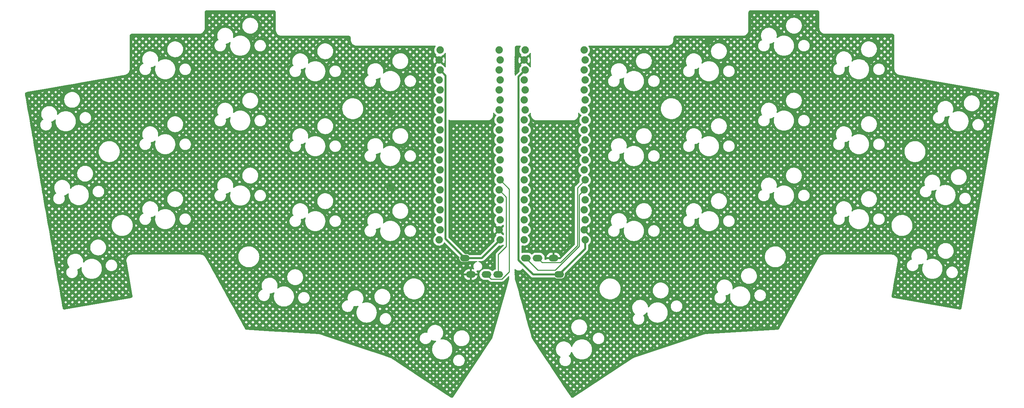
<source format=gtl>
G04 #@! TF.GenerationSoftware,KiCad,Pcbnew,6.0.5*
G04 #@! TF.CreationDate,2022-06-07T20:26:54-03:00*
G04 #@! TF.ProjectId,tenax,74656e61-782e-46b6-9963-61645f706362,rev?*
G04 #@! TF.SameCoordinates,Original*
G04 #@! TF.FileFunction,Copper,L1,Top*
G04 #@! TF.FilePolarity,Positive*
%FSLAX46Y46*%
G04 Gerber Fmt 4.6, Leading zero omitted, Abs format (unit mm)*
G04 Created by KiCad (PCBNEW 6.0.5) date 2022-06-07 20:26:54*
%MOMM*%
%LPD*%
G01*
G04 APERTURE LIST*
G04 #@! TA.AperFunction,ComponentPad*
%ADD10O,2.500000X1.700000*%
G04 #@! TD*
G04 #@! TA.AperFunction,ComponentPad*
%ADD11C,1.879600*%
G04 #@! TD*
G04 #@! TA.AperFunction,ViaPad*
%ADD12C,0.800000*%
G04 #@! TD*
G04 #@! TA.AperFunction,Conductor*
%ADD13C,0.250000*%
G04 #@! TD*
G04 #@! TA.AperFunction,Conductor*
%ADD14C,0.500000*%
G04 #@! TD*
G04 APERTURE END LIST*
D10*
X145073997Y-118754002D03*
X148073997Y-118754002D03*
X139573997Y-114554002D03*
X141073997Y-118754002D03*
X158073998Y-114554000D03*
X155073998Y-114554000D03*
X163573998Y-118754000D03*
X162073998Y-114554000D03*
D11*
X148267001Y-61704002D03*
X148521001Y-64244002D03*
X148267001Y-66784002D03*
X148521001Y-69324002D03*
X148267001Y-71864002D03*
X148521001Y-74404002D03*
X148267001Y-76944002D03*
X148521001Y-79484002D03*
X148267001Y-82024002D03*
X148521001Y-84564002D03*
X148267001Y-87104002D03*
X148521001Y-89644002D03*
X148267001Y-92184002D03*
X148521001Y-94724002D03*
X148267001Y-97264002D03*
X148521001Y-99804002D03*
X148267001Y-102344002D03*
X148521001Y-104884002D03*
X148267001Y-107424002D03*
X148521001Y-109964002D03*
X133027001Y-109964002D03*
X133281001Y-107424002D03*
X133027001Y-104884002D03*
X133281001Y-102344002D03*
X133027001Y-99804002D03*
X133281001Y-97264002D03*
X133027001Y-94724002D03*
X133281001Y-92184002D03*
X133027001Y-89644002D03*
X133281001Y-87104002D03*
X133027001Y-84564002D03*
X133281001Y-82024002D03*
X133027001Y-79484002D03*
X133281001Y-76944002D03*
X133027001Y-74404002D03*
X133281001Y-71864002D03*
X133027001Y-69324002D03*
X133281001Y-66784002D03*
X133027001Y-64244002D03*
X133281001Y-61704002D03*
X169866997Y-61704001D03*
X170120997Y-64244001D03*
X169866997Y-66784001D03*
X170120997Y-69324001D03*
X169866997Y-71864001D03*
X170120997Y-74404001D03*
X169866997Y-76944001D03*
X170120997Y-79484001D03*
X169866997Y-82024001D03*
X170120997Y-84564001D03*
X169866997Y-87104001D03*
X170120997Y-89644001D03*
X169866997Y-92184001D03*
X170120997Y-94724001D03*
X169866997Y-97264001D03*
X170120997Y-99804001D03*
X169866997Y-102344001D03*
X170120997Y-104884001D03*
X169866997Y-107424001D03*
X170120997Y-109964001D03*
X154626997Y-109964001D03*
X154880997Y-107424001D03*
X154626997Y-104884001D03*
X154880997Y-102344001D03*
X154626997Y-99804001D03*
X154880997Y-97264001D03*
X154626997Y-94724001D03*
X154880997Y-92184001D03*
X154626997Y-89644001D03*
X154880997Y-87104001D03*
X154626997Y-84564001D03*
X154880997Y-82024001D03*
X154626997Y-79484001D03*
X154880997Y-76944001D03*
X154626997Y-74404001D03*
X154880997Y-71864001D03*
X154626997Y-69324001D03*
X154880997Y-66784001D03*
X154626997Y-64244001D03*
X154880997Y-61704001D03*
D12*
X201548999Y-59079001D03*
X38233806Y-71789407D03*
X166650000Y-110175000D03*
X120648999Y-96628999D03*
X120648999Y-77579002D03*
D13*
X145073997Y-118754002D02*
X146248517Y-119928522D01*
X148976957Y-119928522D02*
X150848518Y-118056961D01*
X150848518Y-118056961D02*
X150848518Y-97051519D01*
X146248517Y-119928522D02*
X148976957Y-119928522D01*
X150848518Y-97051519D02*
X148521001Y-94724002D01*
X150114000Y-111652977D02*
X148073997Y-113692980D01*
X148073997Y-113692980D02*
X148073997Y-118754002D01*
X150114000Y-99111001D02*
X150114000Y-111652977D01*
X148267001Y-97264002D02*
X150114000Y-99111001D01*
D14*
X143931001Y-114554002D02*
X148521001Y-109964002D01*
X153237686Y-68427312D02*
X153237686Y-115062729D01*
X139573997Y-114554002D02*
X143931001Y-114554002D01*
X153237686Y-115062729D02*
X156928957Y-118754000D01*
X154880997Y-66784001D02*
X153237686Y-68427312D01*
X170120997Y-112207001D02*
X163573998Y-118754000D01*
X170120997Y-109964001D02*
X170120997Y-112207001D01*
X134670312Y-109650317D02*
X139573997Y-114554002D01*
X133281001Y-66784002D02*
X134670312Y-68173313D01*
X156928957Y-118754000D02*
X163573998Y-118754000D01*
X134670312Y-68173313D02*
X134670312Y-109650317D01*
D13*
X168153166Y-96691832D02*
X170120997Y-94724001D01*
X163847762Y-115678520D02*
X168153166Y-111373116D01*
X159198518Y-115678520D02*
X163847762Y-115678520D01*
X158073998Y-114554000D02*
X159198518Y-115678520D01*
X168153166Y-111373116D02*
X168153166Y-96691832D01*
X155073998Y-114554000D02*
X158148519Y-117628521D01*
X168602686Y-98528312D02*
X169866997Y-97264001D01*
X162533479Y-117628521D02*
X168602686Y-111559314D01*
X158148519Y-117628521D02*
X162533479Y-117628521D01*
X168602686Y-111559314D02*
X168602686Y-98528312D01*
G04 #@! TA.AperFunction,Conductor*
G36*
X91044018Y-51564001D02*
G01*
X91058851Y-51566311D01*
X91058855Y-51566311D01*
X91067724Y-51567692D01*
X91076626Y-51566528D01*
X91076631Y-51566528D01*
X91076750Y-51566512D01*
X91107187Y-51566241D01*
X91169262Y-51573235D01*
X91196770Y-51579514D01*
X91273854Y-51606487D01*
X91299269Y-51618725D01*
X91368432Y-51662183D01*
X91390485Y-51679771D01*
X91448230Y-51737516D01*
X91465822Y-51759575D01*
X91509271Y-51828724D01*
X91521514Y-51854146D01*
X91548487Y-51931233D01*
X91554765Y-51958739D01*
X91561017Y-52014226D01*
X91560922Y-52029869D01*
X91561799Y-52029880D01*
X91561689Y-52038852D01*
X91560308Y-52047725D01*
X91561472Y-52056627D01*
X91561472Y-52056630D01*
X91564435Y-52079286D01*
X91565499Y-52095623D01*
X91565500Y-56500755D01*
X91563754Y-56521660D01*
X91560424Y-56541453D01*
X91560271Y-56554005D01*
X91562387Y-56568781D01*
X91563336Y-56577634D01*
X91566716Y-56624884D01*
X91577040Y-56769234D01*
X91577997Y-56773632D01*
X91577997Y-56773634D01*
X91616396Y-56950146D01*
X91622908Y-56980082D01*
X91698315Y-57182257D01*
X91801728Y-57371642D01*
X91931040Y-57544382D01*
X92083619Y-57696961D01*
X92256359Y-57826273D01*
X92445745Y-57929685D01*
X92449968Y-57931260D01*
X92449970Y-57931261D01*
X92470427Y-57938891D01*
X92647919Y-58005093D01*
X92652305Y-58006047D01*
X92652308Y-58006048D01*
X92761808Y-58029868D01*
X92858767Y-58050960D01*
X93033532Y-58063460D01*
X93045443Y-58064885D01*
X93056645Y-58066770D01*
X93056652Y-58066771D01*
X93061445Y-58067577D01*
X93067721Y-58067654D01*
X93069137Y-58067671D01*
X93069140Y-58067671D01*
X93073997Y-58067730D01*
X93101621Y-58063774D01*
X93119483Y-58062501D01*
X101243939Y-58062501D01*
X110074633Y-58062502D01*
X110094018Y-58064002D01*
X110108851Y-58066312D01*
X110108855Y-58066312D01*
X110117724Y-58067693D01*
X110126626Y-58066529D01*
X110126631Y-58066529D01*
X110126750Y-58066513D01*
X110157187Y-58066242D01*
X110219262Y-58073236D01*
X110246770Y-58079515D01*
X110323851Y-58106487D01*
X110349271Y-58118728D01*
X110418425Y-58162179D01*
X110440485Y-58179772D01*
X110498229Y-58237516D01*
X110515821Y-58259575D01*
X110559270Y-58328724D01*
X110571512Y-58354145D01*
X110598486Y-58431233D01*
X110604765Y-58458742D01*
X110611016Y-58514228D01*
X110610921Y-58529869D01*
X110611798Y-58529880D01*
X110611688Y-58538852D01*
X110610307Y-58547725D01*
X110611471Y-58556627D01*
X110611471Y-58556630D01*
X110614434Y-58579286D01*
X110615498Y-58595623D01*
X110615499Y-59004634D01*
X110613999Y-59024020D01*
X110610308Y-59047724D01*
X110611473Y-59056628D01*
X110611791Y-59059062D01*
X110612534Y-59066406D01*
X110627040Y-59269230D01*
X110631922Y-59291672D01*
X110667543Y-59455420D01*
X110672907Y-59480079D01*
X110674477Y-59484288D01*
X110674480Y-59484297D01*
X110695372Y-59540310D01*
X110748314Y-59682254D01*
X110851727Y-59871640D01*
X110981039Y-60044381D01*
X111133618Y-60196960D01*
X111137221Y-60199658D01*
X111137222Y-60199658D01*
X111144568Y-60205157D01*
X111306359Y-60326273D01*
X111310311Y-60328431D01*
X111310313Y-60328432D01*
X111488536Y-60425749D01*
X111495744Y-60429685D01*
X111499956Y-60431256D01*
X111693711Y-60503524D01*
X111693717Y-60503526D01*
X111697919Y-60505093D01*
X111702305Y-60506047D01*
X111702308Y-60506048D01*
X111821003Y-60531868D01*
X111908768Y-60550960D01*
X112083533Y-60563460D01*
X112095444Y-60564885D01*
X112106646Y-60566770D01*
X112106653Y-60566771D01*
X112111446Y-60567577D01*
X112117722Y-60567653D01*
X112119138Y-60567671D01*
X112119141Y-60567671D01*
X112123998Y-60567730D01*
X112151622Y-60563774D01*
X112169484Y-60562501D01*
X130134383Y-60562502D01*
X132073773Y-60562502D01*
X132141894Y-60582504D01*
X132188387Y-60636160D01*
X132198491Y-60706434D01*
X132164867Y-60775553D01*
X132151603Y-60789433D01*
X132148689Y-60793705D01*
X132148688Y-60793706D01*
X132067276Y-60913052D01*
X132017395Y-60986174D01*
X131970398Y-61087422D01*
X131919303Y-61197497D01*
X131917123Y-61202193D01*
X131853478Y-61431687D01*
X131852929Y-61436821D01*
X131852929Y-61436823D01*
X131848736Y-61476057D01*
X131828171Y-61668496D01*
X131828468Y-61673648D01*
X131828468Y-61673652D01*
X131834503Y-61778314D01*
X131841880Y-61906257D01*
X131843017Y-61911303D01*
X131843018Y-61911309D01*
X131874116Y-62049301D01*
X131894238Y-62138587D01*
X131896180Y-62143369D01*
X131896181Y-62143373D01*
X131978008Y-62344888D01*
X131983838Y-62359246D01*
X132060668Y-62484621D01*
X132105573Y-62557898D01*
X132108275Y-62562308D01*
X132264205Y-62742319D01*
X132268180Y-62745619D01*
X132268183Y-62745622D01*
X132315555Y-62784951D01*
X132355190Y-62843854D01*
X132356688Y-62914835D01*
X132319573Y-62975358D01*
X132293251Y-62993658D01*
X132257452Y-63012294D01*
X132248717Y-63017795D01*
X132212536Y-63044960D01*
X132204082Y-63056287D01*
X132210826Y-63068616D01*
X133014190Y-63871981D01*
X133028133Y-63879594D01*
X133029967Y-63879463D01*
X133036581Y-63875212D01*
X133844330Y-63067462D01*
X133844959Y-63066310D01*
X133857034Y-63054758D01*
X133857140Y-63054652D01*
X133857142Y-63054654D01*
X133900114Y-63013544D01*
X133916119Y-63005703D01*
X134025134Y-62952297D01*
X134029337Y-62949299D01*
X134029342Y-62949296D01*
X134214817Y-62816998D01*
X134214819Y-62816996D01*
X134219021Y-62813999D01*
X134387717Y-62645891D01*
X134402543Y-62625259D01*
X134523677Y-62456683D01*
X134523679Y-62456680D01*
X134526691Y-62452488D01*
X134528984Y-62447849D01*
X134531495Y-62443670D01*
X134583723Y-62395579D01*
X134653660Y-62383359D01*
X134719101Y-62410890D01*
X134759270Y-62469431D01*
X134765500Y-62508561D01*
X134765500Y-65985447D01*
X134745498Y-66053568D01*
X134691842Y-66100061D01*
X134621568Y-66110165D01*
X134556988Y-66080671D01*
X134533708Y-66053887D01*
X134509708Y-66016789D01*
X134432407Y-65897300D01*
X134413269Y-65876267D01*
X134346671Y-65803077D01*
X134272125Y-65721152D01*
X134268072Y-65717951D01*
X134268070Y-65717949D01*
X134089279Y-65576749D01*
X134089274Y-65576746D01*
X134085225Y-65573548D01*
X134080707Y-65571054D01*
X134080701Y-65571050D01*
X133890669Y-65466147D01*
X133856028Y-65430942D01*
X133855379Y-65431591D01*
X133039812Y-64616023D01*
X133025869Y-64608410D01*
X133024035Y-64608541D01*
X133017421Y-64612792D01*
X132208084Y-65422130D01*
X132201327Y-65434505D01*
X132206607Y-65441559D01*
X132296724Y-65494219D01*
X132345447Y-65545858D01*
X132358518Y-65615641D01*
X132331786Y-65681413D01*
X132318363Y-65695585D01*
X132316141Y-65697254D01*
X132293661Y-65720778D01*
X132177087Y-65842766D01*
X132151603Y-65869433D01*
X132148692Y-65873701D01*
X132148688Y-65873706D01*
X132119376Y-65916676D01*
X132017395Y-66066174D01*
X131987669Y-66130213D01*
X131919303Y-66277497D01*
X131917123Y-66282193D01*
X131853478Y-66511687D01*
X131852929Y-66516821D01*
X131852929Y-66516823D01*
X131849179Y-66551915D01*
X131828171Y-66748496D01*
X131828468Y-66753648D01*
X131828468Y-66753652D01*
X131836748Y-66897244D01*
X131841880Y-66986257D01*
X131843017Y-66991303D01*
X131843018Y-66991309D01*
X131872783Y-67123382D01*
X131894238Y-67218587D01*
X131896180Y-67223369D01*
X131896181Y-67223373D01*
X131977273Y-67423078D01*
X131983838Y-67439246D01*
X132043550Y-67536686D01*
X132105573Y-67637898D01*
X132108275Y-67642308D01*
X132264205Y-67822319D01*
X132315138Y-67864604D01*
X132354773Y-67923506D01*
X132356271Y-67994487D01*
X132319157Y-68055010D01*
X132292835Y-68073310D01*
X132252591Y-68094260D01*
X132248458Y-68097363D01*
X132248455Y-68097365D01*
X132079157Y-68224478D01*
X132062141Y-68237254D01*
X132012486Y-68289215D01*
X131970462Y-68333191D01*
X131897603Y-68409433D01*
X131894689Y-68413705D01*
X131894688Y-68413706D01*
X131868235Y-68452485D01*
X131763395Y-68606174D01*
X131739608Y-68657419D01*
X131665303Y-68817497D01*
X131663123Y-68822193D01*
X131599478Y-69051687D01*
X131598929Y-69056821D01*
X131598929Y-69056823D01*
X131594871Y-69094800D01*
X131574171Y-69288496D01*
X131574468Y-69293648D01*
X131574468Y-69293652D01*
X131584109Y-69460848D01*
X131587880Y-69526257D01*
X131589017Y-69531303D01*
X131589018Y-69531309D01*
X131612950Y-69637500D01*
X131640238Y-69758587D01*
X131642180Y-69763369D01*
X131642181Y-69763373D01*
X131721098Y-69957722D01*
X131729838Y-69979246D01*
X131854275Y-70182308D01*
X132010205Y-70362319D01*
X132193443Y-70514446D01*
X132197900Y-70517050D01*
X132197905Y-70517054D01*
X132296329Y-70574568D01*
X132345053Y-70626206D01*
X132358124Y-70695989D01*
X132331393Y-70761761D01*
X132318147Y-70775748D01*
X132316141Y-70777254D01*
X132296362Y-70797952D01*
X132200280Y-70898496D01*
X132151603Y-70949433D01*
X132148689Y-70953705D01*
X132148688Y-70953706D01*
X132142783Y-70962363D01*
X132017395Y-71146174D01*
X131998971Y-71185865D01*
X131949553Y-71292329D01*
X131917123Y-71362193D01*
X131853478Y-71591687D01*
X131852929Y-71596821D01*
X131852929Y-71596823D01*
X131848420Y-71639017D01*
X131828171Y-71828496D01*
X131828468Y-71833648D01*
X131828468Y-71833652D01*
X131834503Y-71938314D01*
X131841880Y-72066257D01*
X131843017Y-72071303D01*
X131843018Y-72071309D01*
X131869943Y-72190784D01*
X131894238Y-72298587D01*
X131896180Y-72303369D01*
X131896181Y-72303373D01*
X131967018Y-72477824D01*
X131983838Y-72519246D01*
X132108275Y-72722308D01*
X132264205Y-72902319D01*
X132315138Y-72944604D01*
X132354773Y-73003506D01*
X132356271Y-73074487D01*
X132319157Y-73135010D01*
X132292835Y-73153310D01*
X132252591Y-73174260D01*
X132248458Y-73177363D01*
X132248455Y-73177365D01*
X132066276Y-73314149D01*
X132062141Y-73317254D01*
X132041537Y-73338815D01*
X131935362Y-73449921D01*
X131897603Y-73489433D01*
X131894689Y-73493705D01*
X131894688Y-73493706D01*
X131864026Y-73538655D01*
X131763395Y-73686174D01*
X131739699Y-73737223D01*
X131665303Y-73897497D01*
X131663123Y-73902193D01*
X131599478Y-74131687D01*
X131598929Y-74136821D01*
X131598929Y-74136823D01*
X131593450Y-74188091D01*
X131574171Y-74368496D01*
X131574468Y-74373648D01*
X131574468Y-74373652D01*
X131580781Y-74483130D01*
X131587880Y-74606257D01*
X131589017Y-74611303D01*
X131589018Y-74611309D01*
X131616762Y-74734416D01*
X131640238Y-74838587D01*
X131642180Y-74843369D01*
X131642181Y-74843373D01*
X131718680Y-75031767D01*
X131729838Y-75059246D01*
X131854275Y-75262308D01*
X132010205Y-75442319D01*
X132193443Y-75594446D01*
X132197900Y-75597050D01*
X132197905Y-75597054D01*
X132296329Y-75654568D01*
X132345053Y-75706206D01*
X132358124Y-75775989D01*
X132331393Y-75841761D01*
X132318147Y-75855748D01*
X132316141Y-75857254D01*
X132273250Y-75902137D01*
X132204198Y-75974396D01*
X132151603Y-76029433D01*
X132148689Y-76033705D01*
X132148688Y-76033706D01*
X132089194Y-76120921D01*
X132017395Y-76226174D01*
X131976199Y-76314924D01*
X131922429Y-76430763D01*
X131917123Y-76442193D01*
X131853478Y-76671687D01*
X131852929Y-76676821D01*
X131852929Y-76676823D01*
X131848991Y-76713670D01*
X131828171Y-76908496D01*
X131828468Y-76913648D01*
X131828468Y-76913652D01*
X131838372Y-77085409D01*
X131841880Y-77146257D01*
X131843017Y-77151303D01*
X131843018Y-77151309D01*
X131867109Y-77258208D01*
X131894238Y-77378587D01*
X131896180Y-77383369D01*
X131896181Y-77383373D01*
X131981894Y-77594459D01*
X131983838Y-77599246D01*
X132108275Y-77802308D01*
X132264205Y-77982319D01*
X132315138Y-78024604D01*
X132354773Y-78083506D01*
X132356271Y-78154487D01*
X132319157Y-78215010D01*
X132292835Y-78233310D01*
X132252591Y-78254260D01*
X132248458Y-78257363D01*
X132248455Y-78257365D01*
X132066276Y-78394149D01*
X132062141Y-78397254D01*
X132040174Y-78420241D01*
X131904891Y-78561807D01*
X131897603Y-78569433D01*
X131894689Y-78573705D01*
X131894688Y-78573706D01*
X131820641Y-78682255D01*
X131763395Y-78766174D01*
X131727212Y-78844124D01*
X131665303Y-78977497D01*
X131663123Y-78982193D01*
X131599478Y-79211687D01*
X131598929Y-79216821D01*
X131598929Y-79216823D01*
X131594832Y-79255158D01*
X131574171Y-79448496D01*
X131574468Y-79453648D01*
X131574468Y-79453652D01*
X131584320Y-79624509D01*
X131587880Y-79686257D01*
X131589017Y-79691303D01*
X131589018Y-79691309D01*
X131615637Y-79809424D01*
X131640238Y-79918587D01*
X131642180Y-79923369D01*
X131642181Y-79923373D01*
X131719263Y-80113204D01*
X131729838Y-80139246D01*
X131809825Y-80269772D01*
X131842726Y-80323461D01*
X131854275Y-80342308D01*
X132010205Y-80522319D01*
X132193443Y-80674446D01*
X132197900Y-80677050D01*
X132197905Y-80677054D01*
X132296329Y-80734568D01*
X132345053Y-80786206D01*
X132358124Y-80855989D01*
X132331393Y-80921761D01*
X132318147Y-80935748D01*
X132316141Y-80937254D01*
X132272304Y-80983127D01*
X132186563Y-81072850D01*
X132151603Y-81109433D01*
X132148689Y-81113705D01*
X132148688Y-81113706D01*
X132109484Y-81171177D01*
X132017395Y-81306174D01*
X131979420Y-81387984D01*
X131919303Y-81517497D01*
X131917123Y-81522193D01*
X131853478Y-81751687D01*
X131852929Y-81756821D01*
X131852929Y-81756823D01*
X131849186Y-81791849D01*
X131828171Y-81988496D01*
X131828468Y-81993648D01*
X131828468Y-81993652D01*
X131835223Y-82110796D01*
X131841880Y-82226257D01*
X131843017Y-82231303D01*
X131843018Y-82231309D01*
X131874975Y-82373111D01*
X131894238Y-82458587D01*
X131896180Y-82463369D01*
X131896181Y-82463373D01*
X131978614Y-82666381D01*
X131983838Y-82679246D01*
X132074217Y-82826731D01*
X132092649Y-82856808D01*
X132108275Y-82882308D01*
X132264205Y-83062319D01*
X132315138Y-83104604D01*
X132354773Y-83163506D01*
X132356271Y-83234487D01*
X132319157Y-83295010D01*
X132292835Y-83313310D01*
X132252591Y-83334260D01*
X132248458Y-83337363D01*
X132248455Y-83337365D01*
X132066276Y-83474149D01*
X132062141Y-83477254D01*
X132042286Y-83498031D01*
X131949423Y-83595207D01*
X131897603Y-83649433D01*
X131894689Y-83653705D01*
X131894688Y-83653706D01*
X131819596Y-83763787D01*
X131763395Y-83846174D01*
X131746516Y-83882538D01*
X131665303Y-84057497D01*
X131663123Y-84062193D01*
X131599478Y-84291687D01*
X131598929Y-84296821D01*
X131598929Y-84296823D01*
X131595143Y-84332254D01*
X131574171Y-84528496D01*
X131574468Y-84533648D01*
X131574468Y-84533652D01*
X131580503Y-84638314D01*
X131587880Y-84766257D01*
X131589017Y-84771303D01*
X131589018Y-84771309D01*
X131616389Y-84892763D01*
X131640238Y-84998587D01*
X131642180Y-85003369D01*
X131642181Y-85003373D01*
X131724614Y-85206381D01*
X131729838Y-85219246D01*
X131800628Y-85334764D01*
X131849571Y-85414631D01*
X131854275Y-85422308D01*
X132010205Y-85602319D01*
X132193443Y-85754446D01*
X132197900Y-85757050D01*
X132197905Y-85757054D01*
X132296329Y-85814568D01*
X132345053Y-85866206D01*
X132358124Y-85935989D01*
X132331393Y-86001761D01*
X132318147Y-86015748D01*
X132316141Y-86017254D01*
X132296362Y-86037952D01*
X132193129Y-86145979D01*
X132151603Y-86189433D01*
X132148689Y-86193705D01*
X132148688Y-86193706D01*
X132074024Y-86303159D01*
X132017395Y-86386174D01*
X131993049Y-86438623D01*
X131919303Y-86597497D01*
X131917123Y-86602193D01*
X131853478Y-86831687D01*
X131852929Y-86836821D01*
X131852929Y-86836823D01*
X131848984Y-86873737D01*
X131828171Y-87068496D01*
X131828468Y-87073648D01*
X131828468Y-87073652D01*
X131839205Y-87259871D01*
X131841880Y-87306257D01*
X131843017Y-87311303D01*
X131843018Y-87311309D01*
X131868524Y-87424485D01*
X131894238Y-87538587D01*
X131896180Y-87543369D01*
X131896181Y-87543373D01*
X131980028Y-87749864D01*
X131983838Y-87759246D01*
X132108275Y-87962308D01*
X132264205Y-88142319D01*
X132315138Y-88184604D01*
X132354773Y-88243506D01*
X132356271Y-88314487D01*
X132319157Y-88375010D01*
X132292835Y-88393310D01*
X132252591Y-88414260D01*
X132248458Y-88417363D01*
X132248455Y-88417365D01*
X132066276Y-88554149D01*
X132062141Y-88557254D01*
X132039305Y-88581151D01*
X131905277Y-88721403D01*
X131897603Y-88729433D01*
X131894689Y-88733705D01*
X131894688Y-88733706D01*
X131853628Y-88793898D01*
X131763395Y-88926174D01*
X131741624Y-88973077D01*
X131665303Y-89137497D01*
X131663123Y-89142193D01*
X131599478Y-89371687D01*
X131598929Y-89376821D01*
X131598929Y-89376823D01*
X131595065Y-89412980D01*
X131574171Y-89608496D01*
X131574468Y-89613648D01*
X131574468Y-89613652D01*
X131582304Y-89749545D01*
X131587880Y-89846257D01*
X131589017Y-89851303D01*
X131589018Y-89851309D01*
X131622112Y-89998158D01*
X131640238Y-90078587D01*
X131642180Y-90083369D01*
X131642181Y-90083373D01*
X131715150Y-90263074D01*
X131729838Y-90299246D01*
X131756238Y-90342326D01*
X131849715Y-90494866D01*
X131854275Y-90502308D01*
X132010205Y-90682319D01*
X132193443Y-90834446D01*
X132197900Y-90837050D01*
X132197905Y-90837054D01*
X132296329Y-90894568D01*
X132345053Y-90946206D01*
X132358124Y-91015989D01*
X132331393Y-91081761D01*
X132318147Y-91095748D01*
X132316141Y-91097254D01*
X132296362Y-91117952D01*
X132195650Y-91223341D01*
X132151603Y-91269433D01*
X132148689Y-91273705D01*
X132148688Y-91273706D01*
X132109801Y-91330712D01*
X132017395Y-91466174D01*
X132002965Y-91497261D01*
X131919303Y-91677497D01*
X131917123Y-91682193D01*
X131853478Y-91911687D01*
X131852929Y-91916821D01*
X131852929Y-91916823D01*
X131847726Y-91965511D01*
X131828171Y-92148496D01*
X131828468Y-92153648D01*
X131828468Y-92153652D01*
X131835799Y-92280786D01*
X131841880Y-92386257D01*
X131843017Y-92391303D01*
X131843018Y-92391309D01*
X131867022Y-92497822D01*
X131894238Y-92618587D01*
X131896180Y-92623369D01*
X131896181Y-92623373D01*
X131980688Y-92831488D01*
X131983838Y-92839246D01*
X132108275Y-93042308D01*
X132264205Y-93222319D01*
X132315138Y-93264604D01*
X132354773Y-93323506D01*
X132356271Y-93394487D01*
X132319157Y-93455010D01*
X132292835Y-93473310D01*
X132252591Y-93494260D01*
X132248458Y-93497363D01*
X132248455Y-93497365D01*
X132066276Y-93634149D01*
X132062141Y-93637254D01*
X131897603Y-93809433D01*
X131894689Y-93813705D01*
X131894688Y-93813706D01*
X131807215Y-93941936D01*
X131763395Y-94006174D01*
X131733809Y-94069912D01*
X131665303Y-94217497D01*
X131663123Y-94222193D01*
X131599478Y-94451687D01*
X131598929Y-94456821D01*
X131598929Y-94456823D01*
X131594374Y-94499445D01*
X131574171Y-94688496D01*
X131574468Y-94693648D01*
X131574468Y-94693652D01*
X131583013Y-94841849D01*
X131587880Y-94926257D01*
X131589017Y-94931303D01*
X131589018Y-94931309D01*
X131615163Y-95047323D01*
X131640238Y-95158587D01*
X131642180Y-95163369D01*
X131642181Y-95163373D01*
X131727894Y-95374459D01*
X131729838Y-95379246D01*
X131854275Y-95582308D01*
X132010205Y-95762319D01*
X132193443Y-95914446D01*
X132197900Y-95917050D01*
X132197905Y-95917054D01*
X132296329Y-95974568D01*
X132345053Y-96026206D01*
X132358124Y-96095989D01*
X132331393Y-96161761D01*
X132318147Y-96175748D01*
X132316141Y-96177254D01*
X132272323Y-96223107D01*
X132167848Y-96332434D01*
X132151603Y-96349433D01*
X132148689Y-96353705D01*
X132148688Y-96353706D01*
X132086073Y-96445496D01*
X132017395Y-96546174D01*
X131974627Y-96638311D01*
X131921430Y-96752915D01*
X131917123Y-96762193D01*
X131853478Y-96991687D01*
X131852929Y-96996821D01*
X131852929Y-96996823D01*
X131848599Y-97037343D01*
X131828171Y-97228496D01*
X131828468Y-97233648D01*
X131828468Y-97233652D01*
X131836106Y-97366114D01*
X131841880Y-97466257D01*
X131843017Y-97471303D01*
X131843018Y-97471309D01*
X131873396Y-97606105D01*
X131894238Y-97698587D01*
X131896180Y-97703369D01*
X131896181Y-97703373D01*
X131981894Y-97914459D01*
X131983838Y-97919246D01*
X132026150Y-97988293D01*
X132098986Y-98107149D01*
X132108275Y-98122308D01*
X132264205Y-98302319D01*
X132315138Y-98344604D01*
X132354773Y-98403506D01*
X132356271Y-98474487D01*
X132319157Y-98535010D01*
X132292835Y-98553310D01*
X132252591Y-98574260D01*
X132248458Y-98577363D01*
X132248455Y-98577365D01*
X132066276Y-98714149D01*
X132062141Y-98717254D01*
X132006078Y-98775921D01*
X131913893Y-98872387D01*
X131897603Y-98889433D01*
X131894689Y-98893705D01*
X131894688Y-98893706D01*
X131835070Y-98981102D01*
X131763395Y-99086174D01*
X131744735Y-99126374D01*
X131666735Y-99294412D01*
X131663123Y-99302193D01*
X131599478Y-99531687D01*
X131598929Y-99536821D01*
X131598929Y-99536823D01*
X131595950Y-99564702D01*
X131574171Y-99768496D01*
X131574468Y-99773648D01*
X131574468Y-99773652D01*
X131578208Y-99838516D01*
X131587880Y-100006257D01*
X131589017Y-100011303D01*
X131589018Y-100011309D01*
X131619396Y-100146105D01*
X131640238Y-100238587D01*
X131642180Y-100243369D01*
X131642181Y-100243373D01*
X131727259Y-100452895D01*
X131729838Y-100459246D01*
X131810647Y-100591114D01*
X131843598Y-100644884D01*
X131854275Y-100662308D01*
X132010205Y-100842319D01*
X132193443Y-100994446D01*
X132197900Y-100997050D01*
X132197905Y-100997054D01*
X132296329Y-101054568D01*
X132345053Y-101106206D01*
X132358124Y-101175989D01*
X132331393Y-101241761D01*
X132318147Y-101255748D01*
X132316141Y-101257254D01*
X132283156Y-101291771D01*
X132168561Y-101411688D01*
X132151603Y-101429433D01*
X132148689Y-101433705D01*
X132148688Y-101433706D01*
X132089070Y-101521102D01*
X132017395Y-101626174D01*
X131986595Y-101692527D01*
X131920052Y-101835884D01*
X131917123Y-101842193D01*
X131853478Y-102071687D01*
X131852929Y-102076821D01*
X131852929Y-102076823D01*
X131848261Y-102120503D01*
X131828171Y-102308496D01*
X131828468Y-102313648D01*
X131828468Y-102313652D01*
X131831008Y-102357700D01*
X131841880Y-102546257D01*
X131843017Y-102551303D01*
X131843018Y-102551309D01*
X131868612Y-102664875D01*
X131894238Y-102778587D01*
X131896180Y-102783369D01*
X131896181Y-102783373D01*
X131979834Y-102989385D01*
X131983838Y-102999246D01*
X132108275Y-103202308D01*
X132264205Y-103382319D01*
X132315138Y-103424604D01*
X132354773Y-103483506D01*
X132356271Y-103554487D01*
X132319157Y-103615010D01*
X132292835Y-103633310D01*
X132252591Y-103654260D01*
X132248458Y-103657363D01*
X132248455Y-103657365D01*
X132066276Y-103794149D01*
X132062141Y-103797254D01*
X132030328Y-103830544D01*
X131923087Y-103942766D01*
X131897603Y-103969433D01*
X131763395Y-104166174D01*
X131726025Y-104246681D01*
X131666738Y-104374406D01*
X131663123Y-104382193D01*
X131599478Y-104611687D01*
X131598929Y-104616821D01*
X131598929Y-104616823D01*
X131595801Y-104646091D01*
X131574171Y-104848496D01*
X131574468Y-104853648D01*
X131574468Y-104853652D01*
X131578537Y-104924213D01*
X131587880Y-105086257D01*
X131589017Y-105091303D01*
X131589018Y-105091309D01*
X131615458Y-105208631D01*
X131640238Y-105318587D01*
X131642180Y-105323369D01*
X131642181Y-105323373D01*
X131724643Y-105526453D01*
X131729838Y-105539246D01*
X131854275Y-105742308D01*
X132010205Y-105922319D01*
X132129814Y-106021620D01*
X132178887Y-106062361D01*
X132193443Y-106074446D01*
X132197900Y-106077050D01*
X132197905Y-106077054D01*
X132296329Y-106134568D01*
X132345053Y-106186206D01*
X132358124Y-106255989D01*
X132331393Y-106321761D01*
X132318147Y-106335748D01*
X132316141Y-106337254D01*
X132266487Y-106389214D01*
X132200968Y-106457776D01*
X132151603Y-106509433D01*
X132148689Y-106513705D01*
X132148688Y-106513706D01*
X132115496Y-106562363D01*
X132017395Y-106706174D01*
X131991128Y-106762762D01*
X131923505Y-106908445D01*
X131917123Y-106922193D01*
X131853478Y-107151687D01*
X131852929Y-107156821D01*
X131852929Y-107156823D01*
X131848460Y-107198639D01*
X131828171Y-107388496D01*
X131828468Y-107393648D01*
X131828468Y-107393652D01*
X131836687Y-107536186D01*
X131841880Y-107626257D01*
X131843017Y-107631303D01*
X131843018Y-107631309D01*
X131864330Y-107725877D01*
X131894238Y-107858587D01*
X131896180Y-107863369D01*
X131896181Y-107863373D01*
X131975098Y-108057722D01*
X131983838Y-108079246D01*
X132108275Y-108282308D01*
X132264205Y-108462319D01*
X132315138Y-108504604D01*
X132354773Y-108563506D01*
X132356271Y-108634487D01*
X132319157Y-108695010D01*
X132292835Y-108713310D01*
X132252591Y-108734260D01*
X132248458Y-108737363D01*
X132248455Y-108737365D01*
X132083207Y-108861437D01*
X132062141Y-108877254D01*
X131897603Y-109049433D01*
X131894689Y-109053705D01*
X131894688Y-109053706D01*
X131837671Y-109137290D01*
X131763395Y-109246174D01*
X131746767Y-109281997D01*
X131667858Y-109451993D01*
X131663123Y-109462193D01*
X131599478Y-109691687D01*
X131598929Y-109696821D01*
X131598929Y-109696823D01*
X131596094Y-109723350D01*
X131574171Y-109928496D01*
X131574468Y-109933648D01*
X131574468Y-109933652D01*
X131579992Y-110029450D01*
X131587880Y-110166257D01*
X131589017Y-110171303D01*
X131589018Y-110171309D01*
X131612624Y-110276056D01*
X131640238Y-110398587D01*
X131642180Y-110403369D01*
X131642181Y-110403373D01*
X131723422Y-110603445D01*
X131729838Y-110619246D01*
X131812865Y-110754734D01*
X131848843Y-110813443D01*
X131854275Y-110822308D01*
X132010205Y-111002319D01*
X132193443Y-111154446D01*
X132197895Y-111157048D01*
X132197900Y-111157051D01*
X132354937Y-111248816D01*
X132399066Y-111274603D01*
X132621553Y-111359562D01*
X132626619Y-111360593D01*
X132626620Y-111360593D01*
X132643538Y-111364035D01*
X132854929Y-111407043D01*
X132989122Y-111411964D01*
X133087761Y-111415581D01*
X133087765Y-111415581D01*
X133092925Y-111415770D01*
X133098045Y-111415114D01*
X133098047Y-111415114D01*
X133324024Y-111386166D01*
X133324025Y-111386166D01*
X133329152Y-111385509D01*
X133334105Y-111384023D01*
X133552317Y-111318556D01*
X133552318Y-111318555D01*
X133557263Y-111317072D01*
X133771134Y-111212297D01*
X133775337Y-111209299D01*
X133775342Y-111209296D01*
X133960817Y-111076998D01*
X133960819Y-111076996D01*
X133965021Y-111073999D01*
X134133717Y-110905891D01*
X134272691Y-110712488D01*
X134316598Y-110623650D01*
X134322898Y-110610903D01*
X134371013Y-110558696D01*
X134439714Y-110540790D01*
X134507190Y-110562869D01*
X134524950Y-110577636D01*
X138163720Y-114216405D01*
X138197746Y-114278717D01*
X138196557Y-114337259D01*
X138180175Y-114400150D01*
X138176183Y-114476320D01*
X138170108Y-114592256D01*
X138169538Y-114603128D01*
X138199932Y-114804099D01*
X138202138Y-114810094D01*
X138202138Y-114810095D01*
X138209025Y-114828814D01*
X138270116Y-114994854D01*
X138273476Y-115000274D01*
X138273477Y-115000275D01*
X138373860Y-115162178D01*
X138373863Y-115162182D01*
X138377223Y-115167601D01*
X138381609Y-115172239D01*
X138510898Y-115308958D01*
X138516878Y-115315282D01*
X138683376Y-115431865D01*
X138869916Y-115512588D01*
X138910249Y-115521014D01*
X139064141Y-115553164D01*
X139064146Y-115553165D01*
X139068877Y-115554153D01*
X139073759Y-115554409D01*
X139073868Y-115554415D01*
X139073884Y-115554415D01*
X139075536Y-115554502D01*
X140024797Y-115554502D01*
X140078590Y-115549038D01*
X140169865Y-115539767D01*
X140169867Y-115539767D01*
X140176213Y-115539122D01*
X140370169Y-115478340D01*
X140547941Y-115379799D01*
X140591069Y-115342834D01*
X140655808Y-115313690D01*
X140673066Y-115312502D01*
X142633899Y-115312502D01*
X142702020Y-115332504D01*
X142748513Y-115386160D01*
X142758617Y-115456434D01*
X142729123Y-115521014D01*
X142669397Y-115559398D01*
X142665435Y-115560359D01*
X142663431Y-115560550D01*
X142657679Y-115562237D01*
X142657676Y-115562238D01*
X142592032Y-115581496D01*
X142460463Y-115620094D01*
X142455136Y-115622838D01*
X142455135Y-115622838D01*
X142277748Y-115714198D01*
X142277745Y-115714200D01*
X142272417Y-115716944D01*
X142106077Y-115847606D01*
X142102149Y-115852133D01*
X142102142Y-115852140D01*
X142007120Y-115961644D01*
X141967445Y-116007365D01*
X141964445Y-116012551D01*
X141964442Y-116012555D01*
X141895239Y-116132178D01*
X141861524Y-116190456D01*
X141792136Y-116390273D01*
X141791275Y-116396208D01*
X141791275Y-116396210D01*
X141765890Y-116571290D01*
X141761784Y-116599606D01*
X141771564Y-116810901D01*
X141794975Y-116908041D01*
X141819570Y-117010095D01*
X141821122Y-117016536D01*
X141823604Y-117021994D01*
X141823605Y-117021998D01*
X141867050Y-117117548D01*
X141908671Y-117209089D01*
X141912137Y-117213976D01*
X141912141Y-117213982D01*
X141928146Y-117236545D01*
X141951244Y-117303679D01*
X141934380Y-117372644D01*
X141882908Y-117421543D01*
X141813169Y-117434851D01*
X141802955Y-117433433D01*
X141606342Y-117397879D01*
X141598113Y-117396946D01*
X141579595Y-117396072D01*
X141576620Y-117396002D01*
X141346112Y-117396002D01*
X141330873Y-117400477D01*
X141329668Y-117401867D01*
X141327997Y-117409550D01*
X141327997Y-118481887D01*
X141332472Y-118497126D01*
X141333862Y-118498331D01*
X141341545Y-118500002D01*
X142790189Y-118500002D01*
X142803720Y-118496029D01*
X142805245Y-118485422D01*
X142780520Y-118367581D01*
X142777460Y-118357385D01*
X142696734Y-118152973D01*
X142692003Y-118143441D01*
X142577980Y-117955538D01*
X142571693Y-117946917D01*
X142547716Y-117880092D01*
X142563675Y-117810912D01*
X142614501Y-117761342D01*
X142684058Y-117747119D01*
X142697648Y-117749012D01*
X142736665Y-117756631D01*
X142765334Y-117762230D01*
X142770896Y-117762502D01*
X142926843Y-117762502D01*
X143084563Y-117747454D01*
X143287531Y-117687910D01*
X143323678Y-117669293D01*
X143470246Y-117593806D01*
X143470249Y-117593804D01*
X143475577Y-117591060D01*
X143641917Y-117460398D01*
X143645849Y-117455867D01*
X143645852Y-117455864D01*
X143776618Y-117305169D01*
X143780549Y-117300639D01*
X143783549Y-117295453D01*
X143783552Y-117295449D01*
X143883464Y-117122744D01*
X143886470Y-117117548D01*
X143955858Y-116917731D01*
X143956719Y-116911794D01*
X143985349Y-116714338D01*
X143985349Y-116714335D01*
X143986210Y-116708398D01*
X143976430Y-116497103D01*
X143966332Y-116455203D01*
X145660864Y-116455203D01*
X145957252Y-116751591D01*
X145958600Y-116751864D01*
X145995419Y-116760144D01*
X146000596Y-116761424D01*
X146021166Y-116766974D01*
X146026285Y-116768472D01*
X146050033Y-116775971D01*
X146370800Y-116455204D01*
X146015832Y-116100235D01*
X145660864Y-116455203D01*
X143966332Y-116455203D01*
X143936646Y-116332022D01*
X143928278Y-116297301D01*
X143928277Y-116297299D01*
X143926872Y-116291468D01*
X143924232Y-116285660D01*
X143867446Y-116160769D01*
X143839323Y-116098915D01*
X143730503Y-115945507D01*
X143720409Y-115931277D01*
X143720408Y-115931276D01*
X143716943Y-115926391D01*
X143564147Y-115780121D01*
X143392182Y-115669084D01*
X144874744Y-115669084D01*
X145167303Y-115961643D01*
X145522272Y-115606675D01*
X146509392Y-115606675D01*
X146742497Y-115839780D01*
X146742497Y-115373570D01*
X146509392Y-115606675D01*
X145522272Y-115606675D01*
X145230201Y-115314604D01*
X144975518Y-115569287D01*
X144927582Y-115619889D01*
X144922402Y-115625049D01*
X144884703Y-115660481D01*
X144879231Y-115665333D01*
X144874744Y-115669084D01*
X143392182Y-115669084D01*
X143386449Y-115665382D01*
X143289846Y-115626450D01*
X143195829Y-115588560D01*
X143195826Y-115588559D01*
X143190260Y-115586316D01*
X143066597Y-115562166D01*
X143003573Y-115529478D01*
X142968226Y-115467906D01*
X142971779Y-115396998D01*
X143013103Y-115339268D01*
X143079079Y-115313043D01*
X143090747Y-115312502D01*
X143863931Y-115312502D01*
X143882881Y-115313935D01*
X143897116Y-115316101D01*
X143897120Y-115316101D01*
X143904350Y-115317201D01*
X143911642Y-115316608D01*
X143911645Y-115316608D01*
X143957019Y-115312917D01*
X143967234Y-115312502D01*
X143975294Y-115312502D01*
X143991257Y-115310641D01*
X144003508Y-115309213D01*
X144007883Y-115308780D01*
X144073340Y-115303456D01*
X144073343Y-115303455D01*
X144080638Y-115302862D01*
X144087602Y-115300606D01*
X144093561Y-115299415D01*
X144099416Y-115298031D01*
X144106682Y-115297184D01*
X144175328Y-115272267D01*
X144179456Y-115270850D01*
X144241937Y-115250609D01*
X144241939Y-115250608D01*
X144248900Y-115248353D01*
X144255155Y-115244557D01*
X144260629Y-115242051D01*
X144266059Y-115239332D01*
X144272938Y-115236835D01*
X144279059Y-115232822D01*
X144333977Y-115196816D01*
X144337681Y-115194479D01*
X144400108Y-115156597D01*
X144408485Y-115149199D01*
X144408509Y-115149226D01*
X144411501Y-115146573D01*
X144414734Y-115143870D01*
X144420853Y-115139858D01*
X144474129Y-115083619D01*
X144476507Y-115081177D01*
X144736640Y-114821044D01*
X145723760Y-114821044D01*
X146015832Y-115113116D01*
X146370801Y-114758147D01*
X146078729Y-114466075D01*
X145723760Y-114821044D01*
X144736640Y-114821044D01*
X145585168Y-113972516D01*
X146572289Y-113972516D01*
X146742497Y-114142724D01*
X146742497Y-113802308D01*
X146572289Y-113972516D01*
X145585168Y-113972516D01*
X148136290Y-111421394D01*
X148198602Y-111387368D01*
X148250506Y-111387019D01*
X148343858Y-111406012D01*
X148343866Y-111406013D01*
X148348929Y-111407043D01*
X148483122Y-111411964D01*
X148581761Y-111415581D01*
X148581765Y-111415581D01*
X148586925Y-111415770D01*
X148592045Y-111415114D01*
X148592047Y-111415114D01*
X148818024Y-111386166D01*
X148818025Y-111386166D01*
X148823152Y-111385509D01*
X148828105Y-111384023D01*
X149046317Y-111318556D01*
X149046318Y-111318555D01*
X149051263Y-111317072D01*
X149265134Y-111212297D01*
X149281330Y-111200744D01*
X149348404Y-111177470D01*
X149417413Y-111194153D01*
X149466447Y-111245496D01*
X149480500Y-111303322D01*
X149480500Y-111338383D01*
X149460498Y-111406504D01*
X149443595Y-111427478D01*
X148560741Y-112310331D01*
X147681744Y-113189328D01*
X147673458Y-113196868D01*
X147666979Y-113200980D01*
X147661554Y-113206757D01*
X147620354Y-113250631D01*
X147617599Y-113253473D01*
X147597862Y-113273210D01*
X147595382Y-113276407D01*
X147587679Y-113285427D01*
X147557411Y-113317659D01*
X147553592Y-113324605D01*
X147553590Y-113324608D01*
X147547649Y-113335414D01*
X147536798Y-113351933D01*
X147524383Y-113367939D01*
X147521238Y-113375208D01*
X147521235Y-113375212D01*
X147506823Y-113408517D01*
X147501606Y-113419167D01*
X147480302Y-113457920D01*
X147478331Y-113465595D01*
X147478331Y-113465596D01*
X147475264Y-113477542D01*
X147468860Y-113496246D01*
X147466111Y-113502600D01*
X147460816Y-113514835D01*
X147459577Y-113522658D01*
X147459574Y-113522668D01*
X147453898Y-113558504D01*
X147451492Y-113570124D01*
X147448713Y-113580948D01*
X147440497Y-113612950D01*
X147440497Y-113633204D01*
X147438946Y-113652914D01*
X147435777Y-113672923D01*
X147436523Y-113680815D01*
X147439938Y-113716941D01*
X147440497Y-113728799D01*
X147440497Y-117313592D01*
X147420495Y-117381713D01*
X147366839Y-117428206D01*
X147346156Y-117435549D01*
X147221125Y-117468001D01*
X147216259Y-117470193D01*
X147216256Y-117470194D01*
X147088191Y-117527883D01*
X147010922Y-117562690D01*
X146819678Y-117691443D01*
X146815821Y-117695122D01*
X146815819Y-117695124D01*
X146658647Y-117845059D01*
X146595550Y-117877606D01*
X146524873Y-117870875D01*
X146476510Y-117836469D01*
X146428026Y-117780597D01*
X146428024Y-117780595D01*
X146424520Y-117776557D01*
X146359003Y-117722836D01*
X146250370Y-117633762D01*
X146250364Y-117633758D01*
X146246242Y-117630378D01*
X146241606Y-117627739D01*
X146241603Y-117627737D01*
X146050526Y-117518970D01*
X146045883Y-117516327D01*
X145829172Y-117437665D01*
X145823923Y-117436716D01*
X145823920Y-117436715D01*
X145606389Y-117397379D01*
X145606382Y-117397378D01*
X145602305Y-117396641D01*
X145584583Y-117395805D01*
X145579641Y-117395572D01*
X145579634Y-117395572D01*
X145578153Y-117395502D01*
X144616107Y-117395502D01*
X144561553Y-117400131D01*
X144449588Y-117409631D01*
X144449584Y-117409632D01*
X144444277Y-117410082D01*
X144439122Y-117411420D01*
X144439116Y-117411421D01*
X144226294Y-117466659D01*
X144226290Y-117466660D01*
X144221125Y-117468001D01*
X144216259Y-117470193D01*
X144216256Y-117470194D01*
X144088191Y-117527883D01*
X144010922Y-117562690D01*
X143819678Y-117691443D01*
X143815821Y-117695122D01*
X143815819Y-117695124D01*
X143754626Y-117753500D01*
X143652862Y-117850578D01*
X143649679Y-117854856D01*
X143625781Y-117886976D01*
X143515243Y-118035544D01*
X143512827Y-118040295D01*
X143512825Y-118040299D01*
X143480310Y-118104252D01*
X143410757Y-118241053D01*
X143409175Y-118246147D01*
X143409174Y-118246150D01*
X143384596Y-118325303D01*
X143342390Y-118461229D01*
X143341689Y-118466518D01*
X143312834Y-118684233D01*
X143312099Y-118689776D01*
X143312299Y-118695105D01*
X143312299Y-118695107D01*
X143315962Y-118792664D01*
X143320748Y-118920160D01*
X143368090Y-119145793D01*
X143370048Y-119150752D01*
X143370049Y-119150754D01*
X143450723Y-119355031D01*
X143452773Y-119360223D01*
X143455540Y-119364782D01*
X143455541Y-119364785D01*
X143526989Y-119482527D01*
X143572374Y-119557319D01*
X143575871Y-119561349D01*
X143717348Y-119724387D01*
X143723474Y-119731447D01*
X143749223Y-119752560D01*
X143897624Y-119874242D01*
X143897630Y-119874246D01*
X143901752Y-119877626D01*
X143906388Y-119880265D01*
X143906391Y-119880267D01*
X144048630Y-119961234D01*
X144102111Y-119991677D01*
X144318822Y-120070339D01*
X144324071Y-120071288D01*
X144324074Y-120071289D01*
X144541605Y-120110625D01*
X144541612Y-120110626D01*
X144545689Y-120111363D01*
X144563411Y-120112199D01*
X144568353Y-120112432D01*
X144568360Y-120112432D01*
X144569841Y-120112502D01*
X145484402Y-120112502D01*
X145552523Y-120132504D01*
X145573497Y-120149407D01*
X145744865Y-120320775D01*
X145752405Y-120329061D01*
X145756517Y-120335540D01*
X145762294Y-120340965D01*
X145806168Y-120382165D01*
X145809010Y-120384920D01*
X145828747Y-120404657D01*
X145831944Y-120407137D01*
X145840964Y-120414840D01*
X145873196Y-120445108D01*
X145880142Y-120448927D01*
X145880145Y-120448929D01*
X145890951Y-120454870D01*
X145907470Y-120465721D01*
X145923476Y-120478136D01*
X145930745Y-120481281D01*
X145930749Y-120481284D01*
X145964054Y-120495696D01*
X145974704Y-120500913D01*
X146013457Y-120522217D01*
X146021132Y-120524188D01*
X146021133Y-120524188D01*
X146033079Y-120527255D01*
X146051784Y-120533659D01*
X146070372Y-120541703D01*
X146078195Y-120542942D01*
X146078205Y-120542945D01*
X146114041Y-120548621D01*
X146125661Y-120551027D01*
X146157476Y-120559195D01*
X146168487Y-120562022D01*
X146188741Y-120562022D01*
X146208451Y-120563573D01*
X146228460Y-120566742D01*
X146236352Y-120565996D01*
X146255182Y-120564216D01*
X146272479Y-120562581D01*
X146284336Y-120562022D01*
X148898190Y-120562022D01*
X148909373Y-120562549D01*
X148916866Y-120564224D01*
X148924792Y-120563975D01*
X148924793Y-120563975D01*
X148984943Y-120562084D01*
X148988902Y-120562022D01*
X149016813Y-120562022D01*
X149020748Y-120561525D01*
X149020813Y-120561517D01*
X149032650Y-120560584D01*
X149064908Y-120559570D01*
X149068927Y-120559444D01*
X149076846Y-120559195D01*
X149096300Y-120553543D01*
X149115657Y-120549535D01*
X149127887Y-120547990D01*
X149127888Y-120547990D01*
X149135754Y-120546996D01*
X149143125Y-120544077D01*
X149143127Y-120544077D01*
X149176869Y-120530718D01*
X149188099Y-120526873D01*
X149222940Y-120516751D01*
X149222941Y-120516751D01*
X149230550Y-120514540D01*
X149237369Y-120510507D01*
X149237374Y-120510505D01*
X149247985Y-120504229D01*
X149265733Y-120495534D01*
X149284574Y-120488074D01*
X149320344Y-120462086D01*
X149330264Y-120455570D01*
X149361492Y-120437102D01*
X149361495Y-120437100D01*
X149368319Y-120433064D01*
X149382640Y-120418743D01*
X149397674Y-120405902D01*
X149407651Y-120398653D01*
X149414064Y-120393994D01*
X149442255Y-120359917D01*
X149450245Y-120351138D01*
X150650407Y-119150977D01*
X150712719Y-119116951D01*
X150783535Y-119122016D01*
X150840370Y-119164563D01*
X150865181Y-119231083D01*
X150865502Y-119240070D01*
X150865499Y-119636587D01*
X150865499Y-119714635D01*
X150863999Y-119734019D01*
X150861689Y-119748852D01*
X150861689Y-119748856D01*
X150860308Y-119757725D01*
X150862876Y-119777362D01*
X150862912Y-119777635D01*
X150863841Y-119799806D01*
X150863835Y-119799938D01*
X150863665Y-119803607D01*
X150862588Y-119815201D01*
X150858255Y-119846215D01*
X150847882Y-119881554D01*
X150843401Y-119891271D01*
X150842080Y-119900151D01*
X150842080Y-119900152D01*
X150838720Y-119922746D01*
X150835265Y-119938748D01*
X150306409Y-121794174D01*
X146607679Y-134770693D01*
X146600923Y-134788924D01*
X146590801Y-134810871D01*
X146589481Y-134819746D01*
X146587991Y-134829763D01*
X146582609Y-134851923D01*
X146579916Y-134859814D01*
X146575137Y-134871778D01*
X146559521Y-134905723D01*
X146553568Y-134917098D01*
X146553067Y-134917947D01*
X146537669Y-134938795D01*
X146530391Y-134946780D01*
X146516254Y-134975701D01*
X146508131Y-134989897D01*
X141370880Y-142751377D01*
X136682052Y-149835367D01*
X136670103Y-149850703D01*
X136660037Y-149861746D01*
X136660034Y-149861751D01*
X136653991Y-149868380D01*
X136650052Y-149876438D01*
X136650046Y-149876447D01*
X136649992Y-149876558D01*
X136633420Y-149902088D01*
X136593323Y-149949995D01*
X136572908Y-149969464D01*
X136507871Y-150018856D01*
X136483635Y-150033296D01*
X136413288Y-150065143D01*
X136409230Y-150066980D01*
X136382388Y-150075664D01*
X136354338Y-150081371D01*
X136302360Y-150091946D01*
X136274259Y-150094441D01*
X136239311Y-150093613D01*
X136192610Y-150092506D01*
X136164658Y-150088684D01*
X136085487Y-150068631D01*
X136059086Y-150058685D01*
X136026899Y-150042235D01*
X136009367Y-150033274D01*
X135996311Y-150024652D01*
X135995881Y-150025285D01*
X135988454Y-150020238D01*
X135981821Y-150014191D01*
X135973757Y-150010249D01*
X135973755Y-150010248D01*
X135953862Y-150000524D01*
X135939651Y-149992394D01*
X133985958Y-148699273D01*
X135478526Y-148699273D01*
X135833494Y-149054241D01*
X136188462Y-148699272D01*
X135833495Y-148344305D01*
X135478526Y-148699273D01*
X133985958Y-148699273D01*
X132703971Y-147850744D01*
X134629998Y-147850744D01*
X134984967Y-148205712D01*
X135339934Y-147850745D01*
X136327055Y-147850745D01*
X136682022Y-148205712D01*
X137036991Y-147850744D01*
X136682023Y-147495776D01*
X136327055Y-147850745D01*
X135339934Y-147850745D01*
X134984966Y-147495776D01*
X134629998Y-147850744D01*
X132703971Y-147850744D01*
X131059620Y-146762372D01*
X132324258Y-146762372D01*
X132751445Y-147045121D01*
X132794350Y-147002216D01*
X133781470Y-147002216D01*
X134136439Y-147357184D01*
X134491406Y-147002217D01*
X134491405Y-147002216D01*
X135478526Y-147002216D01*
X135833495Y-147357184D01*
X136188462Y-147002217D01*
X137175583Y-147002217D01*
X137503317Y-147329951D01*
X137786068Y-146902765D01*
X137530551Y-146647248D01*
X137175583Y-147002217D01*
X136188462Y-147002217D01*
X135833494Y-146647248D01*
X135478526Y-147002216D01*
X134491405Y-147002216D01*
X134136438Y-146647248D01*
X133781470Y-147002216D01*
X132794350Y-147002216D01*
X132439382Y-146647248D01*
X132324258Y-146762372D01*
X131059620Y-146762372D01*
X130038457Y-146086479D01*
X131303095Y-146086479D01*
X131730282Y-146369228D01*
X131945821Y-146153689D01*
X132932942Y-146153689D01*
X133287909Y-146508656D01*
X133642878Y-146153688D01*
X134629998Y-146153688D01*
X134984967Y-146508656D01*
X135339934Y-146153689D01*
X136327055Y-146153689D01*
X136682022Y-146508656D01*
X137036990Y-146153689D01*
X138024111Y-146153689D01*
X138179213Y-146308791D01*
X138461964Y-145881605D01*
X138379079Y-145798720D01*
X138024111Y-146153689D01*
X137036990Y-146153689D01*
X137036991Y-146153688D01*
X136682023Y-145798720D01*
X136327055Y-146153689D01*
X135339934Y-146153689D01*
X134984966Y-145798720D01*
X134629998Y-146153688D01*
X133642878Y-146153688D01*
X133287910Y-145798720D01*
X132932942Y-146153689D01*
X131945821Y-146153689D01*
X131945822Y-146153688D01*
X131590854Y-145798720D01*
X131303095Y-146086479D01*
X130038457Y-146086479D01*
X128858014Y-145305161D01*
X130387358Y-145305161D01*
X130742325Y-145660128D01*
X131097293Y-145305161D01*
X132084414Y-145305161D01*
X132439381Y-145660128D01*
X132794350Y-145305160D01*
X133781470Y-145305160D01*
X134136439Y-145660128D01*
X134491406Y-145305161D01*
X134491405Y-145305160D01*
X135478526Y-145305160D01*
X135833495Y-145660128D01*
X136188462Y-145305161D01*
X137175583Y-145305161D01*
X137530550Y-145660128D01*
X137885519Y-145305160D01*
X137530551Y-144950192D01*
X137175583Y-145305161D01*
X136188462Y-145305161D01*
X135833494Y-144950192D01*
X135478526Y-145305160D01*
X134491405Y-145305160D01*
X134136438Y-144950192D01*
X133781470Y-145305160D01*
X132794350Y-145305160D01*
X132439382Y-144950192D01*
X132084414Y-145305161D01*
X131097293Y-145305161D01*
X131097294Y-145305160D01*
X130742326Y-144950192D01*
X130387358Y-145305161D01*
X128858014Y-145305161D01*
X127576027Y-144456632D01*
X129538829Y-144456632D01*
X129893797Y-144811600D01*
X130248765Y-144456631D01*
X131235886Y-144456631D01*
X131590854Y-144811600D01*
X131945822Y-144456632D01*
X131945821Y-144456631D01*
X132932942Y-144456631D01*
X133287910Y-144811600D01*
X133642878Y-144456632D01*
X134629998Y-144456632D01*
X134984966Y-144811600D01*
X135339934Y-144456631D01*
X136327055Y-144456631D01*
X136682023Y-144811600D01*
X137036991Y-144456632D01*
X137036990Y-144456631D01*
X138024111Y-144456631D01*
X138379079Y-144811600D01*
X138734047Y-144456632D01*
X138379078Y-144101664D01*
X138024111Y-144456631D01*
X137036990Y-144456631D01*
X136682022Y-144101664D01*
X136327055Y-144456631D01*
X135339934Y-144456631D01*
X134984967Y-144101664D01*
X134629998Y-144456632D01*
X133642878Y-144456632D01*
X133287909Y-144101664D01*
X132932942Y-144456631D01*
X131945821Y-144456631D01*
X131590853Y-144101664D01*
X131235886Y-144456631D01*
X130248765Y-144456631D01*
X129893798Y-144101664D01*
X129538829Y-144456632D01*
X127576027Y-144456632D01*
X125953806Y-143382907D01*
X127218443Y-143382907D01*
X127645630Y-143665656D01*
X127703182Y-143608104D01*
X128690301Y-143608104D01*
X129045269Y-143963072D01*
X129400237Y-143608103D01*
X130387358Y-143608103D01*
X130742326Y-143963072D01*
X131097294Y-143608104D01*
X131097293Y-143608103D01*
X132084414Y-143608103D01*
X132439382Y-143963072D01*
X132794350Y-143608104D01*
X133781470Y-143608104D01*
X134136438Y-143963072D01*
X134491405Y-143608104D01*
X135478526Y-143608104D01*
X135833494Y-143963072D01*
X136188462Y-143608103D01*
X137175583Y-143608103D01*
X137530551Y-143963072D01*
X137885519Y-143608104D01*
X137885518Y-143608103D01*
X138872639Y-143608103D01*
X139227607Y-143963072D01*
X139582575Y-143608104D01*
X139227606Y-143253136D01*
X138872639Y-143608103D01*
X137885518Y-143608103D01*
X137530550Y-143253136D01*
X137175583Y-143608103D01*
X136188462Y-143608103D01*
X135833495Y-143253136D01*
X135478526Y-143608104D01*
X134491405Y-143608104D01*
X134491406Y-143608103D01*
X134136439Y-143253136D01*
X133781470Y-143608104D01*
X132794350Y-143608104D01*
X132439381Y-143253136D01*
X132084414Y-143608103D01*
X131097293Y-143608103D01*
X130742325Y-143253136D01*
X130387358Y-143608103D01*
X129400237Y-143608103D01*
X129045270Y-143253136D01*
X128690301Y-143608104D01*
X127703182Y-143608104D01*
X127348214Y-143253136D01*
X127218443Y-143382907D01*
X125953806Y-143382907D01*
X124999100Y-142751001D01*
X124932641Y-142707013D01*
X126197279Y-142707013D01*
X126624466Y-142989763D01*
X126854653Y-142759576D01*
X127841773Y-142759576D01*
X128196741Y-143114544D01*
X128551708Y-142759576D01*
X129538829Y-142759576D01*
X129893797Y-143114544D01*
X130248765Y-142759575D01*
X131235886Y-142759575D01*
X131590854Y-143114544D01*
X131945822Y-142759576D01*
X131945821Y-142759575D01*
X132932942Y-142759575D01*
X133287910Y-143114544D01*
X133642878Y-142759576D01*
X134629998Y-142759576D01*
X134984966Y-143114544D01*
X135339934Y-142759575D01*
X136327055Y-142759575D01*
X136682023Y-143114544D01*
X137036991Y-142759576D01*
X137036990Y-142759575D01*
X138024111Y-142759575D01*
X138379079Y-143114544D01*
X138734047Y-142759576D01*
X139721167Y-142759576D01*
X140076135Y-143114544D01*
X140431103Y-142759575D01*
X140076136Y-142404608D01*
X139721167Y-142759576D01*
X138734047Y-142759576D01*
X138649330Y-142674859D01*
X138486646Y-142715722D01*
X138481610Y-142716878D01*
X138445793Y-142724328D01*
X138440711Y-142725276D01*
X138420340Y-142728648D01*
X138415224Y-142729388D01*
X138378934Y-142733875D01*
X138373797Y-142734403D01*
X138195573Y-142749056D01*
X138192998Y-142749242D01*
X138174755Y-142750366D01*
X138172176Y-142750498D01*
X138161852Y-142750922D01*
X138159270Y-142751001D01*
X138140968Y-142751377D01*
X138138380Y-142751404D01*
X138032282Y-142751404D01*
X138024111Y-142759575D01*
X137036990Y-142759575D01*
X136682022Y-142404608D01*
X136327055Y-142759575D01*
X135339934Y-142759575D01*
X134984967Y-142404608D01*
X134629998Y-142759576D01*
X133642878Y-142759576D01*
X133287909Y-142404608D01*
X132932942Y-142759575D01*
X131945821Y-142759575D01*
X131590853Y-142404608D01*
X131235886Y-142759575D01*
X130248765Y-142759575D01*
X129893798Y-142404608D01*
X129538829Y-142759576D01*
X128551708Y-142759576D01*
X128551709Y-142759575D01*
X128196742Y-142404608D01*
X127841773Y-142759576D01*
X126854653Y-142759576D01*
X126499684Y-142404608D01*
X126197279Y-142707013D01*
X124932641Y-142707013D01*
X123730070Y-141911048D01*
X125296189Y-141911048D01*
X125651156Y-142266015D01*
X126006125Y-141911047D01*
X126993245Y-141911047D01*
X127348214Y-142266015D01*
X127703181Y-141911048D01*
X127703180Y-141911047D01*
X128690301Y-141911047D01*
X129045270Y-142266015D01*
X129400237Y-141911048D01*
X130387358Y-141911048D01*
X130742325Y-142266015D01*
X131097293Y-141911048D01*
X132084414Y-141911048D01*
X132439381Y-142266015D01*
X132794350Y-141911047D01*
X133781470Y-141911047D01*
X134136439Y-142266015D01*
X134491406Y-141911048D01*
X134491405Y-141911047D01*
X135478526Y-141911047D01*
X135833495Y-142266015D01*
X136188462Y-141911048D01*
X135833494Y-141556079D01*
X135478526Y-141911047D01*
X134491405Y-141911047D01*
X134136438Y-141556079D01*
X133781470Y-141911047D01*
X132794350Y-141911047D01*
X132439382Y-141556079D01*
X132084414Y-141911048D01*
X131097293Y-141911048D01*
X131097294Y-141911047D01*
X130742326Y-141556079D01*
X130387358Y-141911048D01*
X129400237Y-141911048D01*
X129045269Y-141556079D01*
X128690301Y-141911047D01*
X127703180Y-141911047D01*
X127348213Y-141556079D01*
X126993245Y-141911047D01*
X126006125Y-141911047D01*
X125651157Y-141556079D01*
X125296189Y-141911048D01*
X123730070Y-141911048D01*
X122448084Y-141062520D01*
X124447661Y-141062520D01*
X124802628Y-141417487D01*
X125157596Y-141062520D01*
X126144717Y-141062520D01*
X126499684Y-141417487D01*
X126854653Y-141062519D01*
X127841773Y-141062519D01*
X128196742Y-141417487D01*
X128551709Y-141062520D01*
X128551708Y-141062519D01*
X129538829Y-141062519D01*
X129893798Y-141417487D01*
X130248765Y-141062520D01*
X131235886Y-141062520D01*
X131590853Y-141417487D01*
X131945821Y-141062520D01*
X132932942Y-141062520D01*
X133287909Y-141417487D01*
X133642878Y-141062519D01*
X134629998Y-141062519D01*
X134984967Y-141417487D01*
X135339934Y-141062520D01*
X135083186Y-140805772D01*
X135082341Y-140806170D01*
X135078730Y-140807800D01*
X135053018Y-140818926D01*
X135049364Y-140820440D01*
X135034652Y-140826265D01*
X135030949Y-140827664D01*
X135004584Y-140837156D01*
X135000839Y-140838438D01*
X134783443Y-140909074D01*
X134629998Y-141062519D01*
X133642878Y-141062519D01*
X133620459Y-141040100D01*
X133476312Y-141031031D01*
X133472366Y-141030721D01*
X133444478Y-141028085D01*
X133440545Y-141027651D01*
X133424846Y-141025668D01*
X133420926Y-141025110D01*
X133393245Y-141020726D01*
X133389345Y-141020045D01*
X133073113Y-140959720D01*
X133069235Y-140958917D01*
X133042517Y-140952944D01*
X132932942Y-141062520D01*
X131945821Y-141062520D01*
X131945822Y-141062519D01*
X131590854Y-140707551D01*
X131235886Y-141062520D01*
X130248765Y-141062520D01*
X129893797Y-140707551D01*
X129538829Y-141062519D01*
X128551708Y-141062519D01*
X128196741Y-140707551D01*
X127841773Y-141062519D01*
X126854653Y-141062519D01*
X126499685Y-140707551D01*
X126144717Y-141062520D01*
X125157596Y-141062520D01*
X125157597Y-141062519D01*
X124802629Y-140707551D01*
X124447661Y-141062520D01*
X122448084Y-141062520D01*
X121895833Y-140696993D01*
X136617643Y-140696993D01*
X136653920Y-140934067D01*
X136728431Y-141162033D01*
X136839174Y-141374768D01*
X136842277Y-141378901D01*
X136842279Y-141378904D01*
X136870113Y-141415975D01*
X136983175Y-141566559D01*
X137156567Y-141732256D01*
X137354694Y-141867409D01*
X137572233Y-141968388D01*
X137803345Y-142032480D01*
X137907056Y-142043564D01*
X137995799Y-142053048D01*
X137995807Y-142053048D01*
X137999134Y-142053404D01*
X138138380Y-142053404D01*
X138140953Y-142053192D01*
X138140964Y-142053192D01*
X138311453Y-142039175D01*
X138311459Y-142039174D01*
X138316604Y-142038751D01*
X138432909Y-142009537D01*
X138544202Y-141981583D01*
X138544206Y-141981582D01*
X138549213Y-141980324D01*
X138553943Y-141978268D01*
X138553950Y-141978265D01*
X138708541Y-141911047D01*
X140569695Y-141911047D01*
X140882800Y-142224152D01*
X141165550Y-141796966D01*
X140924663Y-141556079D01*
X140569695Y-141911047D01*
X138708541Y-141911047D01*
X138764418Y-141886751D01*
X138764421Y-141886749D01*
X138769155Y-141884691D01*
X138773489Y-141881887D01*
X138773493Y-141881885D01*
X138966181Y-141757229D01*
X138966184Y-141757227D01*
X138970524Y-141754419D01*
X138991678Y-141735171D01*
X139144090Y-141596486D01*
X139144091Y-141596484D01*
X139147912Y-141593008D01*
X139151111Y-141588957D01*
X139151115Y-141588953D01*
X139287724Y-141415975D01*
X140074624Y-141415975D01*
X140076136Y-141417487D01*
X140431103Y-141062520D01*
X140431102Y-141062519D01*
X141418223Y-141062519D01*
X141558696Y-141202992D01*
X141841446Y-140775806D01*
X141773191Y-140707551D01*
X141418223Y-141062519D01*
X140431102Y-141062519D01*
X140222015Y-140853432D01*
X140221763Y-140855037D01*
X140179704Y-141091155D01*
X140178695Y-141096220D01*
X140170814Y-141131920D01*
X140169597Y-141136941D01*
X140164323Y-141156905D01*
X140162900Y-141161875D01*
X140152111Y-141196839D01*
X140150486Y-141201747D01*
X140074624Y-141415975D01*
X139287724Y-141415975D01*
X139293351Y-141408850D01*
X139296556Y-141404792D01*
X139412464Y-141194826D01*
X139474357Y-141020045D01*
X139490796Y-140973624D01*
X139490797Y-140973620D01*
X139492522Y-140968749D01*
X139494024Y-140960316D01*
X139533675Y-140737720D01*
X139533676Y-140737714D01*
X139534581Y-140732631D01*
X139537511Y-140492815D01*
X139501234Y-140255741D01*
X139487588Y-140213991D01*
X140569695Y-140213991D01*
X140924664Y-140568959D01*
X141279631Y-140213992D01*
X140924663Y-139859023D01*
X140569695Y-140213991D01*
X139487588Y-140213991D01*
X139426723Y-140027775D01*
X139315980Y-139815040D01*
X139293438Y-139785016D01*
X139175084Y-139627384D01*
X139175082Y-139627381D01*
X139171979Y-139623249D01*
X138998587Y-139457552D01*
X138990538Y-139452061D01*
X138804739Y-139325318D01*
X138804740Y-139325318D01*
X138800460Y-139322399D01*
X138733145Y-139291152D01*
X139795478Y-139291152D01*
X139874159Y-139395946D01*
X139877177Y-139400142D01*
X139897923Y-139430272D01*
X139900766Y-139434588D01*
X139911769Y-139452061D01*
X139914432Y-139456487D01*
X139932634Y-139488205D01*
X139935113Y-139492739D01*
X140029219Y-139673514D01*
X140076136Y-139720431D01*
X140431103Y-139365464D01*
X140431102Y-139365463D01*
X141418223Y-139365463D01*
X141773192Y-139720431D01*
X142128159Y-139365464D01*
X141773191Y-139010495D01*
X141418223Y-139365463D01*
X140431102Y-139365463D01*
X140076135Y-139010495D01*
X139795478Y-139291152D01*
X138733145Y-139291152D01*
X138594981Y-139227018D01*
X138587607Y-139223595D01*
X138587605Y-139223594D01*
X138582921Y-139221420D01*
X138378349Y-139164688D01*
X138356782Y-139158707D01*
X138356781Y-139158707D01*
X138351809Y-139157328D01*
X138248098Y-139146244D01*
X138159355Y-139136760D01*
X138159347Y-139136760D01*
X138156020Y-139136404D01*
X138016774Y-139136404D01*
X138014201Y-139136616D01*
X138014190Y-139136616D01*
X137843701Y-139150633D01*
X137843695Y-139150634D01*
X137838550Y-139151057D01*
X137753233Y-139172487D01*
X137610952Y-139208225D01*
X137610948Y-139208226D01*
X137605941Y-139209484D01*
X137601211Y-139211540D01*
X137601204Y-139211543D01*
X137390736Y-139303057D01*
X137390733Y-139303059D01*
X137385999Y-139305117D01*
X137381665Y-139307921D01*
X137381661Y-139307923D01*
X137188973Y-139432579D01*
X137188970Y-139432581D01*
X137184630Y-139435389D01*
X137180807Y-139438868D01*
X137180804Y-139438870D01*
X137052751Y-139555390D01*
X137007242Y-139596800D01*
X137004043Y-139600851D01*
X137004039Y-139600855D01*
X136983088Y-139627384D01*
X136858598Y-139785016D01*
X136742690Y-139994982D01*
X136703987Y-140104275D01*
X136665135Y-140213992D01*
X136662632Y-140221059D01*
X136661725Y-140226152D01*
X136661724Y-140226155D01*
X136622092Y-140448650D01*
X136620573Y-140457177D01*
X136617643Y-140696993D01*
X121895833Y-140696993D01*
X121076246Y-140154520D01*
X121059779Y-140141527D01*
X121048724Y-140131199D01*
X121048719Y-140131195D01*
X121045167Y-140127877D01*
X121034784Y-140120822D01*
X121005612Y-140107000D01*
X120994667Y-140101138D01*
X120986456Y-140096204D01*
X120922687Y-140057888D01*
X120922138Y-140057558D01*
X120922134Y-140057556D01*
X120919781Y-140056142D01*
X120811727Y-140003440D01*
X122112627Y-140003440D01*
X122539814Y-140286190D01*
X122612012Y-140213992D01*
X122612011Y-140213991D01*
X123599132Y-140213991D01*
X123954101Y-140568959D01*
X124309068Y-140213992D01*
X125296189Y-140213992D01*
X125651156Y-140568959D01*
X126006125Y-140213991D01*
X126993245Y-140213991D01*
X127348214Y-140568959D01*
X127703181Y-140213992D01*
X127703180Y-140213991D01*
X128690301Y-140213991D01*
X129045270Y-140568959D01*
X129400237Y-140213992D01*
X130387358Y-140213992D01*
X130742325Y-140568959D01*
X130855611Y-140455673D01*
X135720208Y-140455673D01*
X135833495Y-140568959D01*
X135922238Y-140480216D01*
X135922624Y-140448650D01*
X135922794Y-140443481D01*
X135924742Y-140406941D01*
X135925123Y-140401787D01*
X135927067Y-140381230D01*
X135927658Y-140376097D01*
X135932589Y-140339872D01*
X135933391Y-140334771D01*
X135943402Y-140278572D01*
X135793180Y-140402846D01*
X135790091Y-140405320D01*
X135767944Y-140422499D01*
X135764776Y-140424878D01*
X135751975Y-140434178D01*
X135748737Y-140436454D01*
X135725572Y-140452196D01*
X135722266Y-140454367D01*
X135720208Y-140455673D01*
X130855611Y-140455673D01*
X131097294Y-140213991D01*
X130742326Y-139859023D01*
X130387358Y-140213992D01*
X129400237Y-140213992D01*
X129045269Y-139859023D01*
X128690301Y-140213991D01*
X127703180Y-140213991D01*
X127348213Y-139859023D01*
X126993245Y-140213991D01*
X126006125Y-140213991D01*
X125651157Y-139859023D01*
X125296189Y-140213992D01*
X124309068Y-140213992D01*
X123954100Y-139859023D01*
X123599132Y-140213991D01*
X122612011Y-140213991D01*
X122257044Y-139859023D01*
X122112627Y-140003440D01*
X120811727Y-140003440D01*
X120801389Y-139998398D01*
X120728791Y-139970531D01*
X120714705Y-139964103D01*
X120695773Y-139954015D01*
X120695771Y-139954014D01*
X120691473Y-139951724D01*
X120679618Y-139947596D01*
X120652008Y-139942553D01*
X120634668Y-139938093D01*
X120416296Y-139865027D01*
X118885262Y-139352752D01*
X121066259Y-139352752D01*
X121072078Y-139355133D01*
X121074612Y-139356202D01*
X121084693Y-139360585D01*
X121087200Y-139361708D01*
X121104885Y-139369860D01*
X121107374Y-139371040D01*
X121225766Y-139428784D01*
X121228225Y-139430017D01*
X121245524Y-139438927D01*
X121247952Y-139440211D01*
X121257612Y-139445456D01*
X121260013Y-139446794D01*
X121276906Y-139456449D01*
X121279278Y-139457839D01*
X121329984Y-139488307D01*
X121333641Y-139490039D01*
X121337995Y-139492205D01*
X121368499Y-139508126D01*
X121372766Y-139510459D01*
X121389631Y-139520107D01*
X121393804Y-139522603D01*
X121422996Y-139540833D01*
X121427070Y-139543487D01*
X121437453Y-139550542D01*
X121441424Y-139553354D01*
X121469151Y-139573802D01*
X121473013Y-139576767D01*
X121488211Y-139588909D01*
X121491955Y-139592021D01*
X121494951Y-139594611D01*
X121518651Y-139610297D01*
X121763484Y-139365464D01*
X121763483Y-139365463D01*
X122750604Y-139365463D01*
X123105573Y-139720431D01*
X123460540Y-139365464D01*
X124447661Y-139365464D01*
X124802628Y-139720431D01*
X125157596Y-139365464D01*
X126144717Y-139365464D01*
X126499684Y-139720431D01*
X126854653Y-139365463D01*
X127841773Y-139365463D01*
X128196742Y-139720431D01*
X128551709Y-139365464D01*
X128551708Y-139365463D01*
X129538829Y-139365463D01*
X129893798Y-139720431D01*
X130248765Y-139365464D01*
X129893797Y-139010495D01*
X129538829Y-139365463D01*
X128551708Y-139365463D01*
X128196741Y-139010495D01*
X127841773Y-139365463D01*
X126854653Y-139365463D01*
X126499685Y-139010495D01*
X126144717Y-139365464D01*
X125157596Y-139365464D01*
X125157597Y-139365463D01*
X124802629Y-139010495D01*
X124447661Y-139365464D01*
X123460540Y-139365464D01*
X123105572Y-139010495D01*
X122750604Y-139365463D01*
X121763483Y-139365463D01*
X121408516Y-139010495D01*
X121066259Y-139352752D01*
X118885262Y-139352752D01*
X116328003Y-138497108D01*
X118527790Y-138497108D01*
X119059739Y-138675096D01*
X119217900Y-138516935D01*
X119217899Y-138516934D01*
X120205020Y-138516934D01*
X120559988Y-138871903D01*
X120914956Y-138516935D01*
X121902076Y-138516935D01*
X122257044Y-138871903D01*
X122612011Y-138516935D01*
X123599132Y-138516935D01*
X123954100Y-138871903D01*
X124309068Y-138516934D01*
X125296189Y-138516934D01*
X125651157Y-138871903D01*
X126006125Y-138516935D01*
X126993245Y-138516935D01*
X127348213Y-138871903D01*
X127703180Y-138516935D01*
X128690301Y-138516935D01*
X129045269Y-138871903D01*
X129400237Y-138516934D01*
X130387358Y-138516934D01*
X130742326Y-138871903D01*
X130759942Y-138854287D01*
X130754363Y-138840195D01*
X130752963Y-138836490D01*
X130743470Y-138810120D01*
X130742188Y-138806375D01*
X130737299Y-138791327D01*
X130736136Y-138787547D01*
X130728322Y-138760651D01*
X130727278Y-138756833D01*
X130647216Y-138445013D01*
X130646291Y-138441164D01*
X130640179Y-138413820D01*
X130639377Y-138409944D01*
X130636412Y-138394401D01*
X130635731Y-138390501D01*
X130631348Y-138362827D01*
X130630791Y-138358909D01*
X130621212Y-138283080D01*
X130387358Y-138516934D01*
X129400237Y-138516934D01*
X129045270Y-138161967D01*
X128690301Y-138516935D01*
X127703180Y-138516935D01*
X127703181Y-138516934D01*
X127348214Y-138161967D01*
X126993245Y-138516935D01*
X126006125Y-138516935D01*
X125651156Y-138161967D01*
X125296189Y-138516934D01*
X124309068Y-138516934D01*
X123954101Y-138161967D01*
X123599132Y-138516935D01*
X122612011Y-138516935D01*
X122612012Y-138516934D01*
X122257045Y-138161967D01*
X121902076Y-138516935D01*
X120914956Y-138516935D01*
X120559987Y-138161967D01*
X120205020Y-138516934D01*
X119217899Y-138516934D01*
X118862931Y-138161967D01*
X118527790Y-138497108D01*
X116328003Y-138497108D01*
X113784826Y-137646176D01*
X115984611Y-137646176D01*
X116516560Y-137824163D01*
X116672316Y-137668407D01*
X116672315Y-137668406D01*
X117659436Y-137668406D01*
X118014404Y-138023375D01*
X118369372Y-137668407D01*
X118369371Y-137668406D01*
X119356492Y-137668406D01*
X119711460Y-138023375D01*
X120066428Y-137668407D01*
X121053548Y-137668407D01*
X121408516Y-138023375D01*
X121763483Y-137668407D01*
X122750604Y-137668407D01*
X123105572Y-138023375D01*
X123460540Y-137668406D01*
X124447661Y-137668406D01*
X124802629Y-138023375D01*
X125157597Y-137668407D01*
X125157596Y-137668406D01*
X126144717Y-137668406D01*
X126499685Y-138023375D01*
X126854653Y-137668407D01*
X127841773Y-137668407D01*
X128196741Y-138023375D01*
X128551708Y-137668407D01*
X129538829Y-137668407D01*
X129893797Y-138023375D01*
X130248765Y-137668406D01*
X129893798Y-137313439D01*
X129538829Y-137668407D01*
X128551708Y-137668407D01*
X128551709Y-137668406D01*
X128196742Y-137313439D01*
X127841773Y-137668407D01*
X126854653Y-137668407D01*
X126499684Y-137313439D01*
X126144717Y-137668406D01*
X125157596Y-137668406D01*
X124802628Y-137313439D01*
X124447661Y-137668406D01*
X123460540Y-137668406D01*
X123105573Y-137313439D01*
X122750604Y-137668407D01*
X121763483Y-137668407D01*
X121763484Y-137668406D01*
X121408517Y-137313439D01*
X121053548Y-137668407D01*
X120066428Y-137668407D01*
X119711459Y-137313439D01*
X119356492Y-137668406D01*
X118369371Y-137668406D01*
X118014403Y-137313439D01*
X117659436Y-137668406D01*
X116672315Y-137668406D01*
X116317348Y-137313439D01*
X115984611Y-137646176D01*
X113784826Y-137646176D01*
X111241643Y-136795242D01*
X113441431Y-136795242D01*
X113973380Y-136973230D01*
X114126731Y-136819879D01*
X115113851Y-136819879D01*
X115468819Y-137174847D01*
X115823786Y-136819879D01*
X116810907Y-136819879D01*
X117165875Y-137174847D01*
X117520843Y-136819878D01*
X118507964Y-136819878D01*
X118862932Y-137174847D01*
X119217900Y-136819879D01*
X119217899Y-136819878D01*
X120205020Y-136819878D01*
X120559988Y-137174847D01*
X120914956Y-136819879D01*
X121902076Y-136819879D01*
X122257044Y-137174847D01*
X122612011Y-136819879D01*
X123599132Y-136819879D01*
X123954100Y-137174847D01*
X124309068Y-136819878D01*
X125296189Y-136819878D01*
X125651157Y-137174847D01*
X126006125Y-136819879D01*
X126993245Y-136819879D01*
X127348213Y-137174847D01*
X127494169Y-137028891D01*
X128899313Y-137028891D01*
X129045269Y-137174847D01*
X129127440Y-137092675D01*
X128913422Y-137033324D01*
X128908466Y-137031839D01*
X128899313Y-137028891D01*
X127494169Y-137028891D01*
X127578484Y-136944576D01*
X130512055Y-136944576D01*
X130658939Y-137091459D01*
X130725860Y-136830817D01*
X130676012Y-136863065D01*
X130671615Y-136865783D01*
X130640121Y-136884371D01*
X130635621Y-136886904D01*
X130617423Y-136896662D01*
X130612819Y-136899011D01*
X130579897Y-136914962D01*
X130575200Y-136917120D01*
X130512055Y-136944576D01*
X127578484Y-136944576D01*
X127703181Y-136819878D01*
X127348214Y-136464911D01*
X126993245Y-136819879D01*
X126006125Y-136819879D01*
X125651156Y-136464911D01*
X125296189Y-136819878D01*
X124309068Y-136819878D01*
X123954101Y-136464911D01*
X123599132Y-136819879D01*
X122612011Y-136819879D01*
X122612012Y-136819878D01*
X122257045Y-136464911D01*
X121902076Y-136819879D01*
X120914956Y-136819879D01*
X120559987Y-136464911D01*
X120205020Y-136819878D01*
X119217899Y-136819878D01*
X118862931Y-136464911D01*
X118507964Y-136819878D01*
X117520843Y-136819878D01*
X117165876Y-136464911D01*
X116810907Y-136819879D01*
X115823786Y-136819879D01*
X115823787Y-136819878D01*
X115468820Y-136464911D01*
X115113851Y-136819879D01*
X114126731Y-136819879D01*
X113771762Y-136464911D01*
X113441431Y-136795242D01*
X111241643Y-136795242D01*
X108698466Y-135944310D01*
X110898252Y-135944310D01*
X111430201Y-136122297D01*
X111581147Y-135971351D01*
X111581146Y-135971350D01*
X112568267Y-135971350D01*
X112923235Y-136326319D01*
X113278203Y-135971351D01*
X113278202Y-135971350D01*
X114265323Y-135971350D01*
X114620291Y-136326319D01*
X114975259Y-135971351D01*
X115962379Y-135971351D01*
X116317347Y-136326319D01*
X116672315Y-135971350D01*
X117659436Y-135971350D01*
X118014404Y-136326319D01*
X118369372Y-135971351D01*
X118369371Y-135971350D01*
X119356492Y-135971350D01*
X119711460Y-136326319D01*
X120066428Y-135971351D01*
X121053548Y-135971351D01*
X121408516Y-136326319D01*
X121763483Y-135971351D01*
X122750604Y-135971351D01*
X123105572Y-136326319D01*
X123460540Y-135971350D01*
X124447661Y-135971350D01*
X124802629Y-136326319D01*
X125157597Y-135971351D01*
X125157596Y-135971350D01*
X126144717Y-135971350D01*
X126499685Y-136326319D01*
X126854653Y-135971351D01*
X126499684Y-135616383D01*
X126144717Y-135971350D01*
X125157596Y-135971350D01*
X124802628Y-135616383D01*
X124447661Y-135971350D01*
X123460540Y-135971350D01*
X123105573Y-135616383D01*
X122750604Y-135971351D01*
X121763483Y-135971351D01*
X121763484Y-135971350D01*
X121408517Y-135616383D01*
X121053548Y-135971351D01*
X120066428Y-135971351D01*
X119711459Y-135616383D01*
X119356492Y-135971350D01*
X118369371Y-135971350D01*
X118014403Y-135616383D01*
X117659436Y-135971350D01*
X116672315Y-135971350D01*
X116317348Y-135616383D01*
X115962379Y-135971351D01*
X114975259Y-135971351D01*
X114620290Y-135616383D01*
X114265323Y-135971350D01*
X113278202Y-135971350D01*
X112923234Y-135616383D01*
X112568267Y-135971350D01*
X111581146Y-135971350D01*
X111226179Y-135616383D01*
X110898252Y-135944310D01*
X108698466Y-135944310D01*
X106155283Y-135093376D01*
X108355072Y-135093376D01*
X108887021Y-135271364D01*
X109035562Y-135122823D01*
X109035561Y-135122822D01*
X110022682Y-135122822D01*
X110377651Y-135477790D01*
X110732618Y-135122823D01*
X111719739Y-135122823D01*
X112074706Y-135477790D01*
X112429674Y-135122823D01*
X113416795Y-135122823D01*
X113771762Y-135477790D01*
X114126731Y-135122822D01*
X115113851Y-135122822D01*
X115468820Y-135477790D01*
X115823787Y-135122823D01*
X115823786Y-135122822D01*
X116810907Y-135122822D01*
X117165876Y-135477790D01*
X117520843Y-135122823D01*
X118507964Y-135122823D01*
X118862931Y-135477790D01*
X119217899Y-135122823D01*
X120205020Y-135122823D01*
X120559987Y-135477790D01*
X120914956Y-135122822D01*
X121902076Y-135122822D01*
X122257045Y-135477790D01*
X122612012Y-135122823D01*
X122612011Y-135122822D01*
X123599132Y-135122822D01*
X123954101Y-135477790D01*
X124309068Y-135122823D01*
X125296189Y-135122823D01*
X125651156Y-135477790D01*
X126006125Y-135122822D01*
X126993245Y-135122822D01*
X127348214Y-135477790D01*
X127478715Y-135347289D01*
X127455395Y-135194893D01*
X127454719Y-135189774D01*
X127450674Y-135153437D01*
X127450207Y-135148290D01*
X127448766Y-135127692D01*
X127448511Y-135122529D01*
X127447554Y-135089313D01*
X128145363Y-135089313D01*
X128181640Y-135326387D01*
X128256151Y-135554353D01*
X128268992Y-135579020D01*
X128337738Y-135711079D01*
X128366894Y-135767088D01*
X128369997Y-135771221D01*
X128369999Y-135771224D01*
X128492987Y-135935028D01*
X128510895Y-135958879D01*
X128684287Y-136124576D01*
X128882414Y-136259729D01*
X129099953Y-136360708D01*
X129260266Y-136405166D01*
X129317049Y-136420913D01*
X129331065Y-136424800D01*
X129434776Y-136435884D01*
X129523519Y-136445368D01*
X129523527Y-136445368D01*
X129526854Y-136445724D01*
X129666100Y-136445724D01*
X129668673Y-136445512D01*
X129668684Y-136445512D01*
X129839173Y-136431495D01*
X129839179Y-136431494D01*
X129844324Y-136431071D01*
X129960629Y-136401857D01*
X130071922Y-136373903D01*
X130071926Y-136373902D01*
X130076933Y-136372644D01*
X130081663Y-136370588D01*
X130081670Y-136370585D01*
X130292138Y-136279071D01*
X130292141Y-136279069D01*
X130296875Y-136277011D01*
X130301209Y-136274207D01*
X130301213Y-136274205D01*
X130493901Y-136149549D01*
X130493904Y-136149547D01*
X130498244Y-136146739D01*
X130519398Y-136127491D01*
X130671810Y-135988806D01*
X130671811Y-135988804D01*
X130675632Y-135985328D01*
X130678831Y-135981277D01*
X130678835Y-135981273D01*
X130821071Y-135801170D01*
X130824276Y-135797112D01*
X130940184Y-135587146D01*
X130984037Y-135463308D01*
X130992512Y-135439377D01*
X131034106Y-135381841D01*
X131100204Y-135355925D01*
X131162534Y-135366330D01*
X131377627Y-135462096D01*
X131647642Y-135539521D01*
X131651992Y-135540132D01*
X131651995Y-135540133D01*
X131733745Y-135551622D01*
X131925804Y-135578614D01*
X132136398Y-135578614D01*
X132144285Y-135578062D01*
X132213634Y-135593261D01*
X132263758Y-135643541D01*
X132278742Y-135712939D01*
X132253828Y-135779420D01*
X132233392Y-135800840D01*
X132086560Y-135922310D01*
X132031190Y-135981273D01*
X131873169Y-136149549D01*
X131866181Y-136156990D01*
X131676953Y-136417440D01*
X131521859Y-136699554D01*
X131403348Y-136998881D01*
X131402365Y-137002711D01*
X131402362Y-137002719D01*
X131372673Y-137118352D01*
X131323286Y-137310701D01*
X131282937Y-137630097D01*
X131282937Y-137952031D01*
X131291950Y-138023375D01*
X131310660Y-138171478D01*
X131323286Y-138271427D01*
X131345748Y-138358909D01*
X131402362Y-138579409D01*
X131402365Y-138579417D01*
X131403348Y-138583247D01*
X131521859Y-138882574D01*
X131676953Y-139164688D01*
X131772636Y-139296384D01*
X131826877Y-139371040D01*
X131866181Y-139425138D01*
X131868891Y-139428024D01*
X131868892Y-139428025D01*
X131930309Y-139493427D01*
X132086560Y-139659818D01*
X132116443Y-139684539D01*
X132327359Y-139859024D01*
X132334615Y-139865027D01*
X132606433Y-140037528D01*
X132610012Y-140039212D01*
X132610019Y-140039216D01*
X132894138Y-140172912D01*
X132894142Y-140172914D01*
X132897728Y-140174601D01*
X133203906Y-140274084D01*
X133520138Y-140334409D01*
X133761025Y-140349564D01*
X133921849Y-140349564D01*
X134162736Y-140334409D01*
X134478968Y-140274084D01*
X134785146Y-140174601D01*
X134788732Y-140172914D01*
X134788736Y-140172912D01*
X135072855Y-140039216D01*
X135072862Y-140039212D01*
X135076441Y-140037528D01*
X135348259Y-139865027D01*
X135355516Y-139859024D01*
X135566431Y-139684539D01*
X135596314Y-139659818D01*
X135752565Y-139493427D01*
X135813982Y-139428025D01*
X135813983Y-139428024D01*
X135816693Y-139425138D01*
X135855998Y-139371040D01*
X135910238Y-139296384D01*
X136005921Y-139164688D01*
X136161015Y-138882574D01*
X136279526Y-138583247D01*
X136280509Y-138579417D01*
X136280512Y-138579409D01*
X136296553Y-138516934D01*
X137175583Y-138516934D01*
X137258204Y-138599556D01*
X137327616Y-138569375D01*
X137332395Y-138567413D01*
X137366512Y-138554214D01*
X137371371Y-138552448D01*
X137390918Y-138545794D01*
X137395843Y-138544229D01*
X137430915Y-138533874D01*
X137435899Y-138532513D01*
X137497918Y-138516935D01*
X138872638Y-138516935D01*
X139002227Y-138646524D01*
X139094345Y-138689284D01*
X139098986Y-138691555D01*
X139131506Y-138708304D01*
X139136052Y-138710764D01*
X139154005Y-138720963D01*
X139158443Y-138723607D01*
X139189473Y-138742959D01*
X139193801Y-138745783D01*
X139288873Y-138810637D01*
X139582575Y-138516935D01*
X140569695Y-138516935D01*
X140924663Y-138871903D01*
X141279630Y-138516935D01*
X142266751Y-138516935D01*
X142621719Y-138871903D01*
X142976687Y-138516934D01*
X142621720Y-138161967D01*
X142266751Y-138516935D01*
X141279630Y-138516935D01*
X141279631Y-138516934D01*
X140924664Y-138161967D01*
X140569695Y-138516935D01*
X139582575Y-138516935D01*
X139227606Y-138161967D01*
X138872638Y-138516935D01*
X137497918Y-138516935D01*
X137668508Y-138474086D01*
X137673544Y-138472930D01*
X137709361Y-138465480D01*
X137714443Y-138464532D01*
X137734814Y-138461160D01*
X137739930Y-138460420D01*
X137776220Y-138455933D01*
X137781357Y-138455405D01*
X137820750Y-138452166D01*
X137530550Y-138161967D01*
X137175583Y-138516934D01*
X136296553Y-138516934D01*
X136337126Y-138358909D01*
X136359588Y-138271427D01*
X136372215Y-138171478D01*
X136390924Y-138023375D01*
X136399937Y-137952031D01*
X136399937Y-137668406D01*
X138024111Y-137668406D01*
X138379079Y-138023375D01*
X138734047Y-137668407D01*
X139721167Y-137668407D01*
X140076135Y-138023375D01*
X140431102Y-137668407D01*
X141418223Y-137668407D01*
X141773191Y-138023375D01*
X142128159Y-137668406D01*
X143115280Y-137668406D01*
X143470248Y-138023375D01*
X143825216Y-137668407D01*
X143470247Y-137313439D01*
X143115280Y-137668406D01*
X142128159Y-137668406D01*
X141773192Y-137313439D01*
X141418223Y-137668407D01*
X140431102Y-137668407D01*
X140431103Y-137668406D01*
X140083110Y-137320413D01*
X140053322Y-137336252D01*
X139721167Y-137668407D01*
X138734047Y-137668407D01*
X138728984Y-137663344D01*
X138622899Y-137663344D01*
X138618503Y-137663267D01*
X138587398Y-137662181D01*
X138583006Y-137661951D01*
X138565470Y-137660725D01*
X138561090Y-137660342D01*
X138530124Y-137657088D01*
X138525756Y-137656552D01*
X138247594Y-137617459D01*
X138243247Y-137616770D01*
X138212582Y-137611362D01*
X138208266Y-137610523D01*
X138191072Y-137606868D01*
X138186789Y-137605879D01*
X138156592Y-137598350D01*
X138152344Y-137597212D01*
X138108016Y-137584501D01*
X138024111Y-137668406D01*
X136399937Y-137668406D01*
X136399937Y-137630097D01*
X136359588Y-137310701D01*
X136310201Y-137118352D01*
X136280512Y-137002719D01*
X136280509Y-137002711D01*
X136279526Y-136998881D01*
X136161015Y-136699554D01*
X136005921Y-136417440D01*
X135816693Y-136156990D01*
X135809706Y-136149549D01*
X135651684Y-135981273D01*
X135596314Y-135922310D01*
X135423202Y-135779099D01*
X135351308Y-135719623D01*
X135351305Y-135719620D01*
X135348259Y-135717101D01*
X135130678Y-135579020D01*
X135079788Y-135546724D01*
X135079787Y-135546724D01*
X135076441Y-135544600D01*
X135072862Y-135542916D01*
X135072855Y-135542912D01*
X134788736Y-135409216D01*
X134788732Y-135409214D01*
X134785146Y-135407527D01*
X134706093Y-135381841D01*
X134482744Y-135309271D01*
X134482746Y-135309271D01*
X134478968Y-135308044D01*
X134162736Y-135247719D01*
X133921849Y-135232564D01*
X133761025Y-135232564D01*
X133541284Y-135246389D01*
X133472042Y-135230704D01*
X133422272Y-135180074D01*
X133407776Y-135110573D01*
X133433155Y-135044268D01*
X133444766Y-135031215D01*
X135570133Y-135031215D01*
X135722266Y-135127761D01*
X135725572Y-135129932D01*
X135748737Y-135145674D01*
X135751975Y-135147950D01*
X135764776Y-135157250D01*
X135767944Y-135159629D01*
X135790091Y-135176808D01*
X135793180Y-135179282D01*
X135978606Y-135332679D01*
X136067477Y-135243808D01*
X136066181Y-135231472D01*
X136065798Y-135227092D01*
X136063628Y-135196051D01*
X136063398Y-135191661D01*
X136056382Y-134990742D01*
X135952217Y-134886577D01*
X136751169Y-134886577D01*
X136751322Y-134890965D01*
X136751322Y-134890971D01*
X136760488Y-135153437D01*
X136760972Y-135167302D01*
X136761734Y-135171625D01*
X136761735Y-135171632D01*
X136790132Y-135332679D01*
X136809749Y-135443931D01*
X136896550Y-135711079D01*
X136898478Y-135715032D01*
X136898480Y-135715037D01*
X136953660Y-135828172D01*
X137019687Y-135963546D01*
X137022142Y-135967185D01*
X137022145Y-135967191D01*
X137089025Y-136066344D01*
X137176762Y-136196420D01*
X137364718Y-136405166D01*
X137368080Y-136407987D01*
X137368081Y-136407988D01*
X137412629Y-136445368D01*
X137579897Y-136585723D01*
X137818111Y-136734575D01*
X138074722Y-136848826D01*
X138344737Y-136926251D01*
X138349087Y-136926862D01*
X138349090Y-136926863D01*
X138452037Y-136941331D01*
X138622899Y-136965344D01*
X138833493Y-136965344D01*
X138835679Y-136965191D01*
X138835683Y-136965191D01*
X139039174Y-136950962D01*
X139039179Y-136950961D01*
X139043559Y-136950655D01*
X139287657Y-136898770D01*
X140648586Y-136898770D01*
X140924663Y-137174847D01*
X141279630Y-136819879D01*
X142266751Y-136819879D01*
X142621719Y-137174847D01*
X142976686Y-136819879D01*
X143963807Y-136819879D01*
X144262280Y-137118352D01*
X144545031Y-136691167D01*
X144318775Y-136464911D01*
X143963807Y-136819879D01*
X142976686Y-136819879D01*
X142976687Y-136819878D01*
X142621720Y-136464911D01*
X142266751Y-136819879D01*
X141279630Y-136819879D01*
X141279631Y-136819878D01*
X140978024Y-136518271D01*
X140809632Y-136733805D01*
X140806865Y-136737222D01*
X140786853Y-136761072D01*
X140783966Y-136764393D01*
X140772203Y-136777457D01*
X140769205Y-136780671D01*
X140747582Y-136803063D01*
X140744471Y-136806175D01*
X140648586Y-136898770D01*
X139287657Y-136898770D01*
X139318317Y-136892253D01*
X139322446Y-136890750D01*
X139322450Y-136890749D01*
X139578128Y-136797690D01*
X139578132Y-136797688D01*
X139582273Y-136796181D01*
X139830289Y-136664308D01*
X139844748Y-136653803D01*
X140053976Y-136501791D01*
X140053979Y-136501788D01*
X140057539Y-136499202D01*
X140093049Y-136464911D01*
X140235288Y-136327552D01*
X140259599Y-136304075D01*
X140432535Y-136082726D01*
X140434731Y-136078922D01*
X140434736Y-136078915D01*
X140496838Y-135971351D01*
X141418223Y-135971351D01*
X141773191Y-136326319D01*
X142128159Y-135971350D01*
X143115280Y-135971350D01*
X143470248Y-136326319D01*
X143825216Y-135971351D01*
X143825215Y-135971350D01*
X144812336Y-135971350D01*
X144938178Y-136097192D01*
X145220928Y-135670006D01*
X145167304Y-135616382D01*
X144812336Y-135971350D01*
X143825215Y-135971350D01*
X143470247Y-135616383D01*
X143115280Y-135971350D01*
X142128159Y-135971350D01*
X141773192Y-135616383D01*
X141418223Y-135971351D01*
X140496838Y-135971351D01*
X140570782Y-135843275D01*
X140572983Y-135839463D01*
X140678209Y-135579020D01*
X140685040Y-135551622D01*
X140745100Y-135310737D01*
X140745101Y-135310732D01*
X140746164Y-135306468D01*
X140747632Y-135292506D01*
X140765466Y-135122822D01*
X142266751Y-135122822D01*
X142621720Y-135477790D01*
X142976687Y-135122823D01*
X143963808Y-135122823D01*
X144318775Y-135477790D01*
X144673744Y-135122822D01*
X144318776Y-134767854D01*
X143963808Y-135122823D01*
X142976687Y-135122823D01*
X142621719Y-134767854D01*
X142266751Y-135122822D01*
X140765466Y-135122822D01*
X140775066Y-135031480D01*
X140775066Y-135031477D01*
X140775525Y-135027111D01*
X140775372Y-135022717D01*
X140765876Y-134750783D01*
X140765875Y-134750777D01*
X140765722Y-134746386D01*
X140741955Y-134611593D01*
X140717707Y-134474080D01*
X140716945Y-134469757D01*
X140653436Y-134274294D01*
X141418223Y-134274294D01*
X141773192Y-134629262D01*
X142128159Y-134274295D01*
X143115280Y-134274295D01*
X143470247Y-134629262D01*
X143825215Y-134274295D01*
X144812336Y-134274295D01*
X145167303Y-134629262D01*
X145522272Y-134274294D01*
X145167304Y-133919326D01*
X144812336Y-134274295D01*
X143825215Y-134274295D01*
X143825216Y-134274294D01*
X143470248Y-133919326D01*
X143115280Y-134274295D01*
X142128159Y-134274295D01*
X141773191Y-133919326D01*
X141418223Y-134274294D01*
X140653436Y-134274294D01*
X140630144Y-134202609D01*
X140628075Y-134198365D01*
X140537176Y-134011997D01*
X140507007Y-133950142D01*
X140504552Y-133946503D01*
X140504549Y-133946497D01*
X140416473Y-133815919D01*
X140349932Y-133717268D01*
X140161976Y-133508522D01*
X139946797Y-133327965D01*
X139718454Y-133185281D01*
X140810180Y-133185281D01*
X140868646Y-133250214D01*
X140871529Y-133253531D01*
X140891542Y-133277380D01*
X140894313Y-133280801D01*
X140905136Y-133294654D01*
X140907785Y-133298169D01*
X140926081Y-133323353D01*
X140928601Y-133326953D01*
X141085676Y-133559827D01*
X141088071Y-133563515D01*
X141104567Y-133589914D01*
X141106832Y-133593684D01*
X141108619Y-133596779D01*
X141279631Y-133425767D01*
X141279630Y-133425766D01*
X142266751Y-133425766D01*
X142621720Y-133780734D01*
X142976687Y-133425767D01*
X143963808Y-133425767D01*
X144318775Y-133780734D01*
X144673744Y-133425766D01*
X145660864Y-133425766D01*
X146015833Y-133780734D01*
X146223136Y-133573431D01*
X146288643Y-133343609D01*
X146015832Y-133070798D01*
X145660864Y-133425766D01*
X144673744Y-133425766D01*
X144318776Y-133070798D01*
X143963808Y-133425767D01*
X142976687Y-133425767D01*
X142621719Y-133070798D01*
X142266751Y-133425766D01*
X141279630Y-133425766D01*
X140924663Y-133070798D01*
X140810180Y-133185281D01*
X139718454Y-133185281D01*
X139708583Y-133179113D01*
X139465307Y-133070799D01*
X139455986Y-133066649D01*
X139455984Y-133066648D01*
X139451972Y-133064862D01*
X139181957Y-132987437D01*
X139177607Y-132986826D01*
X139177604Y-132986825D01*
X139074657Y-132972357D01*
X138903795Y-132948344D01*
X138693201Y-132948344D01*
X138691015Y-132948497D01*
X138691011Y-132948497D01*
X138487520Y-132962726D01*
X138487515Y-132962727D01*
X138483135Y-132963033D01*
X138208377Y-133021435D01*
X138204248Y-133022938D01*
X138204244Y-133022939D01*
X137948566Y-133115998D01*
X137948562Y-133116000D01*
X137944421Y-133117507D01*
X137696405Y-133249380D01*
X137692846Y-133251966D01*
X137692844Y-133251967D01*
X137494803Y-133395852D01*
X137469155Y-133414486D01*
X137267095Y-133609613D01*
X137094159Y-133830962D01*
X137091963Y-133834766D01*
X137091958Y-133834773D01*
X136995217Y-134002335D01*
X136953711Y-134074225D01*
X136848485Y-134334668D01*
X136847420Y-134338941D01*
X136847419Y-134338943D01*
X136806890Y-134501498D01*
X136780530Y-134607220D01*
X136780071Y-134611588D01*
X136780070Y-134611593D01*
X136752724Y-134871778D01*
X136751169Y-134886577D01*
X135952217Y-134886577D01*
X135833494Y-134767854D01*
X135570133Y-135031215D01*
X133444766Y-135031215D01*
X133445846Y-135030001D01*
X133559339Y-134920402D01*
X133559343Y-134920397D01*
X133562504Y-134917345D01*
X133735440Y-134695996D01*
X133737636Y-134692192D01*
X133737641Y-134692185D01*
X133873687Y-134456545D01*
X133875888Y-134452733D01*
X133931800Y-134314345D01*
X134670050Y-134314345D01*
X134984967Y-134629262D01*
X135339934Y-134274295D01*
X134984966Y-133919326D01*
X134696656Y-134207636D01*
X134670050Y-134314345D01*
X133931800Y-134314345D01*
X133981114Y-134192290D01*
X133983713Y-134181865D01*
X134048005Y-133924007D01*
X134048006Y-133924002D01*
X134049069Y-133919738D01*
X134049662Y-133914104D01*
X134077971Y-133644750D01*
X134077971Y-133644747D01*
X134078430Y-133640381D01*
X134077083Y-133601804D01*
X134070936Y-133425766D01*
X135478526Y-133425766D01*
X135833495Y-133780734D01*
X136188462Y-133425767D01*
X135833494Y-133070798D01*
X135478526Y-133425766D01*
X134070936Y-133425766D01*
X134068781Y-133364053D01*
X134068780Y-133364047D01*
X134068627Y-133359656D01*
X134066086Y-133345241D01*
X134034013Y-133163351D01*
X134019850Y-133083027D01*
X133933049Y-132815879D01*
X133930502Y-132810655D01*
X133847311Y-132640091D01*
X133816655Y-132577238D01*
X134629998Y-132577238D01*
X134984966Y-132932206D01*
X135339934Y-132577237D01*
X136327055Y-132577237D01*
X136682023Y-132932206D01*
X137036991Y-132577238D01*
X136928649Y-132468896D01*
X139829510Y-132468896D01*
X139992486Y-132541458D01*
X139996473Y-132543317D01*
X140024459Y-132556967D01*
X140028378Y-132558965D01*
X140043899Y-132567218D01*
X140047745Y-132569349D01*
X140074697Y-132584910D01*
X140078466Y-132587175D01*
X140289376Y-132718966D01*
X140431104Y-132577238D01*
X141418223Y-132577238D01*
X141773191Y-132932206D01*
X142128159Y-132577237D01*
X143115280Y-132577237D01*
X143470248Y-132932206D01*
X143825216Y-132577238D01*
X143825215Y-132577237D01*
X144812336Y-132577237D01*
X145167304Y-132932206D01*
X145522272Y-132577238D01*
X145167303Y-132222270D01*
X144812336Y-132577237D01*
X143825215Y-132577237D01*
X143470247Y-132222270D01*
X143115280Y-132577237D01*
X142128159Y-132577237D01*
X141773192Y-132222270D01*
X141418223Y-132577238D01*
X140431104Y-132577238D01*
X140076136Y-132222270D01*
X139829510Y-132468896D01*
X136928649Y-132468896D01*
X136682022Y-132222270D01*
X136327055Y-132577237D01*
X135339934Y-132577237D01*
X134984967Y-132222270D01*
X134629998Y-132577238D01*
X133816655Y-132577238D01*
X133809912Y-132563412D01*
X133807457Y-132559773D01*
X133807454Y-132559767D01*
X133727187Y-132440767D01*
X133652837Y-132330538D01*
X133464881Y-132121792D01*
X133249702Y-131941235D01*
X133011488Y-131792383D01*
X132754877Y-131678132D01*
X132484862Y-131600707D01*
X132480512Y-131600096D01*
X132480509Y-131600095D01*
X132419771Y-131591559D01*
X133918622Y-131591559D01*
X133940000Y-131610808D01*
X133943214Y-131613806D01*
X133955859Y-131626017D01*
X133958971Y-131629128D01*
X133980597Y-131651523D01*
X133983595Y-131654738D01*
X134171551Y-131863484D01*
X134174434Y-131866801D01*
X134194447Y-131890650D01*
X134197218Y-131894071D01*
X134208041Y-131907924D01*
X134210690Y-131911439D01*
X134228986Y-131936623D01*
X134231506Y-131940223D01*
X134250996Y-131969119D01*
X134491405Y-131728710D01*
X135478526Y-131728710D01*
X135833494Y-132083678D01*
X136188462Y-131728709D01*
X137175583Y-131728709D01*
X137530551Y-132083678D01*
X137885519Y-131728710D01*
X137885518Y-131728709D01*
X138872639Y-131728709D01*
X139227607Y-132083678D01*
X139582575Y-131728710D01*
X140569695Y-131728710D01*
X140924663Y-132083678D01*
X141279630Y-131728710D01*
X142266751Y-131728710D01*
X142621719Y-132083678D01*
X142976687Y-131728709D01*
X143963808Y-131728709D01*
X144318776Y-132083678D01*
X144673744Y-131728710D01*
X145660864Y-131728710D01*
X146015832Y-132083678D01*
X146370800Y-131728709D01*
X146015833Y-131373742D01*
X145660864Y-131728710D01*
X144673744Y-131728710D01*
X144318775Y-131373742D01*
X143963808Y-131728709D01*
X142976687Y-131728709D01*
X142621720Y-131373742D01*
X142266751Y-131728710D01*
X141279630Y-131728710D01*
X141279631Y-131728709D01*
X140924664Y-131373742D01*
X140569695Y-131728710D01*
X139582575Y-131728710D01*
X139227606Y-131373742D01*
X138872639Y-131728709D01*
X137885518Y-131728709D01*
X137530550Y-131373742D01*
X137175583Y-131728709D01*
X136188462Y-131728709D01*
X135833495Y-131373742D01*
X135478526Y-131728710D01*
X134491405Y-131728710D01*
X134491406Y-131728709D01*
X134136439Y-131373742D01*
X133918622Y-131591559D01*
X132419771Y-131591559D01*
X132377562Y-131585627D01*
X132206700Y-131561614D01*
X131996106Y-131561614D01*
X131993920Y-131561767D01*
X131993916Y-131561767D01*
X131790425Y-131575996D01*
X131790420Y-131575997D01*
X131786040Y-131576303D01*
X131511282Y-131634705D01*
X131507153Y-131636208D01*
X131507149Y-131636209D01*
X131251471Y-131729268D01*
X131251467Y-131729270D01*
X131247326Y-131730777D01*
X130999310Y-131862650D01*
X130995751Y-131865236D01*
X130995749Y-131865237D01*
X130870238Y-131956426D01*
X130772060Y-132027756D01*
X130570000Y-132222883D01*
X130397064Y-132444232D01*
X130394868Y-132448036D01*
X130394863Y-132448043D01*
X130320273Y-132577238D01*
X130256616Y-132687495D01*
X130151390Y-132947938D01*
X130150325Y-132952211D01*
X130150324Y-132952213D01*
X130091391Y-133188582D01*
X130083435Y-133220490D01*
X130082976Y-133224858D01*
X130082975Y-133224863D01*
X130059602Y-133447249D01*
X130032589Y-133512906D01*
X129974367Y-133553536D01*
X129900622Y-133555497D01*
X129884509Y-133551029D01*
X129884508Y-133551029D01*
X129879529Y-133549648D01*
X129874397Y-133549100D01*
X129874394Y-133549099D01*
X129687075Y-133529080D01*
X129687067Y-133529080D01*
X129683740Y-133528724D01*
X129544494Y-133528724D01*
X129541921Y-133528936D01*
X129541910Y-133528936D01*
X129371421Y-133542953D01*
X129371415Y-133542954D01*
X129366270Y-133543377D01*
X129286097Y-133563515D01*
X129138672Y-133600545D01*
X129138668Y-133600546D01*
X129133661Y-133601804D01*
X129128931Y-133603860D01*
X129128924Y-133603863D01*
X128918456Y-133695377D01*
X128918453Y-133695379D01*
X128913719Y-133697437D01*
X128909385Y-133700241D01*
X128909381Y-133700243D01*
X128716693Y-133824899D01*
X128716690Y-133824901D01*
X128712350Y-133827709D01*
X128708527Y-133831188D01*
X128708524Y-133831190D01*
X128546568Y-133978559D01*
X128534962Y-133989120D01*
X128531763Y-133993171D01*
X128531759Y-133993175D01*
X128467750Y-134074225D01*
X128386318Y-134177336D01*
X128270410Y-134387302D01*
X128247240Y-134452733D01*
X128194045Y-134602951D01*
X128190352Y-134613379D01*
X128189445Y-134618472D01*
X128189444Y-134618475D01*
X128151110Y-134833684D01*
X128148293Y-134849497D01*
X128147464Y-134917345D01*
X128145524Y-135076166D01*
X128145363Y-135089313D01*
X127447554Y-135089313D01*
X127447457Y-135085955D01*
X127447414Y-135080786D01*
X127449994Y-134869635D01*
X127348213Y-134767854D01*
X126993245Y-135122822D01*
X126006125Y-135122822D01*
X125651157Y-134767854D01*
X125296189Y-135122823D01*
X124309068Y-135122823D01*
X123954100Y-134767854D01*
X123599132Y-135122822D01*
X122612011Y-135122822D01*
X122257044Y-134767854D01*
X121902076Y-135122822D01*
X120914956Y-135122822D01*
X120559988Y-134767854D01*
X120205020Y-135122823D01*
X119217899Y-135122823D01*
X119217900Y-135122822D01*
X118862932Y-134767854D01*
X118507964Y-135122823D01*
X117520843Y-135122823D01*
X117165875Y-134767854D01*
X116810907Y-135122822D01*
X115823786Y-135122822D01*
X115468819Y-134767854D01*
X115113851Y-135122822D01*
X114126731Y-135122822D01*
X113771763Y-134767854D01*
X113416795Y-135122823D01*
X112429674Y-135122823D01*
X112429675Y-135122822D01*
X112074707Y-134767854D01*
X111719739Y-135122823D01*
X110732618Y-135122823D01*
X110377650Y-134767854D01*
X110022682Y-135122822D01*
X109035561Y-135122822D01*
X108680594Y-134767855D01*
X108355072Y-135093376D01*
X106155283Y-135093376D01*
X103612106Y-134242444D01*
X105811893Y-134242444D01*
X106343841Y-134420431D01*
X106489977Y-134274295D01*
X107477098Y-134274295D01*
X107832065Y-134629262D01*
X108187034Y-134274294D01*
X109174154Y-134274294D01*
X109529123Y-134629262D01*
X109884090Y-134274295D01*
X109884089Y-134274294D01*
X110871210Y-134274294D01*
X111226179Y-134629262D01*
X111581146Y-134274295D01*
X112568267Y-134274295D01*
X112923234Y-134629262D01*
X113278202Y-134274295D01*
X114265323Y-134274295D01*
X114620290Y-134629262D01*
X114975259Y-134274294D01*
X115962379Y-134274294D01*
X116317348Y-134629262D01*
X116672315Y-134274295D01*
X117659436Y-134274295D01*
X118014403Y-134629262D01*
X118369371Y-134274295D01*
X119356492Y-134274295D01*
X119711459Y-134629262D01*
X120066428Y-134274294D01*
X121053548Y-134274294D01*
X121408517Y-134629262D01*
X121763484Y-134274295D01*
X121763483Y-134274294D01*
X122750604Y-134274294D01*
X123105573Y-134629262D01*
X123460540Y-134274295D01*
X124447661Y-134274295D01*
X124802628Y-134629262D01*
X125157596Y-134274295D01*
X126144717Y-134274295D01*
X126499684Y-134629262D01*
X126854653Y-134274294D01*
X126499685Y-133919326D01*
X126144717Y-134274295D01*
X125157596Y-134274295D01*
X125157597Y-134274294D01*
X124802629Y-133919326D01*
X124447661Y-134274295D01*
X123460540Y-134274295D01*
X123105572Y-133919326D01*
X122750604Y-134274294D01*
X121763483Y-134274294D01*
X121408516Y-133919326D01*
X121053548Y-134274294D01*
X120066428Y-134274294D01*
X119711460Y-133919326D01*
X119356492Y-134274295D01*
X118369371Y-134274295D01*
X118369372Y-134274294D01*
X118014404Y-133919326D01*
X117659436Y-134274295D01*
X116672315Y-134274295D01*
X116317347Y-133919326D01*
X115962379Y-134274294D01*
X114975259Y-134274294D01*
X114620291Y-133919326D01*
X114265323Y-134274295D01*
X113278202Y-134274295D01*
X113278203Y-134274294D01*
X112923235Y-133919326D01*
X112568267Y-134274295D01*
X111581146Y-134274295D01*
X111226178Y-133919326D01*
X110871210Y-134274294D01*
X109884089Y-134274294D01*
X109529122Y-133919326D01*
X109174154Y-134274294D01*
X108187034Y-134274294D01*
X107832066Y-133919326D01*
X107477098Y-134274295D01*
X106489977Y-134274295D01*
X106489978Y-134274294D01*
X106135010Y-133919326D01*
X105811893Y-134242444D01*
X103612106Y-134242444D01*
X102912664Y-134008415D01*
X102893404Y-134000130D01*
X102875549Y-133990617D01*
X102870952Y-133989016D01*
X102870949Y-133989015D01*
X102868290Y-133988089D01*
X102868286Y-133988088D01*
X102863694Y-133986489D01*
X102858905Y-133985614D01*
X102858903Y-133985614D01*
X102831992Y-133980700D01*
X102819901Y-133977870D01*
X102738525Y-133954539D01*
X102738524Y-133954539D01*
X102735874Y-133953779D01*
X102733175Y-133953254D01*
X102733165Y-133953252D01*
X102609270Y-133929172D01*
X102606574Y-133928648D01*
X102568668Y-133924664D01*
X102529253Y-133920522D01*
X102513974Y-133917958D01*
X102493069Y-133913113D01*
X102493064Y-133913112D01*
X102488326Y-133912014D01*
X102483478Y-133911658D01*
X102483477Y-133911658D01*
X102480661Y-133911451D01*
X102480657Y-133911451D01*
X102475807Y-133911095D01*
X102448681Y-133913302D01*
X102447767Y-133913376D01*
X102429859Y-133913556D01*
X93894522Y-133391511D01*
X103268712Y-133391511D01*
X103800662Y-133569498D01*
X103944393Y-133425767D01*
X103944392Y-133425766D01*
X104931513Y-133425766D01*
X105286482Y-133780734D01*
X105641449Y-133425767D01*
X106628570Y-133425767D01*
X106983537Y-133780734D01*
X107338505Y-133425767D01*
X108325626Y-133425767D01*
X108680594Y-133780735D01*
X109035562Y-133425767D01*
X109035561Y-133425766D01*
X110022682Y-133425766D01*
X110377651Y-133780734D01*
X110732618Y-133425767D01*
X111719739Y-133425767D01*
X112074706Y-133780734D01*
X112429674Y-133425767D01*
X113416795Y-133425767D01*
X113771762Y-133780734D01*
X114126731Y-133425766D01*
X115113851Y-133425766D01*
X115468820Y-133780734D01*
X115823787Y-133425767D01*
X115823786Y-133425766D01*
X116810907Y-133425766D01*
X117165876Y-133780734D01*
X117520843Y-133425767D01*
X118507964Y-133425767D01*
X118862931Y-133780734D01*
X119217899Y-133425767D01*
X120205020Y-133425767D01*
X120559987Y-133780734D01*
X120914956Y-133425766D01*
X121902076Y-133425766D01*
X122257045Y-133780734D01*
X122612012Y-133425767D01*
X122612011Y-133425766D01*
X123599132Y-133425766D01*
X123954101Y-133780734D01*
X124309068Y-133425767D01*
X125296189Y-133425767D01*
X125651156Y-133780734D01*
X126006125Y-133425766D01*
X126993245Y-133425766D01*
X127348214Y-133780734D01*
X127703181Y-133425767D01*
X127348213Y-133070798D01*
X126993245Y-133425766D01*
X126006125Y-133425766D01*
X125651157Y-133070798D01*
X125296189Y-133425767D01*
X124309068Y-133425767D01*
X123954100Y-133070798D01*
X123599132Y-133425766D01*
X122612011Y-133425766D01*
X122257044Y-133070798D01*
X121902076Y-133425766D01*
X120914956Y-133425766D01*
X120559988Y-133070798D01*
X120205020Y-133425767D01*
X119217899Y-133425767D01*
X119217900Y-133425766D01*
X118862932Y-133070798D01*
X118507964Y-133425767D01*
X117520843Y-133425767D01*
X117165875Y-133070798D01*
X116810907Y-133425766D01*
X115823786Y-133425766D01*
X115468819Y-133070798D01*
X115113851Y-133425766D01*
X114126731Y-133425766D01*
X113771763Y-133070798D01*
X113416795Y-133425767D01*
X112429674Y-133425767D01*
X112429675Y-133425766D01*
X112074707Y-133070798D01*
X111719739Y-133425767D01*
X110732618Y-133425767D01*
X110377650Y-133070798D01*
X110022682Y-133425766D01*
X109035561Y-133425766D01*
X108680594Y-133070799D01*
X108325626Y-133425767D01*
X107338505Y-133425767D01*
X107338506Y-133425766D01*
X106983538Y-133070798D01*
X106628570Y-133425767D01*
X105641449Y-133425767D01*
X105286481Y-133070798D01*
X104931513Y-133425766D01*
X103944392Y-133425766D01*
X103589425Y-133070798D01*
X103268712Y-133391511D01*
X93894522Y-133391511D01*
X90354673Y-133175004D01*
X101788163Y-133175004D01*
X102010153Y-133188582D01*
X101892369Y-133070798D01*
X101788163Y-133175004D01*
X90354673Y-133175004D01*
X84189960Y-132797953D01*
X84170703Y-132795272D01*
X84156251Y-132792108D01*
X84156248Y-132792108D01*
X84147476Y-132790187D01*
X84138521Y-132790805D01*
X84138516Y-132790805D01*
X84136724Y-132790929D01*
X84107778Y-132789587D01*
X84056111Y-132781166D01*
X84031698Y-132774618D01*
X83963256Y-132748660D01*
X83940643Y-132737373D01*
X83878754Y-132698270D01*
X83858849Y-132682695D01*
X83858848Y-132682694D01*
X83806015Y-132632031D01*
X83789620Y-132612797D01*
X83765010Y-132577238D01*
X92203591Y-132577238D01*
X92215890Y-132589537D01*
X92861726Y-132629038D01*
X92913526Y-132577238D01*
X93900647Y-132577238D01*
X94023505Y-132700096D01*
X94460969Y-132726853D01*
X94610584Y-132577238D01*
X95597703Y-132577238D01*
X95831120Y-132810655D01*
X96060211Y-132824667D01*
X96307640Y-132577238D01*
X97294760Y-132577238D01*
X97638735Y-132921213D01*
X97659452Y-132922481D01*
X98004695Y-132577238D01*
X98991816Y-132577238D01*
X99346784Y-132932206D01*
X99701752Y-132577237D01*
X100688873Y-132577237D01*
X101043841Y-132932206D01*
X101398809Y-132577238D01*
X102385929Y-132577238D01*
X102740897Y-132932206D01*
X103095864Y-132577238D01*
X104082985Y-132577238D01*
X104437953Y-132932206D01*
X104792921Y-132577237D01*
X105780042Y-132577237D01*
X106135010Y-132932206D01*
X106489978Y-132577238D01*
X106489977Y-132577237D01*
X107477098Y-132577237D01*
X107832066Y-132932206D01*
X108187034Y-132577238D01*
X109174154Y-132577238D01*
X109529122Y-132932206D01*
X109884089Y-132577238D01*
X110871210Y-132577238D01*
X111226178Y-132932206D01*
X111581146Y-132577237D01*
X112568267Y-132577237D01*
X112923235Y-132932206D01*
X113278203Y-132577238D01*
X113278202Y-132577237D01*
X114265323Y-132577237D01*
X114620291Y-132932206D01*
X114975259Y-132577238D01*
X115962379Y-132577238D01*
X116317347Y-132932206D01*
X116672315Y-132577237D01*
X117659436Y-132577237D01*
X118014404Y-132932206D01*
X118369372Y-132577238D01*
X118369371Y-132577237D01*
X119356492Y-132577237D01*
X119711460Y-132932206D01*
X120066428Y-132577238D01*
X121053548Y-132577238D01*
X121408516Y-132932206D01*
X121763483Y-132577238D01*
X122750604Y-132577238D01*
X123105572Y-132932206D01*
X123460540Y-132577237D01*
X124447661Y-132577237D01*
X124802629Y-132932206D01*
X125157597Y-132577238D01*
X125157596Y-132577237D01*
X126144717Y-132577237D01*
X126499685Y-132932206D01*
X126854653Y-132577238D01*
X127841773Y-132577238D01*
X128196741Y-132932206D01*
X128551709Y-132577237D01*
X128196742Y-132222270D01*
X127841773Y-132577238D01*
X126854653Y-132577238D01*
X126499684Y-132222270D01*
X126144717Y-132577237D01*
X125157596Y-132577237D01*
X124802628Y-132222270D01*
X124447661Y-132577237D01*
X123460540Y-132577237D01*
X123105573Y-132222270D01*
X122750604Y-132577238D01*
X121763483Y-132577238D01*
X121763484Y-132577237D01*
X121408517Y-132222270D01*
X121053548Y-132577238D01*
X120066428Y-132577238D01*
X119711459Y-132222270D01*
X119356492Y-132577237D01*
X118369371Y-132577237D01*
X118014403Y-132222270D01*
X117659436Y-132577237D01*
X116672315Y-132577237D01*
X116317348Y-132222270D01*
X115962379Y-132577238D01*
X114975259Y-132577238D01*
X114620290Y-132222270D01*
X114265323Y-132577237D01*
X113278202Y-132577237D01*
X112923234Y-132222270D01*
X112568267Y-132577237D01*
X111581146Y-132577237D01*
X111226179Y-132222270D01*
X110871210Y-132577238D01*
X109884089Y-132577238D01*
X109884090Y-132577237D01*
X109529123Y-132222270D01*
X109174154Y-132577238D01*
X108187034Y-132577238D01*
X107832065Y-132222270D01*
X107477098Y-132577237D01*
X106489977Y-132577237D01*
X106135009Y-132222270D01*
X105780042Y-132577237D01*
X104792921Y-132577237D01*
X104437954Y-132222270D01*
X104082985Y-132577238D01*
X103095864Y-132577238D01*
X103095865Y-132577237D01*
X102740898Y-132222270D01*
X102385929Y-132577238D01*
X101398809Y-132577238D01*
X101043840Y-132222270D01*
X100688873Y-132577237D01*
X99701752Y-132577237D01*
X99346785Y-132222270D01*
X98991816Y-132577238D01*
X98004695Y-132577238D01*
X98004696Y-132577237D01*
X97649729Y-132222270D01*
X97294760Y-132577238D01*
X96307640Y-132577238D01*
X95952671Y-132222270D01*
X95597703Y-132577238D01*
X94610584Y-132577238D01*
X94255615Y-132222270D01*
X93900647Y-132577238D01*
X92913526Y-132577238D01*
X92913527Y-132577237D01*
X92558560Y-132222270D01*
X92203591Y-132577238D01*
X83765010Y-132577238D01*
X83763677Y-132575312D01*
X83756322Y-132561112D01*
X83755639Y-132561478D01*
X83751396Y-132553575D01*
X83748313Y-132545141D01*
X83729562Y-132519689D01*
X83720729Y-132505906D01*
X83712106Y-132490305D01*
X90593469Y-132490305D01*
X91164463Y-132525229D01*
X90861504Y-132222270D01*
X90593469Y-132490305D01*
X83712106Y-132490305D01*
X83658043Y-132392491D01*
X88994225Y-132392491D01*
X89356846Y-132414670D01*
X89164446Y-132222270D01*
X88994225Y-132392491D01*
X83658043Y-132392491D01*
X83291160Y-131728710D01*
X84566838Y-131728710D01*
X84921806Y-132083678D01*
X85276773Y-131728710D01*
X86263894Y-131728710D01*
X86618862Y-132083678D01*
X86973830Y-131728709D01*
X87960951Y-131728709D01*
X88315919Y-132083678D01*
X88670887Y-131728710D01*
X88670886Y-131728709D01*
X89658007Y-131728709D01*
X90012975Y-132083678D01*
X90367943Y-131728710D01*
X91355063Y-131728710D01*
X91710031Y-132083678D01*
X92064999Y-131728709D01*
X93052120Y-131728709D01*
X93407088Y-132083678D01*
X93762056Y-131728710D01*
X93762055Y-131728709D01*
X94749176Y-131728709D01*
X95104144Y-132083678D01*
X95459112Y-131728710D01*
X96446232Y-131728710D01*
X96801200Y-132083678D01*
X97156167Y-131728710D01*
X98143288Y-131728710D01*
X98498256Y-132083678D01*
X98853224Y-131728709D01*
X99840345Y-131728709D01*
X100195313Y-132083678D01*
X100550281Y-131728710D01*
X100550280Y-131728709D01*
X101537401Y-131728709D01*
X101892369Y-132083678D01*
X102247337Y-131728710D01*
X103234457Y-131728710D01*
X103589425Y-132083678D01*
X103944392Y-131728710D01*
X104931513Y-131728710D01*
X105286481Y-132083678D01*
X105641449Y-131728709D01*
X106628570Y-131728709D01*
X106983538Y-132083678D01*
X107338506Y-131728710D01*
X107338505Y-131728709D01*
X108325626Y-131728709D01*
X108680594Y-132083677D01*
X109035561Y-131728710D01*
X110022682Y-131728710D01*
X110377650Y-132083678D01*
X110732618Y-131728709D01*
X111719739Y-131728709D01*
X112074707Y-132083678D01*
X112429675Y-131728710D01*
X112429674Y-131728709D01*
X113416795Y-131728709D01*
X113771763Y-132083678D01*
X114126731Y-131728710D01*
X115113851Y-131728710D01*
X115468819Y-132083678D01*
X115823786Y-131728710D01*
X116810907Y-131728710D01*
X117165875Y-132083678D01*
X117293127Y-131956426D01*
X120432737Y-131956426D01*
X120559988Y-132083678D01*
X120914956Y-131728710D01*
X121902076Y-131728710D01*
X122257044Y-132083678D01*
X122612011Y-131728710D01*
X123599132Y-131728710D01*
X123954100Y-132083678D01*
X124309068Y-131728709D01*
X125296189Y-131728709D01*
X125651157Y-132083678D01*
X126006125Y-131728710D01*
X126993245Y-131728710D01*
X127348213Y-132083678D01*
X127703180Y-131728710D01*
X128690301Y-131728710D01*
X129045269Y-132083678D01*
X129400237Y-131728709D01*
X129045270Y-131373742D01*
X128690301Y-131728710D01*
X127703180Y-131728710D01*
X127703181Y-131728709D01*
X127348214Y-131373742D01*
X126993245Y-131728710D01*
X126006125Y-131728710D01*
X125651156Y-131373742D01*
X125296189Y-131728709D01*
X124309068Y-131728709D01*
X123954101Y-131373742D01*
X123599132Y-131728710D01*
X122612011Y-131728710D01*
X122612012Y-131728709D01*
X122257045Y-131373742D01*
X121902076Y-131728710D01*
X120914956Y-131728710D01*
X120855277Y-131669031D01*
X120811195Y-131709142D01*
X120807302Y-131712540D01*
X120779264Y-131736025D01*
X120775236Y-131739261D01*
X120758876Y-131751860D01*
X120754719Y-131754928D01*
X120724850Y-131776038D01*
X120720568Y-131778934D01*
X120519199Y-131909206D01*
X120514802Y-131911924D01*
X120483308Y-131930512D01*
X120478808Y-131933045D01*
X120460610Y-131942803D01*
X120456006Y-131945152D01*
X120432737Y-131956426D01*
X117293127Y-131956426D01*
X117520843Y-131728709D01*
X117165876Y-131373742D01*
X116810907Y-131728710D01*
X115823786Y-131728710D01*
X115823787Y-131728709D01*
X115619454Y-131524376D01*
X115484224Y-131568314D01*
X115480440Y-131569478D01*
X115453533Y-131577295D01*
X115449716Y-131578340D01*
X115434390Y-131582275D01*
X115430543Y-131583198D01*
X115403202Y-131589310D01*
X115399324Y-131590113D01*
X115217824Y-131624737D01*
X115113851Y-131728710D01*
X114126731Y-131728710D01*
X114017709Y-131619688D01*
X113862676Y-131590113D01*
X113858798Y-131589310D01*
X113831457Y-131583198D01*
X113827610Y-131582275D01*
X113812284Y-131578340D01*
X113808467Y-131577295D01*
X113781560Y-131569478D01*
X113777776Y-131568314D01*
X113626381Y-131519123D01*
X113416795Y-131728709D01*
X112429674Y-131728709D01*
X112074706Y-131373742D01*
X111719739Y-131728709D01*
X110732618Y-131728709D01*
X110377651Y-131373742D01*
X110022682Y-131728710D01*
X109035561Y-131728710D01*
X109035562Y-131728709D01*
X108680594Y-131373741D01*
X108325626Y-131728709D01*
X107338505Y-131728709D01*
X106983537Y-131373742D01*
X106628570Y-131728709D01*
X105641449Y-131728709D01*
X105286482Y-131373742D01*
X104931513Y-131728710D01*
X103944392Y-131728710D01*
X103944393Y-131728709D01*
X103589426Y-131373742D01*
X103234457Y-131728710D01*
X102247337Y-131728710D01*
X101892368Y-131373742D01*
X101537401Y-131728709D01*
X100550280Y-131728709D01*
X100195312Y-131373742D01*
X99840345Y-131728709D01*
X98853224Y-131728709D01*
X98498257Y-131373742D01*
X98143288Y-131728710D01*
X97156167Y-131728710D01*
X97156168Y-131728709D01*
X96801201Y-131373742D01*
X96446232Y-131728710D01*
X95459112Y-131728710D01*
X95104143Y-131373742D01*
X94749176Y-131728709D01*
X93762055Y-131728709D01*
X93407087Y-131373742D01*
X93052120Y-131728709D01*
X92064999Y-131728709D01*
X91710032Y-131373742D01*
X91355063Y-131728710D01*
X90367943Y-131728710D01*
X90012974Y-131373742D01*
X89658007Y-131728709D01*
X88670886Y-131728709D01*
X88315918Y-131373742D01*
X87960951Y-131728709D01*
X86973830Y-131728709D01*
X86618863Y-131373742D01*
X86263894Y-131728710D01*
X85276773Y-131728710D01*
X85276774Y-131728709D01*
X84921807Y-131373742D01*
X84566838Y-131728710D01*
X83291160Y-131728710D01*
X82822164Y-130880182D01*
X83718310Y-130880182D01*
X84073278Y-131235150D01*
X84428245Y-130880182D01*
X85415366Y-130880182D01*
X85770334Y-131235150D01*
X86125302Y-130880181D01*
X87112423Y-130880181D01*
X87467391Y-131235150D01*
X87822359Y-130880182D01*
X87822358Y-130880181D01*
X88809479Y-130880181D01*
X89164447Y-131235150D01*
X89519415Y-130880182D01*
X90506535Y-130880182D01*
X90861503Y-131235150D01*
X91216470Y-130880182D01*
X92203591Y-130880182D01*
X92558559Y-131235150D01*
X92913527Y-130880181D01*
X93900648Y-130880181D01*
X94255616Y-131235150D01*
X94610584Y-130880182D01*
X94610583Y-130880181D01*
X95597704Y-130880181D01*
X95952672Y-131235150D01*
X96307640Y-130880182D01*
X97294760Y-130880182D01*
X97649728Y-131235150D01*
X98004695Y-130880182D01*
X98991816Y-130880182D01*
X99346784Y-131235150D01*
X99701752Y-130880181D01*
X100688873Y-130880181D01*
X101043841Y-131235150D01*
X101398809Y-130880182D01*
X102385929Y-130880182D01*
X102740897Y-131235150D01*
X103095864Y-130880182D01*
X104082985Y-130880182D01*
X104437953Y-131235150D01*
X104792921Y-130880181D01*
X105780042Y-130880181D01*
X106135010Y-131235150D01*
X106489978Y-130880182D01*
X106489977Y-130880181D01*
X107477098Y-130880181D01*
X107832066Y-131235150D01*
X108187034Y-130880182D01*
X109174154Y-130880182D01*
X109529122Y-131235150D01*
X109884089Y-130880182D01*
X110871210Y-130880182D01*
X111226178Y-131235150D01*
X111337185Y-131124143D01*
X112812229Y-131124143D01*
X112923235Y-131235150D01*
X112939733Y-131218652D01*
X116300849Y-131218652D01*
X116317347Y-131235150D01*
X116391153Y-131161343D01*
X116300849Y-131218652D01*
X112939733Y-131218652D01*
X112948048Y-131210337D01*
X112812229Y-131124143D01*
X111337185Y-131124143D01*
X111581146Y-130880181D01*
X111226179Y-130525214D01*
X110871210Y-130880182D01*
X109884089Y-130880182D01*
X109884090Y-130880181D01*
X109529123Y-130525214D01*
X109174154Y-130880182D01*
X108187034Y-130880182D01*
X107832065Y-130525214D01*
X107477098Y-130880181D01*
X106489977Y-130880181D01*
X106135009Y-130525214D01*
X105780042Y-130880181D01*
X104792921Y-130880181D01*
X104437954Y-130525214D01*
X104082985Y-130880182D01*
X103095864Y-130880182D01*
X103095865Y-130880181D01*
X102740898Y-130525214D01*
X102385929Y-130880182D01*
X101398809Y-130880182D01*
X101043840Y-130525214D01*
X100688873Y-130880181D01*
X99701752Y-130880181D01*
X99346785Y-130525214D01*
X98991816Y-130880182D01*
X98004695Y-130880182D01*
X98004696Y-130880181D01*
X97649729Y-130525214D01*
X97294760Y-130880182D01*
X96307640Y-130880182D01*
X95952671Y-130525214D01*
X95597704Y-130880181D01*
X94610583Y-130880181D01*
X94255615Y-130525214D01*
X93900648Y-130880181D01*
X92913527Y-130880181D01*
X92558560Y-130525214D01*
X92203591Y-130880182D01*
X91216470Y-130880182D01*
X91216471Y-130880181D01*
X90861504Y-130525214D01*
X90506535Y-130880182D01*
X89519415Y-130880182D01*
X89164446Y-130525214D01*
X88809479Y-130880181D01*
X87822358Y-130880181D01*
X87467390Y-130525214D01*
X87112423Y-130880181D01*
X86125302Y-130880181D01*
X85770335Y-130525214D01*
X85415366Y-130880182D01*
X84428245Y-130880182D01*
X84428246Y-130880181D01*
X84073279Y-130525214D01*
X83718310Y-130880182D01*
X82822164Y-130880182D01*
X82253173Y-129850739D01*
X83050696Y-129850739D01*
X83303411Y-130307961D01*
X83579718Y-130031654D01*
X84566838Y-130031654D01*
X84921806Y-130386622D01*
X85276773Y-130031654D01*
X86263894Y-130031654D01*
X86618862Y-130386622D01*
X86973830Y-130031653D01*
X87960951Y-130031653D01*
X88315919Y-130386622D01*
X88670887Y-130031654D01*
X88670886Y-130031653D01*
X89658007Y-130031653D01*
X90012975Y-130386622D01*
X90367943Y-130031654D01*
X91355063Y-130031654D01*
X91710031Y-130386622D01*
X92064999Y-130031653D01*
X93052120Y-130031653D01*
X93407088Y-130386622D01*
X93762056Y-130031654D01*
X93762055Y-130031653D01*
X94749176Y-130031653D01*
X95104144Y-130386622D01*
X95459112Y-130031654D01*
X96446232Y-130031654D01*
X96801200Y-130386622D01*
X97156167Y-130031654D01*
X98143288Y-130031654D01*
X98498256Y-130386622D01*
X98853224Y-130031653D01*
X99840345Y-130031653D01*
X100195313Y-130386622D01*
X100550281Y-130031654D01*
X100550280Y-130031653D01*
X101537401Y-130031653D01*
X101892369Y-130386622D01*
X102247337Y-130031654D01*
X103234457Y-130031654D01*
X103589425Y-130386622D01*
X103944392Y-130031654D01*
X104931513Y-130031654D01*
X105286481Y-130386622D01*
X105641449Y-130031653D01*
X106628570Y-130031653D01*
X106983538Y-130386622D01*
X107338506Y-130031654D01*
X107338505Y-130031653D01*
X108325626Y-130031653D01*
X108680594Y-130386621D01*
X109035561Y-130031654D01*
X110022682Y-130031654D01*
X110377650Y-130386622D01*
X110732618Y-130031653D01*
X111719739Y-130031653D01*
X111924090Y-130236005D01*
X111901822Y-130205355D01*
X111899547Y-130202118D01*
X111883805Y-130178955D01*
X111881632Y-130175648D01*
X111873153Y-130162288D01*
X111871083Y-130158910D01*
X111856815Y-130134784D01*
X111854854Y-130131346D01*
X111771559Y-129979833D01*
X111719739Y-130031653D01*
X110732618Y-130031653D01*
X110377651Y-129676686D01*
X110022682Y-130031654D01*
X109035561Y-130031654D01*
X109035562Y-130031653D01*
X108680594Y-129676685D01*
X108325626Y-130031653D01*
X107338505Y-130031653D01*
X106983537Y-129676686D01*
X106628570Y-130031653D01*
X105641449Y-130031653D01*
X105286482Y-129676686D01*
X104931513Y-130031654D01*
X103944392Y-130031654D01*
X103944393Y-130031653D01*
X103589426Y-129676686D01*
X103234457Y-130031654D01*
X102247337Y-130031654D01*
X101892368Y-129676686D01*
X101537401Y-130031653D01*
X100550280Y-130031653D01*
X100195312Y-129676686D01*
X99840345Y-130031653D01*
X98853224Y-130031653D01*
X98498257Y-129676686D01*
X98143288Y-130031654D01*
X97156167Y-130031654D01*
X97156168Y-130031653D01*
X96801201Y-129676686D01*
X96446232Y-130031654D01*
X95459112Y-130031654D01*
X95104143Y-129676686D01*
X94749176Y-130031653D01*
X93762055Y-130031653D01*
X93407087Y-129676686D01*
X93052120Y-130031653D01*
X92064999Y-130031653D01*
X91710032Y-129676686D01*
X91355063Y-130031654D01*
X90367943Y-130031654D01*
X90012974Y-129676686D01*
X89658007Y-130031653D01*
X88670886Y-130031653D01*
X88315918Y-129676686D01*
X87960951Y-130031653D01*
X86973830Y-130031653D01*
X86618863Y-129676686D01*
X86263894Y-130031654D01*
X85276773Y-130031654D01*
X85276774Y-130031653D01*
X84921807Y-129676686D01*
X84566838Y-130031654D01*
X83579718Y-130031654D01*
X83224749Y-129676686D01*
X83050696Y-129850739D01*
X82253173Y-129850739D01*
X81823010Y-129072469D01*
X82620534Y-129072469D01*
X82699314Y-129215001D01*
X82731190Y-129183125D01*
X83718310Y-129183125D01*
X84073279Y-129538093D01*
X84428246Y-129183126D01*
X84428245Y-129183125D01*
X85415366Y-129183125D01*
X85770335Y-129538093D01*
X86125302Y-129183126D01*
X87112423Y-129183126D01*
X87467390Y-129538093D01*
X87822358Y-129183126D01*
X88809479Y-129183126D01*
X89164446Y-129538093D01*
X89519415Y-129183125D01*
X90506535Y-129183125D01*
X90861504Y-129538093D01*
X91216471Y-129183126D01*
X91216470Y-129183125D01*
X92203591Y-129183125D01*
X92558560Y-129538093D01*
X92913527Y-129183126D01*
X93900648Y-129183126D01*
X94255615Y-129538093D01*
X94610583Y-129183126D01*
X95597704Y-129183126D01*
X95952671Y-129538093D01*
X96307640Y-129183125D01*
X97294760Y-129183125D01*
X97649729Y-129538093D01*
X98004696Y-129183126D01*
X98004695Y-129183125D01*
X98991816Y-129183125D01*
X99346785Y-129538093D01*
X99701752Y-129183126D01*
X100688873Y-129183126D01*
X101043840Y-129538093D01*
X101398809Y-129183125D01*
X102385929Y-129183125D01*
X102740898Y-129538093D01*
X103095865Y-129183126D01*
X103095864Y-129183125D01*
X104082985Y-129183125D01*
X104437954Y-129538093D01*
X104792921Y-129183126D01*
X105780042Y-129183126D01*
X106135009Y-129538093D01*
X106489977Y-129183126D01*
X107477098Y-129183126D01*
X107832065Y-129538093D01*
X108187034Y-129183125D01*
X109174154Y-129183125D01*
X109529123Y-129538093D01*
X109884091Y-129183125D01*
X110871210Y-129183125D01*
X111226179Y-129538093D01*
X111488281Y-129275991D01*
X111436779Y-129075406D01*
X111435854Y-129071557D01*
X111429742Y-129044213D01*
X111428940Y-129040337D01*
X111426720Y-129028699D01*
X111226178Y-128828157D01*
X110871210Y-129183125D01*
X109884091Y-129183125D01*
X109663287Y-128962321D01*
X109660901Y-128962098D01*
X109465112Y-128941174D01*
X109459986Y-128940519D01*
X109423812Y-128935145D01*
X109422377Y-128934902D01*
X109174154Y-129183125D01*
X108187034Y-129183125D01*
X107832066Y-128828157D01*
X107477098Y-129183126D01*
X106489977Y-129183126D01*
X106489978Y-129183125D01*
X106135010Y-128828157D01*
X105780042Y-129183126D01*
X104792921Y-129183126D01*
X104437953Y-128828157D01*
X104082985Y-129183125D01*
X103095864Y-129183125D01*
X102740897Y-128828157D01*
X102385929Y-129183125D01*
X101398809Y-129183125D01*
X101043841Y-128828157D01*
X100688873Y-129183126D01*
X99701752Y-129183126D01*
X99346784Y-128828157D01*
X98991816Y-129183125D01*
X98004695Y-129183125D01*
X97649728Y-128828157D01*
X97294760Y-129183125D01*
X96307640Y-129183125D01*
X95952672Y-128828157D01*
X95597704Y-129183126D01*
X94610583Y-129183126D01*
X94610584Y-129183125D01*
X94255616Y-128828157D01*
X93900648Y-129183126D01*
X92913527Y-129183126D01*
X92558559Y-128828157D01*
X92203591Y-129183125D01*
X91216470Y-129183125D01*
X90861503Y-128828157D01*
X90506535Y-129183125D01*
X89519415Y-129183125D01*
X89164447Y-128828157D01*
X88809479Y-129183126D01*
X87822358Y-129183126D01*
X87822359Y-129183125D01*
X87467391Y-128828157D01*
X87112423Y-129183126D01*
X86125302Y-129183126D01*
X85770334Y-128828157D01*
X85415366Y-129183125D01*
X84428245Y-129183125D01*
X84073278Y-128828157D01*
X83718310Y-129183125D01*
X82731190Y-129183125D01*
X82620534Y-129072469D01*
X81823010Y-129072469D01*
X81415176Y-128334598D01*
X82869782Y-128334598D01*
X83224749Y-128689565D01*
X83579718Y-128334597D01*
X84566838Y-128334597D01*
X84921807Y-128689565D01*
X85276774Y-128334598D01*
X85276773Y-128334597D01*
X86263894Y-128334597D01*
X86618863Y-128689565D01*
X86973830Y-128334598D01*
X87960951Y-128334598D01*
X88315918Y-128689565D01*
X88670886Y-128334598D01*
X89658007Y-128334598D01*
X90012974Y-128689565D01*
X90367943Y-128334597D01*
X91355063Y-128334597D01*
X91710032Y-128689565D01*
X92064999Y-128334598D01*
X93052120Y-128334598D01*
X93407087Y-128689565D01*
X93762055Y-128334598D01*
X94749176Y-128334598D01*
X95104143Y-128689565D01*
X95459112Y-128334597D01*
X96446232Y-128334597D01*
X96801201Y-128689565D01*
X97156168Y-128334598D01*
X97156167Y-128334597D01*
X98143288Y-128334597D01*
X98498257Y-128689565D01*
X98853224Y-128334598D01*
X99840345Y-128334598D01*
X100195312Y-128689565D01*
X100550280Y-128334598D01*
X101537401Y-128334598D01*
X101892368Y-128689565D01*
X102247337Y-128334597D01*
X103234457Y-128334597D01*
X103589426Y-128689565D01*
X103944393Y-128334598D01*
X103944392Y-128334597D01*
X104931513Y-128334597D01*
X105286482Y-128689565D01*
X105641449Y-128334598D01*
X106628570Y-128334598D01*
X106983537Y-128689565D01*
X107116577Y-128556525D01*
X108547553Y-128556525D01*
X108680594Y-128689566D01*
X108705960Y-128664200D01*
X108701620Y-128661494D01*
X108697292Y-128658670D01*
X108547553Y-128556525D01*
X107116577Y-128556525D01*
X107338506Y-128334597D01*
X106983538Y-127979629D01*
X106628570Y-128334598D01*
X105641449Y-128334598D01*
X105286481Y-127979629D01*
X104931513Y-128334597D01*
X103944392Y-128334597D01*
X103589425Y-127979629D01*
X103234457Y-128334597D01*
X102247337Y-128334597D01*
X101892369Y-127979629D01*
X101537401Y-128334598D01*
X100550280Y-128334598D01*
X100550281Y-128334597D01*
X100195313Y-127979629D01*
X99840345Y-128334598D01*
X98853224Y-128334598D01*
X98498256Y-127979629D01*
X98143288Y-128334597D01*
X97156167Y-128334597D01*
X96801200Y-127979629D01*
X96446232Y-128334597D01*
X95459112Y-128334597D01*
X95104144Y-127979629D01*
X94749176Y-128334598D01*
X93762055Y-128334598D01*
X93762056Y-128334597D01*
X93407088Y-127979629D01*
X93052120Y-128334598D01*
X92064999Y-128334598D01*
X91710031Y-127979629D01*
X91355063Y-128334597D01*
X90367943Y-128334597D01*
X90012975Y-127979629D01*
X89658007Y-128334598D01*
X88670886Y-128334598D01*
X88670887Y-128334597D01*
X88315919Y-127979629D01*
X87960951Y-128334598D01*
X86973830Y-128334598D01*
X86618862Y-127979629D01*
X86263894Y-128334597D01*
X85276773Y-128334597D01*
X84921806Y-127979629D01*
X84566838Y-128334597D01*
X83579718Y-128334597D01*
X83224750Y-127979629D01*
X82869782Y-128334598D01*
X81415176Y-128334598D01*
X80946181Y-127486070D01*
X82021254Y-127486070D01*
X82376221Y-127841037D01*
X82731190Y-127486069D01*
X83718310Y-127486069D01*
X84073279Y-127841037D01*
X84428246Y-127486070D01*
X84428245Y-127486069D01*
X85415366Y-127486069D01*
X85770335Y-127841037D01*
X86125302Y-127486070D01*
X87112423Y-127486070D01*
X87467390Y-127841037D01*
X87822358Y-127486070D01*
X88809479Y-127486070D01*
X89164446Y-127841037D01*
X89519415Y-127486069D01*
X90506535Y-127486069D01*
X90861504Y-127841037D01*
X91216471Y-127486070D01*
X91216470Y-127486069D01*
X92203591Y-127486069D01*
X92558560Y-127841037D01*
X92815392Y-127584205D01*
X93998783Y-127584205D01*
X94255615Y-127841037D01*
X94610583Y-127486070D01*
X95597704Y-127486070D01*
X95952671Y-127841037D01*
X96307640Y-127486069D01*
X97294760Y-127486069D01*
X97649729Y-127841037D01*
X98004696Y-127486070D01*
X98004695Y-127486069D01*
X98991816Y-127486069D01*
X99346785Y-127841037D01*
X99701752Y-127486070D01*
X100688873Y-127486070D01*
X101043840Y-127841037D01*
X101398809Y-127486069D01*
X102385929Y-127486069D01*
X102740898Y-127841037D01*
X103095865Y-127486070D01*
X103095864Y-127486069D01*
X104082985Y-127486069D01*
X104437954Y-127841037D01*
X104792921Y-127486070D01*
X105780042Y-127486070D01*
X106135009Y-127841037D01*
X106489977Y-127486070D01*
X107477098Y-127486070D01*
X107832065Y-127841037D01*
X107889362Y-127783741D01*
X107845237Y-127698978D01*
X107842946Y-127694348D01*
X107827405Y-127661248D01*
X107825305Y-127656527D01*
X107817303Y-127637492D01*
X107815398Y-127632686D01*
X107802616Y-127598408D01*
X107800910Y-127593530D01*
X107726399Y-127365564D01*
X107724895Y-127360620D01*
X107714966Y-127325414D01*
X107713665Y-127320412D01*
X107708880Y-127300326D01*
X107707786Y-127295275D01*
X107701269Y-127261899D01*
X107477098Y-127486070D01*
X106489977Y-127486070D01*
X106489978Y-127486069D01*
X106135010Y-127131101D01*
X105780042Y-127486070D01*
X104792921Y-127486070D01*
X104437953Y-127131101D01*
X104082985Y-127486069D01*
X103095864Y-127486069D01*
X102740897Y-127131101D01*
X102385929Y-127486069D01*
X101398809Y-127486069D01*
X101043841Y-127131101D01*
X100688873Y-127486070D01*
X99701752Y-127486070D01*
X99346784Y-127131101D01*
X98991816Y-127486069D01*
X98004695Y-127486069D01*
X97649728Y-127131101D01*
X97294760Y-127486069D01*
X96307640Y-127486069D01*
X95952672Y-127131101D01*
X95597704Y-127486070D01*
X94610583Y-127486070D01*
X94610584Y-127486069D01*
X94587308Y-127462793D01*
X94503402Y-127490056D01*
X94499618Y-127491220D01*
X94472711Y-127499037D01*
X94468894Y-127500082D01*
X94453568Y-127504017D01*
X94449721Y-127504940D01*
X94422380Y-127511052D01*
X94418502Y-127511855D01*
X94102270Y-127572180D01*
X94098370Y-127572861D01*
X94070689Y-127577245D01*
X94066769Y-127577803D01*
X94051070Y-127579786D01*
X94047137Y-127580220D01*
X94019249Y-127582856D01*
X94015303Y-127583166D01*
X93998783Y-127584205D01*
X92815392Y-127584205D01*
X92886799Y-127512798D01*
X92881854Y-127511855D01*
X92877976Y-127511052D01*
X92850635Y-127504940D01*
X92846788Y-127504017D01*
X92831462Y-127500082D01*
X92827645Y-127499037D01*
X92800738Y-127491220D01*
X92796954Y-127490056D01*
X92490776Y-127390573D01*
X92487031Y-127389291D01*
X92460666Y-127379799D01*
X92456963Y-127378400D01*
X92442251Y-127372575D01*
X92438597Y-127371061D01*
X92412885Y-127359935D01*
X92409275Y-127358305D01*
X92356289Y-127333371D01*
X92203591Y-127486069D01*
X91216470Y-127486069D01*
X90861503Y-127131101D01*
X90506535Y-127486069D01*
X89519415Y-127486069D01*
X89164447Y-127131101D01*
X88809479Y-127486070D01*
X87822358Y-127486070D01*
X87822359Y-127486069D01*
X87467391Y-127131101D01*
X87112423Y-127486070D01*
X86125302Y-127486070D01*
X85770334Y-127131101D01*
X85415366Y-127486069D01*
X84428245Y-127486069D01*
X84073278Y-127131101D01*
X83718310Y-127486069D01*
X82731190Y-127486069D01*
X82376222Y-127131101D01*
X82021254Y-127486070D01*
X80946181Y-127486070D01*
X80440882Y-126571861D01*
X81238405Y-126571861D01*
X81400730Y-126865546D01*
X81527693Y-126992509D01*
X81882661Y-126637541D01*
X82869781Y-126637541D01*
X83224749Y-126992509D01*
X83579717Y-126637541D01*
X84566839Y-126637541D01*
X84921807Y-126992509D01*
X85276775Y-126637541D01*
X86263895Y-126637541D01*
X86618863Y-126992509D01*
X86973831Y-126637541D01*
X87960950Y-126637541D01*
X88315918Y-126992509D01*
X88670886Y-126637541D01*
X89658006Y-126637541D01*
X90012974Y-126992509D01*
X90174700Y-126830783D01*
X91548306Y-126830783D01*
X91710032Y-126992509D01*
X91726090Y-126976451D01*
X91723671Y-126974634D01*
X91701524Y-126957455D01*
X91698435Y-126954981D01*
X91548306Y-126830783D01*
X90174700Y-126830783D01*
X90367942Y-126637541D01*
X90012974Y-126282573D01*
X89658006Y-126637541D01*
X88670886Y-126637541D01*
X88315918Y-126282573D01*
X87960950Y-126637541D01*
X86973831Y-126637541D01*
X86618863Y-126282573D01*
X86263895Y-126637541D01*
X85276775Y-126637541D01*
X84921807Y-126282573D01*
X84566839Y-126637541D01*
X83579717Y-126637541D01*
X83224749Y-126282573D01*
X82869781Y-126637541D01*
X81882661Y-126637541D01*
X81527693Y-126282573D01*
X81238405Y-126571861D01*
X80440882Y-126571861D01*
X79836784Y-125478901D01*
X80634308Y-125478901D01*
X80887022Y-125936123D01*
X81034133Y-125789012D01*
X82021254Y-125789012D01*
X82376222Y-126143981D01*
X82731190Y-125789013D01*
X83718310Y-125789013D01*
X84073278Y-126143981D01*
X84428245Y-125789013D01*
X85415366Y-125789013D01*
X85770334Y-126143981D01*
X86125302Y-125789012D01*
X87112423Y-125789012D01*
X87467391Y-126143981D01*
X87637872Y-125973500D01*
X87562885Y-125938692D01*
X87558244Y-125936421D01*
X87525724Y-125919672D01*
X87521178Y-125917212D01*
X87503225Y-125907013D01*
X87498787Y-125904369D01*
X87467757Y-125885017D01*
X87463429Y-125882193D01*
X87326832Y-125789013D01*
X90506535Y-125789013D01*
X90861503Y-126143981D01*
X90903713Y-126101771D01*
X90902983Y-126100697D01*
X90900810Y-126097390D01*
X90892331Y-126084030D01*
X90890261Y-126080652D01*
X90875993Y-126056526D01*
X90874032Y-126053088D01*
X90718938Y-125770974D01*
X90717086Y-125767476D01*
X90704359Y-125742498D01*
X90702616Y-125738940D01*
X90695879Y-125724622D01*
X90694251Y-125721015D01*
X90683129Y-125695312D01*
X90681615Y-125691657D01*
X90659570Y-125635978D01*
X90506535Y-125789013D01*
X87326832Y-125789013D01*
X87265302Y-125747040D01*
X87261092Y-125744041D01*
X87231756Y-125722214D01*
X87227678Y-125719047D01*
X87211631Y-125706053D01*
X87207682Y-125702720D01*
X87202912Y-125698523D01*
X87112423Y-125789012D01*
X86125302Y-125789012D01*
X85770335Y-125434045D01*
X85415366Y-125789013D01*
X84428245Y-125789013D01*
X84428246Y-125789012D01*
X84073279Y-125434045D01*
X83718310Y-125789013D01*
X82731190Y-125789013D01*
X82376221Y-125434045D01*
X82021254Y-125789012D01*
X81034133Y-125789012D01*
X80679165Y-125434044D01*
X80634308Y-125478901D01*
X79836784Y-125478901D01*
X79539192Y-124940484D01*
X81172726Y-124940484D01*
X81527694Y-125295453D01*
X81882662Y-124940485D01*
X81882661Y-124940484D01*
X82869782Y-124940484D01*
X83224750Y-125295453D01*
X83579718Y-124940485D01*
X84566838Y-124940485D01*
X84921806Y-125295453D01*
X85276773Y-124940485D01*
X86263894Y-124940485D01*
X86618862Y-125295453D01*
X86742809Y-125171506D01*
X86742798Y-125171489D01*
X86724596Y-125139771D01*
X86722117Y-125135236D01*
X86611374Y-124922501D01*
X86609083Y-124917871D01*
X86593542Y-124884771D01*
X86591442Y-124880050D01*
X86583440Y-124861015D01*
X86581535Y-124856209D01*
X86568753Y-124821931D01*
X86567047Y-124817053D01*
X86522775Y-124681604D01*
X86263894Y-124940485D01*
X85276773Y-124940485D01*
X85276774Y-124940484D01*
X84921807Y-124585517D01*
X84566838Y-124940485D01*
X83579718Y-124940485D01*
X83224749Y-124585517D01*
X82869782Y-124940484D01*
X81882661Y-124940484D01*
X81527693Y-124585517D01*
X81172726Y-124940484D01*
X79539192Y-124940484D01*
X79070197Y-124091957D01*
X80324197Y-124091957D01*
X80679165Y-124446925D01*
X81034133Y-124091956D01*
X82021254Y-124091956D01*
X82376222Y-124446925D01*
X82731190Y-124091957D01*
X83718310Y-124091957D01*
X84073278Y-124446925D01*
X84428245Y-124091957D01*
X85415366Y-124091957D01*
X85770334Y-124446925D01*
X86082097Y-124135161D01*
X87119719Y-124135161D01*
X87155996Y-124372235D01*
X87230507Y-124600201D01*
X87252553Y-124642550D01*
X87332508Y-124796142D01*
X87341250Y-124812936D01*
X87344353Y-124817069D01*
X87344355Y-124817072D01*
X87482146Y-125000592D01*
X87485251Y-125004727D01*
X87513839Y-125032046D01*
X87617962Y-125131548D01*
X87658643Y-125170424D01*
X87662915Y-125173338D01*
X87662916Y-125173339D01*
X87780064Y-125253252D01*
X87856770Y-125305577D01*
X87954730Y-125351049D01*
X88022100Y-125382321D01*
X88074309Y-125406556D01*
X88188603Y-125438252D01*
X88293262Y-125467276D01*
X88305421Y-125470648D01*
X88409132Y-125481732D01*
X88497875Y-125491216D01*
X88497883Y-125491216D01*
X88501210Y-125491572D01*
X88640456Y-125491572D01*
X88643029Y-125491360D01*
X88643040Y-125491360D01*
X88813529Y-125477343D01*
X88813535Y-125477342D01*
X88818680Y-125476919D01*
X88940763Y-125446254D01*
X89046278Y-125419751D01*
X89046282Y-125419750D01*
X89051289Y-125418492D01*
X89056019Y-125416436D01*
X89056026Y-125416433D01*
X89266494Y-125324919D01*
X89266497Y-125324917D01*
X89271231Y-125322859D01*
X89275565Y-125320055D01*
X89275569Y-125320053D01*
X89468257Y-125195397D01*
X89468260Y-125195395D01*
X89472600Y-125192587D01*
X89477645Y-125187997D01*
X89646166Y-125034654D01*
X89646167Y-125034652D01*
X89649988Y-125031176D01*
X89653187Y-125027125D01*
X89653191Y-125027121D01*
X89785849Y-124859146D01*
X89798632Y-124842960D01*
X89914540Y-124632994D01*
X89976320Y-124458533D01*
X89992872Y-124411792D01*
X89992873Y-124411788D01*
X89994598Y-124406917D01*
X89997539Y-124390407D01*
X90035751Y-124175888D01*
X90035752Y-124175882D01*
X90036657Y-124170799D01*
X90038533Y-124017242D01*
X90039524Y-123936153D01*
X90039524Y-123936151D01*
X90039587Y-123930983D01*
X90008068Y-123725003D01*
X90017536Y-123654641D01*
X90063542Y-123600567D01*
X90123828Y-123580252D01*
X90193520Y-123575379D01*
X90278176Y-123569460D01*
X90278182Y-123569459D01*
X90282560Y-123569153D01*
X90557318Y-123510751D01*
X90561447Y-123509248D01*
X90561451Y-123509247D01*
X90817129Y-123416188D01*
X90817133Y-123416186D01*
X90821274Y-123414679D01*
X91069290Y-123282806D01*
X91072849Y-123280220D01*
X91075327Y-123278672D01*
X91143696Y-123259538D01*
X91211557Y-123280405D01*
X91257364Y-123334648D01*
X91266573Y-123405044D01*
X91259248Y-123431906D01*
X91212089Y-123551016D01*
X91211106Y-123554846D01*
X91211103Y-123554854D01*
X91173242Y-123702316D01*
X91132027Y-123862836D01*
X91131531Y-123866764D01*
X91131530Y-123866768D01*
X91122765Y-123936153D01*
X91091678Y-124182232D01*
X91091678Y-124504166D01*
X91112579Y-124669618D01*
X91131208Y-124817076D01*
X91132027Y-124823562D01*
X91151959Y-124901192D01*
X91211103Y-125131544D01*
X91211106Y-125131552D01*
X91212089Y-125135382D01*
X91330600Y-125434709D01*
X91485694Y-125716823D01*
X91571071Y-125834334D01*
X91670941Y-125971793D01*
X91674922Y-125977273D01*
X91677632Y-125980159D01*
X91677633Y-125980160D01*
X91695946Y-125999661D01*
X91895301Y-126211953D01*
X92044314Y-126335227D01*
X92139575Y-126414034D01*
X92143356Y-126417162D01*
X92244114Y-126481105D01*
X92387123Y-126571861D01*
X92415174Y-126589663D01*
X92418753Y-126591347D01*
X92418760Y-126591351D01*
X92702879Y-126725047D01*
X92702883Y-126725049D01*
X92706469Y-126726736D01*
X92710241Y-126727962D01*
X92710242Y-126727962D01*
X92744808Y-126739193D01*
X93012647Y-126826219D01*
X93328879Y-126886544D01*
X93569766Y-126901699D01*
X93730590Y-126901699D01*
X93971477Y-126886544D01*
X94287709Y-126826219D01*
X94555548Y-126739193D01*
X94590114Y-126727962D01*
X94590115Y-126727962D01*
X94593887Y-126726736D01*
X94597473Y-126725049D01*
X94597477Y-126725047D01*
X94783437Y-126637541D01*
X96446233Y-126637541D01*
X96801201Y-126992509D01*
X97027209Y-126766501D01*
X98272249Y-126766501D01*
X98498257Y-126992509D01*
X98680940Y-126809826D01*
X98642260Y-126809826D01*
X98638909Y-126809781D01*
X98615192Y-126809150D01*
X98611843Y-126809017D01*
X98598454Y-126808304D01*
X98595107Y-126808081D01*
X98571430Y-126806187D01*
X98568088Y-126805875D01*
X98372299Y-126784951D01*
X98367173Y-126784296D01*
X98330999Y-126778922D01*
X98325905Y-126778058D01*
X98305622Y-126774189D01*
X98300568Y-126773117D01*
X98272249Y-126766501D01*
X97027209Y-126766501D01*
X97156169Y-126637541D01*
X99840344Y-126637541D01*
X100195312Y-126992509D01*
X100550280Y-126637541D01*
X101537400Y-126637541D01*
X101892368Y-126992509D01*
X102247336Y-126637541D01*
X103234458Y-126637541D01*
X103589426Y-126992509D01*
X103944394Y-126637541D01*
X104931514Y-126637541D01*
X105286482Y-126992509D01*
X105641450Y-126637541D01*
X106628569Y-126637541D01*
X106983537Y-126992509D01*
X107064408Y-126911638D01*
X108353582Y-126911638D01*
X108389859Y-127148712D01*
X108464370Y-127376678D01*
X108487544Y-127421194D01*
X108570330Y-127580224D01*
X108575113Y-127589413D01*
X108578216Y-127593546D01*
X108578218Y-127593549D01*
X108661464Y-127704422D01*
X108719114Y-127781204D01*
X108742548Y-127803598D01*
X108882425Y-127937267D01*
X108892506Y-127946901D01*
X108896778Y-127949815D01*
X108896779Y-127949816D01*
X108935007Y-127975893D01*
X109090633Y-128082054D01*
X109308172Y-128183033D01*
X109539284Y-128247125D01*
X109627672Y-128256571D01*
X109731738Y-128267693D01*
X109731746Y-128267693D01*
X109735073Y-128268049D01*
X109874319Y-128268049D01*
X109876892Y-128267837D01*
X109876903Y-128267837D01*
X110047392Y-128253820D01*
X110047398Y-128253819D01*
X110052543Y-128253396D01*
X110215171Y-128212547D01*
X110280141Y-128196228D01*
X110280145Y-128196227D01*
X110285152Y-128194969D01*
X110289882Y-128192913D01*
X110289889Y-128192910D01*
X110500357Y-128101396D01*
X110500360Y-128101394D01*
X110505094Y-128099336D01*
X110509428Y-128096532D01*
X110509432Y-128096530D01*
X110702120Y-127971874D01*
X110702123Y-127971872D01*
X110706463Y-127969064D01*
X110727617Y-127949816D01*
X110880029Y-127811131D01*
X110880030Y-127811129D01*
X110883851Y-127807653D01*
X110887050Y-127803602D01*
X110887054Y-127803598D01*
X110995396Y-127666412D01*
X111032495Y-127619437D01*
X111148403Y-127409471D01*
X111191770Y-127287007D01*
X111226735Y-127188269D01*
X111226736Y-127188265D01*
X111228461Y-127183394D01*
X111233761Y-127153639D01*
X111269614Y-126952365D01*
X111269615Y-126952359D01*
X111270520Y-126947276D01*
X111271125Y-126897750D01*
X111291958Y-126829879D01*
X111346178Y-126784045D01*
X111414652Y-126774515D01*
X111683393Y-126812284D01*
X111893987Y-126812284D01*
X111896173Y-126812131D01*
X111896177Y-126812131D01*
X112099668Y-126797902D01*
X112099673Y-126797901D01*
X112104053Y-126797595D01*
X112378811Y-126739193D01*
X112415633Y-126725791D01*
X112486485Y-126721289D01*
X112548525Y-126755808D01*
X112582054Y-126818388D01*
X112576427Y-126889162D01*
X112560662Y-126918252D01*
X112466516Y-127047833D01*
X112311422Y-127329947D01*
X112192911Y-127629274D01*
X112191928Y-127633104D01*
X112191925Y-127633112D01*
X112152985Y-127784776D01*
X112112849Y-127941094D01*
X112112353Y-127945022D01*
X112112352Y-127945026D01*
X112108959Y-127971886D01*
X112072500Y-128260490D01*
X112072500Y-128582424D01*
X112084465Y-128677134D01*
X112109316Y-128873850D01*
X112112849Y-128901820D01*
X112128326Y-128962098D01*
X112191925Y-129209802D01*
X112191928Y-129209810D01*
X112192911Y-129213640D01*
X112311422Y-129512967D01*
X112466516Y-129795081D01*
X112535878Y-129890549D01*
X112638396Y-130031653D01*
X112655744Y-130055531D01*
X112658454Y-130058417D01*
X112658455Y-130058418D01*
X112725942Y-130130284D01*
X112876123Y-130290211D01*
X113017565Y-130407222D01*
X113067011Y-130448127D01*
X113124178Y-130495420D01*
X113395996Y-130667921D01*
X113399575Y-130669605D01*
X113399582Y-130669609D01*
X113683701Y-130803305D01*
X113683705Y-130803307D01*
X113687291Y-130804994D01*
X113691063Y-130806220D01*
X113691064Y-130806220D01*
X113791138Y-130838736D01*
X113993469Y-130904477D01*
X114309701Y-130964802D01*
X114550588Y-130979957D01*
X114711412Y-130979957D01*
X114952299Y-130964802D01*
X115268531Y-130904477D01*
X115470862Y-130838736D01*
X115570936Y-130806220D01*
X115570937Y-130806220D01*
X115574709Y-130804994D01*
X115578295Y-130803307D01*
X115578299Y-130803305D01*
X115862418Y-130669609D01*
X115862425Y-130669605D01*
X115866004Y-130667921D01*
X116137822Y-130495420D01*
X116194990Y-130448127D01*
X116244435Y-130407222D01*
X116385877Y-130290211D01*
X116531203Y-130135454D01*
X117988550Y-130135454D01*
X118024827Y-130372528D01*
X118099338Y-130600494D01*
X118119184Y-130638617D01*
X118206439Y-130806232D01*
X118210081Y-130813229D01*
X118213184Y-130817362D01*
X118213186Y-130817365D01*
X118335264Y-130979957D01*
X118354082Y-131005020D01*
X118527474Y-131170717D01*
X118531746Y-131173631D01*
X118531747Y-131173632D01*
X118570130Y-131199815D01*
X118725601Y-131305870D01*
X118857554Y-131367121D01*
X118934758Y-131402958D01*
X118943140Y-131406849D01*
X119174252Y-131470941D01*
X119277963Y-131482025D01*
X119366706Y-131491509D01*
X119366714Y-131491509D01*
X119370041Y-131491865D01*
X119509287Y-131491865D01*
X119511860Y-131491653D01*
X119511871Y-131491653D01*
X119682360Y-131477636D01*
X119682366Y-131477635D01*
X119687511Y-131477212D01*
X119803815Y-131447999D01*
X119915109Y-131420044D01*
X119915113Y-131420043D01*
X119920120Y-131418785D01*
X119924850Y-131416729D01*
X119924857Y-131416726D01*
X120135325Y-131325212D01*
X120135328Y-131325210D01*
X120140062Y-131323152D01*
X120144396Y-131320348D01*
X120144400Y-131320346D01*
X120337088Y-131195690D01*
X120337091Y-131195688D01*
X120341431Y-131192880D01*
X120362585Y-131173632D01*
X120408344Y-131131994D01*
X121305360Y-131131994D01*
X121408516Y-131235150D01*
X121763483Y-130880182D01*
X122750604Y-130880182D01*
X123105572Y-131235150D01*
X123460540Y-130880181D01*
X124447661Y-130880181D01*
X124802629Y-131235150D01*
X125157597Y-130880182D01*
X125157596Y-130880181D01*
X126144717Y-130880181D01*
X126499685Y-131235150D01*
X126854653Y-130880182D01*
X127841773Y-130880182D01*
X128196741Y-131235150D01*
X128551708Y-130880182D01*
X129538829Y-130880182D01*
X129893797Y-131235150D01*
X130248764Y-130880182D01*
X131235885Y-130880182D01*
X131319571Y-130963868D01*
X131327395Y-130961624D01*
X131331645Y-130960485D01*
X131361870Y-130952948D01*
X131366159Y-130951957D01*
X131640917Y-130893555D01*
X131645239Y-130892715D01*
X131675910Y-130887308D01*
X131680253Y-130886621D01*
X131697661Y-130884175D01*
X131702021Y-130883639D01*
X131732968Y-130880386D01*
X131735303Y-130880182D01*
X132932941Y-130880182D01*
X133136940Y-131084181D01*
X133295391Y-131154728D01*
X133299378Y-131156587D01*
X133327364Y-131170237D01*
X133331283Y-131172235D01*
X133344041Y-131179019D01*
X133642878Y-130880182D01*
X134629998Y-130880182D01*
X134984966Y-131235150D01*
X135339934Y-130880181D01*
X136327055Y-130880181D01*
X136682023Y-131235150D01*
X137036991Y-130880182D01*
X137036990Y-130880181D01*
X138024111Y-130880181D01*
X138379079Y-131235150D01*
X138734047Y-130880182D01*
X139721167Y-130880182D01*
X140076135Y-131235150D01*
X140431102Y-130880182D01*
X141418223Y-130880182D01*
X141773191Y-131235150D01*
X142128159Y-130880181D01*
X143115280Y-130880181D01*
X143470248Y-131235150D01*
X143825216Y-130880182D01*
X143825215Y-130880181D01*
X144812336Y-130880181D01*
X145167304Y-131235150D01*
X145522272Y-130880182D01*
X146509392Y-130880182D01*
X146864360Y-131235150D01*
X146899695Y-131199815D01*
X147041490Y-130702343D01*
X146864361Y-130525214D01*
X146509392Y-130880182D01*
X145522272Y-130880182D01*
X145167303Y-130525214D01*
X144812336Y-130880181D01*
X143825215Y-130880181D01*
X143470247Y-130525214D01*
X143115280Y-130880181D01*
X142128159Y-130880181D01*
X141773192Y-130525214D01*
X141418223Y-130880182D01*
X140431102Y-130880182D01*
X140431103Y-130880181D01*
X140076136Y-130525214D01*
X139721167Y-130880182D01*
X138734047Y-130880182D01*
X138379078Y-130525214D01*
X138024111Y-130880181D01*
X137036990Y-130880181D01*
X136682022Y-130525214D01*
X136327055Y-130880181D01*
X135339934Y-130880181D01*
X134984967Y-130525214D01*
X134629998Y-130880182D01*
X133642878Y-130880182D01*
X133287909Y-130525214D01*
X132932941Y-130880182D01*
X131735303Y-130880182D01*
X131737351Y-130880003D01*
X131932029Y-130866390D01*
X131590853Y-130525214D01*
X131235885Y-130880182D01*
X130248764Y-130880182D01*
X130248765Y-130880181D01*
X129893798Y-130525214D01*
X129538829Y-130880182D01*
X128551708Y-130880182D01*
X128551709Y-130880181D01*
X128196742Y-130525214D01*
X127841773Y-130880182D01*
X126854653Y-130880182D01*
X126499684Y-130525214D01*
X126144717Y-130880181D01*
X125157596Y-130880181D01*
X124802628Y-130525214D01*
X124447661Y-130880181D01*
X123460540Y-130880181D01*
X123105573Y-130525214D01*
X122750604Y-130880182D01*
X121763483Y-130880182D01*
X121763484Y-130880181D01*
X121521920Y-130638617D01*
X121521393Y-130640208D01*
X121441335Y-130866285D01*
X121439510Y-130871121D01*
X121425892Y-130905081D01*
X121423870Y-130909839D01*
X121415405Y-130928673D01*
X121413191Y-130933339D01*
X121396848Y-130966046D01*
X121394444Y-130970620D01*
X121305360Y-131131994D01*
X120408344Y-131131994D01*
X120514997Y-131034947D01*
X120514998Y-131034945D01*
X120518819Y-131031469D01*
X120522018Y-131027418D01*
X120522022Y-131027414D01*
X120645454Y-130871121D01*
X120667463Y-130843253D01*
X120783371Y-130633287D01*
X120850587Y-130443474D01*
X120861703Y-130412085D01*
X120861704Y-130412081D01*
X120863429Y-130407210D01*
X120864337Y-130402114D01*
X120904582Y-130176181D01*
X120904583Y-130176175D01*
X120905488Y-130171092D01*
X120907192Y-130031654D01*
X121902076Y-130031654D01*
X122257044Y-130386622D01*
X122612011Y-130031654D01*
X123599132Y-130031654D01*
X123954100Y-130386622D01*
X124309068Y-130031653D01*
X125296189Y-130031653D01*
X125651157Y-130386622D01*
X126006125Y-130031654D01*
X126993245Y-130031654D01*
X127348213Y-130386622D01*
X127703180Y-130031654D01*
X128690301Y-130031654D01*
X129045269Y-130386622D01*
X129400237Y-130031653D01*
X130387358Y-130031653D01*
X130742326Y-130386622D01*
X131097294Y-130031654D01*
X131097293Y-130031653D01*
X132084414Y-130031653D01*
X132439382Y-130386622D01*
X132794350Y-130031654D01*
X133781470Y-130031654D01*
X134136438Y-130386622D01*
X134491405Y-130031654D01*
X135478526Y-130031654D01*
X135833494Y-130386622D01*
X136188462Y-130031653D01*
X137175583Y-130031653D01*
X137530551Y-130386622D01*
X137885519Y-130031654D01*
X137885518Y-130031653D01*
X138872639Y-130031653D01*
X139227607Y-130386622D01*
X139582575Y-130031654D01*
X140569695Y-130031654D01*
X140924663Y-130386622D01*
X141279630Y-130031654D01*
X142266751Y-130031654D01*
X142621719Y-130386622D01*
X142976687Y-130031653D01*
X143963808Y-130031653D01*
X144318776Y-130386622D01*
X144673744Y-130031654D01*
X145660864Y-130031654D01*
X146015832Y-130386622D01*
X146370800Y-130031653D01*
X146015833Y-129676686D01*
X145660864Y-130031654D01*
X144673744Y-130031654D01*
X144318775Y-129676686D01*
X143963808Y-130031653D01*
X142976687Y-130031653D01*
X142621720Y-129676686D01*
X142266751Y-130031654D01*
X141279630Y-130031654D01*
X141279631Y-130031653D01*
X140924664Y-129676686D01*
X140569695Y-130031654D01*
X139582575Y-130031654D01*
X139227606Y-129676686D01*
X138872639Y-130031653D01*
X137885518Y-130031653D01*
X137530550Y-129676686D01*
X137175583Y-130031653D01*
X136188462Y-130031653D01*
X135833495Y-129676686D01*
X135478526Y-130031654D01*
X134491405Y-130031654D01*
X134491406Y-130031653D01*
X134136439Y-129676686D01*
X133781470Y-130031654D01*
X132794350Y-130031654D01*
X132439381Y-129676686D01*
X132084414Y-130031653D01*
X131097293Y-130031653D01*
X130742325Y-129676686D01*
X130387358Y-130031653D01*
X129400237Y-130031653D01*
X129045270Y-129676686D01*
X128690301Y-130031654D01*
X127703180Y-130031654D01*
X127703181Y-130031653D01*
X127348214Y-129676686D01*
X126993245Y-130031654D01*
X126006125Y-130031654D01*
X125651156Y-129676686D01*
X125296189Y-130031653D01*
X124309068Y-130031653D01*
X123954101Y-129676686D01*
X123599132Y-130031654D01*
X122612011Y-130031654D01*
X122612012Y-130031653D01*
X122257045Y-129676686D01*
X121902076Y-130031654D01*
X120907192Y-130031654D01*
X120907825Y-129979833D01*
X120908355Y-129936446D01*
X120908355Y-129936444D01*
X120908418Y-129931276D01*
X120872141Y-129694202D01*
X120797630Y-129466236D01*
X120686887Y-129253501D01*
X120680134Y-129244506D01*
X120545991Y-129065845D01*
X120545989Y-129065842D01*
X120542886Y-129061710D01*
X120405946Y-128930847D01*
X121305826Y-128930847D01*
X121306020Y-128931201D01*
X121416763Y-129143936D01*
X121419054Y-129148566D01*
X121434595Y-129181666D01*
X121436695Y-129186387D01*
X121444697Y-129205422D01*
X121446602Y-129210228D01*
X121459384Y-129244506D01*
X121461090Y-129249384D01*
X121519259Y-129427351D01*
X121763484Y-129183126D01*
X121763483Y-129183125D01*
X122750604Y-129183125D01*
X123105573Y-129538093D01*
X123460540Y-129183126D01*
X124447661Y-129183126D01*
X124802628Y-129538093D01*
X125157596Y-129183126D01*
X126144717Y-129183126D01*
X126499684Y-129538093D01*
X126854653Y-129183125D01*
X127841773Y-129183125D01*
X128196742Y-129538093D01*
X128551709Y-129183126D01*
X128551708Y-129183125D01*
X129538829Y-129183125D01*
X129893798Y-129538093D01*
X130248765Y-129183126D01*
X131235886Y-129183126D01*
X131590853Y-129538093D01*
X131945821Y-129183126D01*
X132932942Y-129183126D01*
X133287909Y-129538093D01*
X133642878Y-129183125D01*
X134629998Y-129183125D01*
X134984967Y-129538093D01*
X135339934Y-129183126D01*
X136327055Y-129183126D01*
X136682022Y-129538093D01*
X137036990Y-129183126D01*
X138024111Y-129183126D01*
X138379078Y-129538093D01*
X138734047Y-129183125D01*
X139721167Y-129183125D01*
X140076136Y-129538093D01*
X140431103Y-129183126D01*
X140431102Y-129183125D01*
X141418223Y-129183125D01*
X141773192Y-129538093D01*
X142128159Y-129183126D01*
X143115280Y-129183126D01*
X143470247Y-129538093D01*
X143825215Y-129183126D01*
X144812336Y-129183126D01*
X145167303Y-129538093D01*
X145522272Y-129183125D01*
X146509392Y-129183125D01*
X146864361Y-129538093D01*
X147219328Y-129183126D01*
X146864360Y-128828157D01*
X146509392Y-129183125D01*
X145522272Y-129183125D01*
X145167304Y-128828157D01*
X144812336Y-129183126D01*
X143825215Y-129183126D01*
X143825216Y-129183125D01*
X143470248Y-128828157D01*
X143115280Y-129183126D01*
X142128159Y-129183126D01*
X141773191Y-128828157D01*
X141418223Y-129183125D01*
X140431102Y-129183125D01*
X140076135Y-128828157D01*
X139721167Y-129183125D01*
X138734047Y-129183125D01*
X138379079Y-128828157D01*
X138024111Y-129183126D01*
X137036990Y-129183126D01*
X137036991Y-129183125D01*
X136682023Y-128828157D01*
X136327055Y-129183126D01*
X135339934Y-129183126D01*
X134984966Y-128828157D01*
X134629998Y-129183125D01*
X133642878Y-129183125D01*
X133287910Y-128828157D01*
X132932942Y-129183126D01*
X131945821Y-129183126D01*
X131945822Y-129183125D01*
X131590854Y-128828157D01*
X131235886Y-129183126D01*
X130248765Y-129183126D01*
X129893797Y-128828157D01*
X129538829Y-129183125D01*
X128551708Y-129183125D01*
X128196741Y-128828157D01*
X127841773Y-129183125D01*
X126854653Y-129183125D01*
X126499685Y-128828157D01*
X126144717Y-129183126D01*
X125157596Y-129183126D01*
X125157597Y-129183125D01*
X124802629Y-128828157D01*
X124447661Y-129183126D01*
X123460540Y-129183126D01*
X123105572Y-128828157D01*
X122750604Y-129183125D01*
X121763483Y-129183125D01*
X121408516Y-128828157D01*
X121305826Y-128930847D01*
X120405946Y-128930847D01*
X120404141Y-128929122D01*
X120373231Y-128899584D01*
X120373230Y-128899583D01*
X120369494Y-128896013D01*
X120171367Y-128760860D01*
X119990994Y-128677133D01*
X119958514Y-128662056D01*
X119958512Y-128662055D01*
X119953828Y-128659881D01*
X119722716Y-128595789D01*
X119619005Y-128584705D01*
X119530262Y-128575221D01*
X119530254Y-128575221D01*
X119526927Y-128574865D01*
X119387681Y-128574865D01*
X119385108Y-128575077D01*
X119385097Y-128575077D01*
X119214608Y-128589094D01*
X119214602Y-128589095D01*
X119209457Y-128589518D01*
X119113809Y-128613543D01*
X118981859Y-128646686D01*
X118981855Y-128646687D01*
X118976848Y-128647945D01*
X118972118Y-128650001D01*
X118972111Y-128650004D01*
X118761643Y-128741518D01*
X118761640Y-128741520D01*
X118756906Y-128743578D01*
X118752572Y-128746382D01*
X118752568Y-128746384D01*
X118559880Y-128871040D01*
X118559877Y-128871042D01*
X118555537Y-128873850D01*
X118551714Y-128877329D01*
X118551711Y-128877331D01*
X118381971Y-129031783D01*
X118378149Y-129035261D01*
X118374950Y-129039312D01*
X118374946Y-129039316D01*
X118346444Y-129075406D01*
X118229505Y-129223477D01*
X118113597Y-129433443D01*
X118033539Y-129659520D01*
X118032632Y-129664613D01*
X118032631Y-129664616D01*
X117992997Y-129887123D01*
X117991480Y-129895638D01*
X117988550Y-130135454D01*
X116531203Y-130135454D01*
X116536058Y-130130284D01*
X116603545Y-130058418D01*
X116603546Y-130058417D01*
X116606256Y-130055531D01*
X116623605Y-130031653D01*
X116726122Y-129890549D01*
X116795484Y-129795081D01*
X116950578Y-129512967D01*
X117069089Y-129213640D01*
X117070072Y-129209810D01*
X117070075Y-129209802D01*
X117133674Y-128962098D01*
X117149151Y-128901820D01*
X117152685Y-128873850D01*
X117177535Y-128677134D01*
X117189500Y-128582424D01*
X117189500Y-128260490D01*
X117170593Y-128110822D01*
X120428795Y-128110822D01*
X120465252Y-128127745D01*
X120469893Y-128130016D01*
X120502413Y-128146765D01*
X120506959Y-128149225D01*
X120524912Y-128159424D01*
X120529350Y-128162068D01*
X120560380Y-128181420D01*
X120564708Y-128184244D01*
X120762835Y-128319397D01*
X120767045Y-128322396D01*
X120796381Y-128344223D01*
X120800459Y-128347390D01*
X120816506Y-128360384D01*
X120820455Y-128363717D01*
X120847920Y-128387887D01*
X120851730Y-128391382D01*
X120855024Y-128394529D01*
X120914956Y-128334597D01*
X121902076Y-128334597D01*
X122257045Y-128689565D01*
X122612012Y-128334598D01*
X122612011Y-128334597D01*
X123599132Y-128334597D01*
X123954101Y-128689565D01*
X124309068Y-128334598D01*
X125296189Y-128334598D01*
X125651156Y-128689565D01*
X126006125Y-128334597D01*
X126993245Y-128334597D01*
X127348214Y-128689565D01*
X127703181Y-128334598D01*
X127703180Y-128334597D01*
X128690301Y-128334597D01*
X129045270Y-128689565D01*
X129400237Y-128334598D01*
X130387358Y-128334598D01*
X130742325Y-128689565D01*
X131097293Y-128334598D01*
X132084414Y-128334598D01*
X132439381Y-128689565D01*
X132794350Y-128334597D01*
X133781470Y-128334597D01*
X134136439Y-128689565D01*
X134491406Y-128334598D01*
X134491405Y-128334597D01*
X135478526Y-128334597D01*
X135833495Y-128689565D01*
X136188462Y-128334598D01*
X137175583Y-128334598D01*
X137530550Y-128689565D01*
X137885518Y-128334598D01*
X138872639Y-128334598D01*
X139227606Y-128689565D01*
X139582575Y-128334597D01*
X140569695Y-128334597D01*
X140924664Y-128689565D01*
X141279631Y-128334598D01*
X141279630Y-128334597D01*
X142266751Y-128334597D01*
X142621720Y-128689565D01*
X142976687Y-128334598D01*
X143963808Y-128334598D01*
X144318775Y-128689565D01*
X144673744Y-128334597D01*
X145660864Y-128334597D01*
X146015833Y-128689565D01*
X146370800Y-128334598D01*
X146370799Y-128334597D01*
X147357920Y-128334597D01*
X147636866Y-128613543D01*
X147794336Y-128061077D01*
X147712888Y-127979629D01*
X147357920Y-128334597D01*
X146370799Y-128334597D01*
X146015832Y-127979629D01*
X145660864Y-128334597D01*
X144673744Y-128334597D01*
X144318776Y-127979629D01*
X143963808Y-128334598D01*
X142976687Y-128334598D01*
X142621719Y-127979629D01*
X142266751Y-128334597D01*
X141279630Y-128334597D01*
X140924663Y-127979629D01*
X140569695Y-128334597D01*
X139582575Y-128334597D01*
X139227607Y-127979629D01*
X138872639Y-128334598D01*
X137885518Y-128334598D01*
X137885519Y-128334597D01*
X137530551Y-127979629D01*
X137175583Y-128334598D01*
X136188462Y-128334598D01*
X135833494Y-127979629D01*
X135478526Y-128334597D01*
X134491405Y-128334597D01*
X134136438Y-127979629D01*
X133781470Y-128334597D01*
X132794350Y-128334597D01*
X132439382Y-127979629D01*
X132084414Y-128334598D01*
X131097293Y-128334598D01*
X131097294Y-128334597D01*
X130742326Y-127979629D01*
X130387358Y-128334598D01*
X129400237Y-128334598D01*
X129045269Y-127979629D01*
X128690301Y-128334597D01*
X127703180Y-128334597D01*
X127348213Y-127979629D01*
X126993245Y-128334597D01*
X126006125Y-128334597D01*
X125651157Y-127979629D01*
X125296189Y-128334598D01*
X124309068Y-128334598D01*
X123954100Y-127979629D01*
X123599132Y-128334597D01*
X122612011Y-128334597D01*
X122257044Y-127979629D01*
X121902076Y-128334597D01*
X120914956Y-128334597D01*
X120559988Y-127979629D01*
X120428795Y-128110822D01*
X117170593Y-128110822D01*
X117153041Y-127971886D01*
X117149648Y-127945026D01*
X117149647Y-127945022D01*
X117149151Y-127941094D01*
X117109015Y-127784776D01*
X117070075Y-127633112D01*
X117070072Y-127633104D01*
X117069089Y-127629274D01*
X116983469Y-127413022D01*
X117732483Y-127413022D01*
X117735138Y-127421194D01*
X117736301Y-127424974D01*
X117744115Y-127451870D01*
X117745159Y-127455688D01*
X117785268Y-127611902D01*
X118014403Y-127841037D01*
X118369371Y-127486070D01*
X119356492Y-127486070D01*
X119711459Y-127841037D01*
X120066428Y-127486069D01*
X121053548Y-127486069D01*
X121408517Y-127841037D01*
X121763484Y-127486070D01*
X121763483Y-127486069D01*
X122750604Y-127486069D01*
X123105573Y-127841037D01*
X123460540Y-127486070D01*
X124447661Y-127486070D01*
X124802628Y-127841037D01*
X125157596Y-127486070D01*
X126144717Y-127486070D01*
X126499684Y-127841037D01*
X126854653Y-127486069D01*
X127841773Y-127486069D01*
X128196742Y-127841037D01*
X128551709Y-127486070D01*
X128551708Y-127486069D01*
X129538829Y-127486069D01*
X129893798Y-127841037D01*
X130248765Y-127486070D01*
X131235886Y-127486070D01*
X131590853Y-127841037D01*
X131945821Y-127486070D01*
X132932942Y-127486070D01*
X133287909Y-127841037D01*
X133642878Y-127486069D01*
X134629998Y-127486069D01*
X134984967Y-127841037D01*
X135339934Y-127486070D01*
X136327055Y-127486070D01*
X136682022Y-127841037D01*
X137036990Y-127486070D01*
X138024111Y-127486070D01*
X138379078Y-127841037D01*
X138734047Y-127486069D01*
X139721167Y-127486069D01*
X140076136Y-127841037D01*
X140431103Y-127486070D01*
X140431102Y-127486069D01*
X141418223Y-127486069D01*
X141773192Y-127841037D01*
X142128159Y-127486070D01*
X143115280Y-127486070D01*
X143470247Y-127841037D01*
X143825215Y-127486070D01*
X144812336Y-127486070D01*
X145167303Y-127841037D01*
X145522272Y-127486069D01*
X146509392Y-127486069D01*
X146864361Y-127841037D01*
X147219328Y-127486070D01*
X146864360Y-127131101D01*
X146509392Y-127486069D01*
X145522272Y-127486069D01*
X145167304Y-127131101D01*
X144812336Y-127486070D01*
X143825215Y-127486070D01*
X143825216Y-127486069D01*
X143470248Y-127131101D01*
X143115280Y-127486070D01*
X142128159Y-127486070D01*
X141773191Y-127131101D01*
X141418223Y-127486069D01*
X140431102Y-127486069D01*
X140076135Y-127131101D01*
X139721167Y-127486069D01*
X138734047Y-127486069D01*
X138379079Y-127131101D01*
X138024111Y-127486070D01*
X137036990Y-127486070D01*
X137036991Y-127486069D01*
X136682023Y-127131101D01*
X136327055Y-127486070D01*
X135339934Y-127486070D01*
X134984966Y-127131101D01*
X134629998Y-127486069D01*
X133642878Y-127486069D01*
X133287910Y-127131101D01*
X132932942Y-127486070D01*
X131945821Y-127486070D01*
X131945822Y-127486069D01*
X131590854Y-127131101D01*
X131235886Y-127486070D01*
X130248765Y-127486070D01*
X129893797Y-127131101D01*
X129538829Y-127486069D01*
X128551708Y-127486069D01*
X128196741Y-127131101D01*
X127841773Y-127486069D01*
X126854653Y-127486069D01*
X126499685Y-127131101D01*
X126144717Y-127486070D01*
X125157596Y-127486070D01*
X125157597Y-127486069D01*
X124802629Y-127131101D01*
X124447661Y-127486070D01*
X123460540Y-127486070D01*
X123105572Y-127131101D01*
X122750604Y-127486069D01*
X121763483Y-127486069D01*
X121408516Y-127131101D01*
X121053548Y-127486069D01*
X120066428Y-127486069D01*
X119711460Y-127131101D01*
X119356492Y-127486070D01*
X118369371Y-127486070D01*
X118369372Y-127486069D01*
X118014404Y-127131101D01*
X117732483Y-127413022D01*
X116983469Y-127413022D01*
X116950578Y-127329947D01*
X116795484Y-127047833D01*
X116678596Y-126886951D01*
X116608584Y-126790587D01*
X116608583Y-126790585D01*
X116606256Y-126787383D01*
X116557353Y-126735306D01*
X116465545Y-126637541D01*
X120205019Y-126637541D01*
X120559987Y-126992509D01*
X120914955Y-126637541D01*
X121902077Y-126637541D01*
X122257045Y-126992509D01*
X122612013Y-126637541D01*
X123599133Y-126637541D01*
X123954101Y-126992509D01*
X124309069Y-126637541D01*
X125296188Y-126637541D01*
X125651156Y-126992509D01*
X126006124Y-126637541D01*
X126993246Y-126637541D01*
X127348214Y-126992509D01*
X127703182Y-126637541D01*
X128690302Y-126637541D01*
X129045270Y-126992509D01*
X129400238Y-126637541D01*
X130387357Y-126637541D01*
X130742325Y-126992509D01*
X131097293Y-126637541D01*
X132084413Y-126637541D01*
X132439381Y-126992509D01*
X132794349Y-126637541D01*
X133781471Y-126637541D01*
X134136439Y-126992509D01*
X134491407Y-126637541D01*
X135478527Y-126637541D01*
X135833495Y-126992509D01*
X136188463Y-126637541D01*
X137175582Y-126637541D01*
X137530550Y-126992509D01*
X137885518Y-126637541D01*
X138872638Y-126637541D01*
X139227606Y-126992509D01*
X139582574Y-126637541D01*
X140569696Y-126637541D01*
X140924664Y-126992509D01*
X141279632Y-126637541D01*
X142266752Y-126637541D01*
X142621720Y-126992509D01*
X142976688Y-126637541D01*
X143963807Y-126637541D01*
X144318775Y-126992509D01*
X144673743Y-126637541D01*
X145660865Y-126637541D01*
X146015833Y-126992509D01*
X146370801Y-126637541D01*
X147357921Y-126637541D01*
X147712889Y-126992509D01*
X148067857Y-126637541D01*
X147712889Y-126282573D01*
X147357921Y-126637541D01*
X146370801Y-126637541D01*
X146015833Y-126282573D01*
X145660865Y-126637541D01*
X144673743Y-126637541D01*
X144318775Y-126282573D01*
X143963807Y-126637541D01*
X142976688Y-126637541D01*
X142621720Y-126282573D01*
X142266752Y-126637541D01*
X141279632Y-126637541D01*
X140924664Y-126282573D01*
X140569696Y-126637541D01*
X139582574Y-126637541D01*
X139227606Y-126282573D01*
X138872638Y-126637541D01*
X137885518Y-126637541D01*
X137530550Y-126282573D01*
X137175582Y-126637541D01*
X136188463Y-126637541D01*
X135833495Y-126282573D01*
X135478527Y-126637541D01*
X134491407Y-126637541D01*
X134136439Y-126282573D01*
X133781471Y-126637541D01*
X132794349Y-126637541D01*
X132439381Y-126282573D01*
X132084413Y-126637541D01*
X131097293Y-126637541D01*
X130742325Y-126282573D01*
X130387357Y-126637541D01*
X129400238Y-126637541D01*
X129045270Y-126282573D01*
X128690302Y-126637541D01*
X127703182Y-126637541D01*
X127348214Y-126282573D01*
X126993246Y-126637541D01*
X126006124Y-126637541D01*
X125651156Y-126282573D01*
X125296188Y-126637541D01*
X124309069Y-126637541D01*
X123954101Y-126282573D01*
X123599133Y-126637541D01*
X122612013Y-126637541D01*
X122257045Y-126282573D01*
X121902077Y-126637541D01*
X120914955Y-126637541D01*
X120583885Y-126306470D01*
X120430714Y-126454385D01*
X120427496Y-126457385D01*
X120404357Y-126478219D01*
X120401038Y-126481105D01*
X120387572Y-126492404D01*
X120384152Y-126495173D01*
X120359624Y-126514335D01*
X120356115Y-126516979D01*
X120244457Y-126598103D01*
X120205019Y-126637541D01*
X116465545Y-126637541D01*
X116433820Y-126603757D01*
X116385877Y-126552703D01*
X116174845Y-126378122D01*
X116140871Y-126350016D01*
X116140868Y-126350013D01*
X116137822Y-126347494D01*
X115866004Y-126174993D01*
X115862425Y-126173309D01*
X115862418Y-126173305D01*
X115578299Y-126039609D01*
X115578295Y-126039607D01*
X115574709Y-126037920D01*
X115470899Y-126004190D01*
X115441703Y-125994704D01*
X115268531Y-125938437D01*
X114952299Y-125878112D01*
X114711412Y-125862957D01*
X114550588Y-125862957D01*
X114309701Y-125878112D01*
X113993469Y-125938437D01*
X113690529Y-126036868D01*
X113690527Y-126036868D01*
X113687291Y-126037920D01*
X113687053Y-126037187D01*
X113619952Y-126043333D01*
X113556973Y-126010558D01*
X113521711Y-125948938D01*
X113525362Y-125878035D01*
X113535154Y-125856703D01*
X113546007Y-125837906D01*
X113633477Y-125686403D01*
X113738703Y-125425960D01*
X113740565Y-125418492D01*
X113805594Y-125157677D01*
X113805595Y-125157672D01*
X113806658Y-125153408D01*
X113808092Y-125139771D01*
X113829037Y-124940485D01*
X115113851Y-124940485D01*
X115433883Y-125260517D01*
X115434390Y-125260639D01*
X115449716Y-125264574D01*
X115453533Y-125265619D01*
X115480440Y-125273436D01*
X115484224Y-125274600D01*
X115488335Y-125275936D01*
X115823787Y-124940484D01*
X115468820Y-124585517D01*
X115113851Y-124940485D01*
X113829037Y-124940485D01*
X113835560Y-124878420D01*
X113835560Y-124878417D01*
X113836019Y-124874051D01*
X113835564Y-124861015D01*
X113826370Y-124597723D01*
X113826369Y-124597717D01*
X113826216Y-124593326D01*
X113824840Y-124585517D01*
X113787678Y-124374764D01*
X113777439Y-124316697D01*
X113690638Y-124049549D01*
X113686410Y-124040879D01*
X113647631Y-123961371D01*
X114395908Y-123961371D01*
X114441277Y-124101004D01*
X114442563Y-124105211D01*
X114451140Y-124135124D01*
X114452277Y-124139368D01*
X114456530Y-124156424D01*
X114457520Y-124160711D01*
X114463995Y-124191172D01*
X114464835Y-124195490D01*
X114485382Y-124312016D01*
X114620291Y-124446925D01*
X114727556Y-124339660D01*
X116639472Y-124339660D01*
X116639625Y-124344048D01*
X116639625Y-124344054D01*
X116648731Y-124604796D01*
X116649275Y-124620385D01*
X116650037Y-124624708D01*
X116650038Y-124624715D01*
X116673814Y-124759551D01*
X116698052Y-124897014D01*
X116784853Y-125164162D01*
X116786781Y-125168115D01*
X116786783Y-125168120D01*
X116827817Y-125252251D01*
X116907990Y-125416629D01*
X116910445Y-125420268D01*
X116910448Y-125420274D01*
X116979455Y-125522580D01*
X117065065Y-125649503D01*
X117068010Y-125652774D01*
X117068011Y-125652775D01*
X117150191Y-125744045D01*
X117253021Y-125858249D01*
X117468200Y-126038806D01*
X117706414Y-126187658D01*
X117829438Y-126242432D01*
X117919594Y-126282572D01*
X117963025Y-126301909D01*
X118233040Y-126379334D01*
X118237390Y-126379945D01*
X118237393Y-126379946D01*
X118340340Y-126394414D01*
X118511202Y-126418427D01*
X118721796Y-126418427D01*
X118723982Y-126418274D01*
X118723986Y-126418274D01*
X118927477Y-126404045D01*
X118927482Y-126404044D01*
X118931862Y-126403738D01*
X119206620Y-126345336D01*
X119210749Y-126343833D01*
X119210753Y-126343832D01*
X119466431Y-126250773D01*
X119466435Y-126250771D01*
X119470576Y-126249264D01*
X119718592Y-126117391D01*
X119726538Y-126111618D01*
X119942279Y-125954874D01*
X119942282Y-125954871D01*
X119945842Y-125952285D01*
X119958242Y-125940311D01*
X120064285Y-125837906D01*
X120114915Y-125789013D01*
X121053548Y-125789013D01*
X121408516Y-126143981D01*
X121763483Y-125789013D01*
X122750604Y-125789013D01*
X123105572Y-126143981D01*
X123460540Y-125789012D01*
X124447661Y-125789012D01*
X124802629Y-126143981D01*
X125157597Y-125789013D01*
X125157596Y-125789012D01*
X126144717Y-125789012D01*
X126499685Y-126143981D01*
X126854653Y-125789013D01*
X127841773Y-125789013D01*
X128196741Y-126143981D01*
X128551708Y-125789013D01*
X129538829Y-125789013D01*
X129893797Y-126143981D01*
X130248765Y-125789012D01*
X131235886Y-125789012D01*
X131590854Y-126143981D01*
X131945822Y-125789013D01*
X131945821Y-125789012D01*
X132932942Y-125789012D01*
X133287910Y-126143981D01*
X133642878Y-125789013D01*
X134629998Y-125789013D01*
X134984966Y-126143981D01*
X135339934Y-125789012D01*
X136327055Y-125789012D01*
X136682023Y-126143981D01*
X137036991Y-125789013D01*
X137036990Y-125789012D01*
X138024111Y-125789012D01*
X138379079Y-126143981D01*
X138734047Y-125789013D01*
X139721167Y-125789013D01*
X140076135Y-126143981D01*
X140431102Y-125789013D01*
X141418223Y-125789013D01*
X141773191Y-126143981D01*
X142128159Y-125789012D01*
X143115280Y-125789012D01*
X143470248Y-126143981D01*
X143825216Y-125789013D01*
X143825215Y-125789012D01*
X144812336Y-125789012D01*
X145167304Y-126143981D01*
X145522272Y-125789013D01*
X146509392Y-125789013D01*
X146864360Y-126143981D01*
X147219327Y-125789013D01*
X148206448Y-125789013D01*
X148389712Y-125972277D01*
X148535834Y-125459627D01*
X148206448Y-125789013D01*
X147219327Y-125789013D01*
X147219328Y-125789012D01*
X146864361Y-125434045D01*
X146509392Y-125789013D01*
X145522272Y-125789013D01*
X145167303Y-125434045D01*
X144812336Y-125789012D01*
X143825215Y-125789012D01*
X143470247Y-125434045D01*
X143115280Y-125789012D01*
X142128159Y-125789012D01*
X141773192Y-125434045D01*
X141418223Y-125789013D01*
X140431102Y-125789013D01*
X140431103Y-125789012D01*
X140076136Y-125434045D01*
X139721167Y-125789013D01*
X138734047Y-125789013D01*
X138379078Y-125434045D01*
X138024111Y-125789012D01*
X137036990Y-125789012D01*
X136682022Y-125434045D01*
X136327055Y-125789012D01*
X135339934Y-125789012D01*
X134984967Y-125434045D01*
X134629998Y-125789013D01*
X133642878Y-125789013D01*
X133287909Y-125434045D01*
X132932942Y-125789012D01*
X131945821Y-125789012D01*
X131590853Y-125434045D01*
X131235886Y-125789012D01*
X130248765Y-125789012D01*
X129893798Y-125434045D01*
X129538829Y-125789013D01*
X128551708Y-125789013D01*
X128551709Y-125789012D01*
X128196742Y-125434045D01*
X127841773Y-125789013D01*
X126854653Y-125789013D01*
X126830657Y-125765017D01*
X126811320Y-125766200D01*
X126809398Y-125766303D01*
X126795789Y-125766927D01*
X126793866Y-125767000D01*
X126786174Y-125767235D01*
X126784250Y-125767279D01*
X126770631Y-125767487D01*
X126768707Y-125767502D01*
X126570403Y-125767502D01*
X126569031Y-125767495D01*
X126559295Y-125767389D01*
X126557917Y-125767366D01*
X126552421Y-125767246D01*
X126551038Y-125767208D01*
X126541319Y-125766889D01*
X126539956Y-125766837D01*
X126423518Y-125761753D01*
X126420228Y-125761566D01*
X126396939Y-125759938D01*
X126393649Y-125759665D01*
X126380521Y-125758401D01*
X126377241Y-125758042D01*
X126354063Y-125755196D01*
X126350795Y-125754751D01*
X126201317Y-125732412D01*
X126144717Y-125789012D01*
X125157596Y-125789012D01*
X124802628Y-125434045D01*
X124447661Y-125789012D01*
X123460540Y-125789012D01*
X123105573Y-125434045D01*
X122750604Y-125789013D01*
X121763483Y-125789013D01*
X121763484Y-125789012D01*
X121408517Y-125434045D01*
X121053548Y-125789013D01*
X120114915Y-125789013D01*
X120147902Y-125757158D01*
X120320838Y-125535809D01*
X120323034Y-125532005D01*
X120323039Y-125531998D01*
X120443785Y-125322859D01*
X120461286Y-125292546D01*
X120566512Y-125032103D01*
X120570440Y-125016349D01*
X120589355Y-124940485D01*
X121902076Y-124940485D01*
X122257044Y-125295453D01*
X122612011Y-124940485D01*
X123599132Y-124940485D01*
X123954100Y-125295453D01*
X124309068Y-124940484D01*
X123954101Y-124585517D01*
X123599132Y-124940485D01*
X122612011Y-124940485D01*
X122612012Y-124940484D01*
X122257045Y-124585517D01*
X121902076Y-124940485D01*
X120589355Y-124940485D01*
X120633403Y-124763820D01*
X120633404Y-124763815D01*
X120634467Y-124759551D01*
X120636742Y-124737911D01*
X120663369Y-124484563D01*
X120663369Y-124484560D01*
X120663828Y-124480194D01*
X120663556Y-124472393D01*
X120654179Y-124203866D01*
X120654178Y-124203860D01*
X120654025Y-124199469D01*
X120652563Y-124191172D01*
X120619493Y-124003629D01*
X120605248Y-123922840D01*
X120580015Y-123845181D01*
X121300323Y-123845181D01*
X121341421Y-124078262D01*
X121342109Y-124082608D01*
X121346443Y-124113449D01*
X121346979Y-124117816D01*
X121348816Y-124135299D01*
X121349199Y-124139679D01*
X121351369Y-124170720D01*
X121351599Y-124175110D01*
X121359375Y-124397784D01*
X121408516Y-124446925D01*
X121763483Y-124091957D01*
X122750604Y-124091957D01*
X123105572Y-124446925D01*
X123460540Y-124091956D01*
X123105573Y-123736989D01*
X122750604Y-124091957D01*
X121763483Y-124091957D01*
X121763484Y-124091956D01*
X121408516Y-123736988D01*
X121300323Y-123845181D01*
X120580015Y-123845181D01*
X120518447Y-123655692D01*
X120501151Y-123620229D01*
X120428059Y-123470370D01*
X120395310Y-123403225D01*
X120392855Y-123399586D01*
X120392852Y-123399580D01*
X120297699Y-123258510D01*
X120287526Y-123243428D01*
X121902076Y-123243428D01*
X122257045Y-123598396D01*
X122612012Y-123243429D01*
X122257044Y-122888460D01*
X121902076Y-123243428D01*
X120287526Y-123243428D01*
X120238235Y-123170351D01*
X120217800Y-123147655D01*
X120090588Y-123006373D01*
X120050279Y-122961605D01*
X119835100Y-122781048D01*
X119596886Y-122632196D01*
X119371396Y-122531801D01*
X119344289Y-122519732D01*
X119344287Y-122519731D01*
X119340275Y-122517945D01*
X119131611Y-122458112D01*
X119074487Y-122441732D01*
X119074486Y-122441732D01*
X119070260Y-122440520D01*
X119065910Y-122439909D01*
X119065907Y-122439908D01*
X118959879Y-122425007D01*
X118792098Y-122401427D01*
X118581504Y-122401427D01*
X118579318Y-122401580D01*
X118579314Y-122401580D01*
X118375823Y-122415809D01*
X118375818Y-122415810D01*
X118371438Y-122416116D01*
X118096680Y-122474518D01*
X118092551Y-122476021D01*
X118092547Y-122476022D01*
X117836869Y-122569081D01*
X117836865Y-122569083D01*
X117832724Y-122570590D01*
X117584708Y-122702463D01*
X117581149Y-122705049D01*
X117581147Y-122705050D01*
X117401475Y-122835589D01*
X117357458Y-122867569D01*
X117354294Y-122870625D01*
X117354291Y-122870627D01*
X117324605Y-122899295D01*
X117155398Y-123062696D01*
X117028606Y-123224983D01*
X116999235Y-123262577D01*
X116982462Y-123284045D01*
X116980266Y-123287849D01*
X116980261Y-123287856D01*
X116877441Y-123465947D01*
X116842014Y-123527308D01*
X116736788Y-123787751D01*
X116735723Y-123792024D01*
X116735722Y-123792026D01*
X116670470Y-124053738D01*
X116668833Y-124060303D01*
X116668374Y-124064671D01*
X116668373Y-124064676D01*
X116641614Y-124319279D01*
X116639472Y-124339660D01*
X114727556Y-124339660D01*
X114975259Y-124091957D01*
X114620290Y-123736989D01*
X114395908Y-123961371D01*
X113647631Y-123961371D01*
X113599573Y-123862840D01*
X113567501Y-123797082D01*
X113565046Y-123793443D01*
X113565043Y-123793437D01*
X113474551Y-123659277D01*
X113410426Y-123564208D01*
X113398552Y-123551020D01*
X113302699Y-123444565D01*
X113222470Y-123355462D01*
X113193331Y-123331011D01*
X113134674Y-123281792D01*
X113007291Y-123174905D01*
X112769077Y-123026053D01*
X112532793Y-122920852D01*
X112516480Y-122913589D01*
X112516478Y-122913588D01*
X112512466Y-122911802D01*
X112487091Y-122904526D01*
X113755697Y-122904526D01*
X113929140Y-123097154D01*
X113932023Y-123100471D01*
X113952036Y-123124320D01*
X113954807Y-123127741D01*
X113965630Y-123141594D01*
X113968279Y-123145109D01*
X113986575Y-123170293D01*
X113989095Y-123173893D01*
X114072545Y-123297614D01*
X114126731Y-123243428D01*
X115113851Y-123243428D01*
X115468820Y-123598396D01*
X115823787Y-123243429D01*
X115468819Y-122888460D01*
X115113851Y-123243428D01*
X114126731Y-123243428D01*
X113771763Y-122888460D01*
X113755697Y-122904526D01*
X112487091Y-122904526D01*
X112242451Y-122834377D01*
X112238101Y-122833766D01*
X112238098Y-122833765D01*
X112135151Y-122819297D01*
X111964289Y-122795284D01*
X111753695Y-122795284D01*
X111751509Y-122795437D01*
X111751505Y-122795437D01*
X111548014Y-122809666D01*
X111548009Y-122809667D01*
X111543629Y-122809973D01*
X111268871Y-122868375D01*
X111264742Y-122869878D01*
X111264738Y-122869879D01*
X111009060Y-122962938D01*
X111009056Y-122962940D01*
X111004915Y-122964447D01*
X110756899Y-123096320D01*
X110753340Y-123098906D01*
X110753338Y-123098907D01*
X110533663Y-123258510D01*
X110529649Y-123261426D01*
X110526485Y-123264482D01*
X110526482Y-123264484D01*
X110457592Y-123331011D01*
X110327589Y-123456553D01*
X110154653Y-123677902D01*
X110152457Y-123681706D01*
X110152452Y-123681713D01*
X110050098Y-123858997D01*
X110014205Y-123921165D01*
X109908979Y-124181608D01*
X109907914Y-124185881D01*
X109907913Y-124185883D01*
X109842373Y-124448750D01*
X109841024Y-124454160D01*
X109840565Y-124458528D01*
X109840564Y-124458533D01*
X109813443Y-124716579D01*
X109811663Y-124733517D01*
X109811816Y-124737905D01*
X109811816Y-124737911D01*
X109821259Y-125008303D01*
X109821466Y-125014242D01*
X109822229Y-125018567D01*
X109822229Y-125018571D01*
X109828476Y-125053998D01*
X109853409Y-125195397D01*
X109855020Y-125204535D01*
X109847151Y-125275094D01*
X109802384Y-125330198D01*
X109741259Y-125351991D01*
X109694036Y-125355873D01*
X109579640Y-125365278D01*
X109579634Y-125365279D01*
X109574489Y-125365702D01*
X109508326Y-125382321D01*
X109346891Y-125422870D01*
X109346887Y-125422871D01*
X109341880Y-125424129D01*
X109337150Y-125426185D01*
X109337143Y-125426188D01*
X109126675Y-125517702D01*
X109126672Y-125517704D01*
X109121938Y-125519762D01*
X109117604Y-125522566D01*
X109117600Y-125522568D01*
X108924912Y-125647224D01*
X108924909Y-125647226D01*
X108920569Y-125650034D01*
X108916746Y-125653513D01*
X108916743Y-125653515D01*
X108747003Y-125807967D01*
X108743181Y-125811445D01*
X108739982Y-125815496D01*
X108739978Y-125815500D01*
X108649816Y-125929666D01*
X108594537Y-125999661D01*
X108478629Y-126209627D01*
X108446583Y-126300122D01*
X108400315Y-126430780D01*
X108398571Y-126435704D01*
X108397664Y-126440797D01*
X108397663Y-126440800D01*
X108368057Y-126607011D01*
X108356512Y-126671822D01*
X108356330Y-126686726D01*
X108353857Y-126889162D01*
X108353582Y-126911638D01*
X107064408Y-126911638D01*
X107338505Y-126637541D01*
X106983537Y-126282573D01*
X106628569Y-126637541D01*
X105641450Y-126637541D01*
X105286482Y-126282573D01*
X104931514Y-126637541D01*
X103944394Y-126637541D01*
X103589426Y-126282573D01*
X103234458Y-126637541D01*
X102247336Y-126637541D01*
X101892368Y-126282573D01*
X101537400Y-126637541D01*
X100550280Y-126637541D01*
X100195312Y-126282573D01*
X99840344Y-126637541D01*
X97156169Y-126637541D01*
X96801201Y-126282573D01*
X96446233Y-126637541D01*
X94783437Y-126637541D01*
X94881596Y-126591351D01*
X94881603Y-126591347D01*
X94885182Y-126589663D01*
X94913234Y-126571861D01*
X95056242Y-126481105D01*
X95157000Y-126417162D01*
X95160782Y-126414034D01*
X95256042Y-126335227D01*
X95405055Y-126211953D01*
X95604410Y-125999661D01*
X95622723Y-125980160D01*
X95622724Y-125980159D01*
X95625434Y-125977273D01*
X95629416Y-125971793D01*
X95729285Y-125834334D01*
X95814662Y-125716823D01*
X95969756Y-125434709D01*
X96088267Y-125135382D01*
X96089250Y-125131552D01*
X96089253Y-125131544D01*
X96148397Y-124901192D01*
X96168329Y-124823562D01*
X96169149Y-124817076D01*
X96176938Y-124755415D01*
X97260769Y-124755415D01*
X97297046Y-124992489D01*
X97371557Y-125220455D01*
X97399137Y-125273436D01*
X97471622Y-125412677D01*
X97482300Y-125433190D01*
X97485403Y-125437323D01*
X97485405Y-125437326D01*
X97602123Y-125592779D01*
X97626301Y-125624981D01*
X97655386Y-125652775D01*
X97781546Y-125773336D01*
X97799693Y-125790678D01*
X97803965Y-125793592D01*
X97803966Y-125793593D01*
X97927519Y-125877875D01*
X97997820Y-125925831D01*
X98126867Y-125985733D01*
X98166655Y-126004202D01*
X98215359Y-126026810D01*
X98446471Y-126090902D01*
X98548174Y-126101771D01*
X98638925Y-126111470D01*
X98638933Y-126111470D01*
X98642260Y-126111826D01*
X98781506Y-126111826D01*
X98784079Y-126111614D01*
X98784090Y-126111614D01*
X98954579Y-126097597D01*
X98954585Y-126097596D01*
X98959730Y-126097173D01*
X99076034Y-126067960D01*
X99187328Y-126040005D01*
X99187332Y-126040004D01*
X99192339Y-126038746D01*
X99197069Y-126036690D01*
X99197076Y-126036687D01*
X99407544Y-125945173D01*
X99407547Y-125945171D01*
X99412281Y-125943113D01*
X99416615Y-125940309D01*
X99416619Y-125940307D01*
X99609307Y-125815651D01*
X99609310Y-125815649D01*
X99613650Y-125812841D01*
X99618994Y-125807979D01*
X99639838Y-125789012D01*
X100688873Y-125789012D01*
X101043841Y-126143981D01*
X101398809Y-125789013D01*
X102385929Y-125789013D01*
X102740897Y-126143981D01*
X103095864Y-125789013D01*
X104082985Y-125789013D01*
X104437953Y-126143981D01*
X104792921Y-125789012D01*
X105780042Y-125789012D01*
X106135010Y-126143981D01*
X106489978Y-125789013D01*
X106489977Y-125789012D01*
X107477098Y-125789012D01*
X107779882Y-126091796D01*
X107820665Y-125976629D01*
X107822490Y-125971793D01*
X107836108Y-125937833D01*
X107838130Y-125933075D01*
X107846595Y-125914241D01*
X107848809Y-125909575D01*
X107865152Y-125876868D01*
X107867556Y-125872294D01*
X107983464Y-125662328D01*
X107986053Y-125657856D01*
X108005024Y-125626593D01*
X108007794Y-125622233D01*
X108012767Y-125614747D01*
X107832065Y-125434045D01*
X107477098Y-125789012D01*
X106489977Y-125789012D01*
X106135009Y-125434045D01*
X105780042Y-125789012D01*
X104792921Y-125789012D01*
X104437954Y-125434045D01*
X104082985Y-125789013D01*
X103095864Y-125789013D01*
X103095865Y-125789012D01*
X102740898Y-125434045D01*
X102385929Y-125789013D01*
X101398809Y-125789013D01*
X101043840Y-125434045D01*
X100688873Y-125789012D01*
X99639838Y-125789012D01*
X99787216Y-125654908D01*
X99787217Y-125654906D01*
X99791038Y-125651430D01*
X99794237Y-125647379D01*
X99794241Y-125647375D01*
X99928520Y-125477347D01*
X99939682Y-125463214D01*
X100055590Y-125253248D01*
X100120700Y-125069383D01*
X100133922Y-125032046D01*
X100133923Y-125032042D01*
X100135648Y-125027171D01*
X100137180Y-125018571D01*
X100151090Y-124940484D01*
X101537401Y-124940484D01*
X101892369Y-125295453D01*
X102247337Y-124940485D01*
X103234457Y-124940485D01*
X103589425Y-125295453D01*
X103944392Y-124940485D01*
X104931513Y-124940485D01*
X105286481Y-125295453D01*
X105641449Y-124940484D01*
X106628570Y-124940484D01*
X106983538Y-125295453D01*
X107338506Y-124940485D01*
X107338505Y-124940484D01*
X108325626Y-124940484D01*
X108487911Y-125102769D01*
X108503124Y-125091054D01*
X108507281Y-125087986D01*
X108537150Y-125066876D01*
X108541432Y-125063980D01*
X108742801Y-124933708D01*
X108747198Y-124930990D01*
X108778692Y-124912402D01*
X108783192Y-124909869D01*
X108801390Y-124900111D01*
X108805994Y-124897762D01*
X108838916Y-124881811D01*
X108843613Y-124879653D01*
X108934997Y-124839919D01*
X108680594Y-124585516D01*
X108325626Y-124940484D01*
X107338505Y-124940484D01*
X106983537Y-124585517D01*
X106628570Y-124940484D01*
X105641449Y-124940484D01*
X105286482Y-124585517D01*
X104931513Y-124940485D01*
X103944392Y-124940485D01*
X103944393Y-124940484D01*
X103589426Y-124585517D01*
X103234457Y-124940485D01*
X102247337Y-124940485D01*
X101892368Y-124585517D01*
X101537401Y-124940484D01*
X100151090Y-124940484D01*
X100176801Y-124796142D01*
X100176802Y-124796136D01*
X100177707Y-124791053D01*
X100180316Y-124577547D01*
X100180574Y-124556407D01*
X100180574Y-124556405D01*
X100180637Y-124551237D01*
X100144360Y-124314163D01*
X100069849Y-124086197D01*
X100026867Y-124003629D01*
X100777200Y-124003629D01*
X100807820Y-124097311D01*
X100809324Y-124102255D01*
X100819253Y-124137461D01*
X100820554Y-124142463D01*
X100825339Y-124162549D01*
X100826433Y-124167600D01*
X100833442Y-124203494D01*
X100834328Y-124208584D01*
X100839536Y-124242620D01*
X101043841Y-124446925D01*
X101398809Y-124091957D01*
X102385929Y-124091957D01*
X102740897Y-124446925D01*
X103095864Y-124091957D01*
X104082985Y-124091957D01*
X104437953Y-124446925D01*
X104792921Y-124091956D01*
X105780042Y-124091956D01*
X106135010Y-124446925D01*
X106489978Y-124091957D01*
X106489977Y-124091956D01*
X107477098Y-124091956D01*
X107832066Y-124446925D01*
X108187034Y-124091957D01*
X107832065Y-123736989D01*
X107477098Y-124091956D01*
X106489977Y-124091956D01*
X106135009Y-123736989D01*
X105780042Y-124091956D01*
X104792921Y-124091956D01*
X104437954Y-123736989D01*
X104082985Y-124091957D01*
X103095864Y-124091957D01*
X103095865Y-124091956D01*
X102740898Y-123736989D01*
X102385929Y-124091957D01*
X101398809Y-124091957D01*
X101043840Y-123736989D01*
X100777200Y-124003629D01*
X100026867Y-124003629D01*
X99987061Y-123927163D01*
X99961495Y-123878051D01*
X99961494Y-123878050D01*
X99959106Y-123873462D01*
X99948249Y-123859001D01*
X99818210Y-123685806D01*
X99818208Y-123685803D01*
X99815105Y-123681671D01*
X99682399Y-123554854D01*
X99645450Y-123519545D01*
X99645449Y-123519544D01*
X99641713Y-123515974D01*
X99634057Y-123510751D01*
X99447865Y-123383740D01*
X99447866Y-123383740D01*
X99443586Y-123380821D01*
X99235102Y-123284045D01*
X99230733Y-123282017D01*
X99230731Y-123282016D01*
X99226047Y-123279842D01*
X99038073Y-123227713D01*
X98999908Y-123217129D01*
X98999907Y-123217129D01*
X98994935Y-123215750D01*
X98891224Y-123204666D01*
X98802481Y-123195182D01*
X98802473Y-123195182D01*
X98799146Y-123194826D01*
X98659900Y-123194826D01*
X98657327Y-123195038D01*
X98657316Y-123195038D01*
X98486827Y-123209055D01*
X98486821Y-123209056D01*
X98481676Y-123209479D01*
X98399226Y-123230189D01*
X98254078Y-123266647D01*
X98254074Y-123266648D01*
X98249067Y-123267906D01*
X98244337Y-123269962D01*
X98244330Y-123269965D01*
X98033862Y-123361479D01*
X98033859Y-123361481D01*
X98029125Y-123363539D01*
X98024791Y-123366343D01*
X98024787Y-123366345D01*
X97832099Y-123491001D01*
X97832096Y-123491003D01*
X97827756Y-123493811D01*
X97823933Y-123497290D01*
X97823930Y-123497292D01*
X97685180Y-123623545D01*
X97650368Y-123655222D01*
X97647169Y-123659273D01*
X97647165Y-123659277D01*
X97593190Y-123727622D01*
X97501724Y-123843438D01*
X97385816Y-124053404D01*
X97346387Y-124164748D01*
X97321146Y-124236028D01*
X97305758Y-124279481D01*
X97304851Y-124284574D01*
X97304850Y-124284577D01*
X97265035Y-124508101D01*
X97263699Y-124515599D01*
X97263264Y-124551237D01*
X97261037Y-124733517D01*
X97260769Y-124755415D01*
X96176938Y-124755415D01*
X96187777Y-124669618D01*
X96208678Y-124504166D01*
X96208678Y-124182232D01*
X96177591Y-123936153D01*
X96168826Y-123866768D01*
X96168825Y-123866764D01*
X96168329Y-123862836D01*
X96127114Y-123702316D01*
X96089253Y-123554854D01*
X96089250Y-123554846D01*
X96088267Y-123551016D01*
X95969756Y-123251689D01*
X95858498Y-123049313D01*
X96640347Y-123049313D01*
X96737252Y-123294068D01*
X96738652Y-123297773D01*
X96748145Y-123324143D01*
X96749427Y-123327888D01*
X96754316Y-123342936D01*
X96755479Y-123346716D01*
X96763293Y-123373612D01*
X96764337Y-123377430D01*
X96817012Y-123582585D01*
X96887149Y-123512448D01*
X96890650Y-123506106D01*
X96893240Y-123501633D01*
X96912211Y-123470370D01*
X96914981Y-123466010D01*
X96926407Y-123448812D01*
X96929356Y-123444565D01*
X96950832Y-123414952D01*
X96953950Y-123410833D01*
X97102594Y-123222617D01*
X97105879Y-123218629D01*
X97117654Y-123204914D01*
X96899892Y-122987152D01*
X100096621Y-122987152D01*
X100120139Y-123007848D01*
X100123949Y-123011343D01*
X100297341Y-123177040D01*
X100301003Y-123180686D01*
X100326389Y-123207020D01*
X100329899Y-123210814D01*
X100343608Y-123226255D01*
X100346959Y-123230189D01*
X100370098Y-123258510D01*
X100373284Y-123262577D01*
X100440975Y-123352733D01*
X100550280Y-123243429D01*
X101537401Y-123243429D01*
X101892368Y-123598396D01*
X102247337Y-123243428D01*
X103234457Y-123243428D01*
X103589426Y-123598396D01*
X103944393Y-123243429D01*
X103944392Y-123243428D01*
X104931513Y-123243428D01*
X105286482Y-123598396D01*
X105641449Y-123243429D01*
X106628570Y-123243429D01*
X106983537Y-123598396D01*
X107338505Y-123243429D01*
X108325626Y-123243429D01*
X108680594Y-123598397D01*
X109035562Y-123243429D01*
X108680594Y-122888461D01*
X108325626Y-123243429D01*
X107338505Y-123243429D01*
X107338506Y-123243428D01*
X106983538Y-122888460D01*
X106628570Y-123243429D01*
X105641449Y-123243429D01*
X105286481Y-122888460D01*
X104931513Y-123243428D01*
X103944392Y-123243428D01*
X103589425Y-122888460D01*
X103234457Y-123243428D01*
X102247337Y-123243428D01*
X101892369Y-122888460D01*
X101537401Y-123243429D01*
X100550280Y-123243429D01*
X100550281Y-123243428D01*
X100195313Y-122888460D01*
X100096621Y-122987152D01*
X96899892Y-122987152D01*
X96801200Y-122888460D01*
X96640347Y-123049313D01*
X95858498Y-123049313D01*
X95814662Y-122969575D01*
X95675373Y-122777860D01*
X95627762Y-122712329D01*
X95627761Y-122712327D01*
X95625434Y-122709125D01*
X95618015Y-122701224D01*
X95493924Y-122569081D01*
X95405055Y-122474445D01*
X95212642Y-122315267D01*
X95160049Y-122271758D01*
X95160046Y-122271755D01*
X95157000Y-122269236D01*
X94885182Y-122096735D01*
X94881603Y-122095051D01*
X94881596Y-122095047D01*
X94874320Y-122091623D01*
X96003078Y-122091623D01*
X96134254Y-122231311D01*
X96136920Y-122234241D01*
X96155450Y-122255260D01*
X96158019Y-122258268D01*
X96168105Y-122270460D01*
X96170578Y-122273547D01*
X96187750Y-122295684D01*
X96190128Y-122298851D01*
X96279996Y-122422544D01*
X96307640Y-122394900D01*
X97294760Y-122394900D01*
X97649729Y-122749868D01*
X98004696Y-122394901D01*
X98004695Y-122394900D01*
X98991816Y-122394900D01*
X99127869Y-122530953D01*
X99135784Y-122532463D01*
X99140838Y-122533535D01*
X99176457Y-122541856D01*
X99181466Y-122543134D01*
X99412578Y-122607226D01*
X99417534Y-122608711D01*
X99452367Y-122619930D01*
X99457251Y-122621615D01*
X99470253Y-122626400D01*
X99701752Y-122394901D01*
X100688873Y-122394901D01*
X101043840Y-122749868D01*
X101398809Y-122394900D01*
X102385929Y-122394900D01*
X102740898Y-122749868D01*
X103095865Y-122394901D01*
X103095864Y-122394900D01*
X104082985Y-122394900D01*
X104437954Y-122749868D01*
X104792921Y-122394901D01*
X105780042Y-122394901D01*
X106135009Y-122749868D01*
X106489977Y-122394901D01*
X107477098Y-122394901D01*
X107832065Y-122749868D01*
X108187034Y-122394900D01*
X109174154Y-122394900D01*
X109529123Y-122749868D01*
X109884090Y-122394901D01*
X109734254Y-122245064D01*
X112718104Y-122245064D01*
X112738663Y-122251744D01*
X112742819Y-122253175D01*
X112759338Y-122259187D01*
X112763443Y-122260763D01*
X112792317Y-122272428D01*
X112796369Y-122274147D01*
X113052980Y-122388398D01*
X113056967Y-122390257D01*
X113084953Y-122403907D01*
X113088872Y-122405905D01*
X113104393Y-122414158D01*
X113108239Y-122416289D01*
X113135191Y-122431850D01*
X113138960Y-122434115D01*
X113200521Y-122472582D01*
X113278202Y-122394901D01*
X114265323Y-122394901D01*
X114620290Y-122749868D01*
X114975259Y-122394900D01*
X115962379Y-122394900D01*
X116317348Y-122749868D01*
X116672315Y-122394901D01*
X116672314Y-122394900D01*
X121053548Y-122394900D01*
X121408517Y-122749868D01*
X121763484Y-122394901D01*
X121763483Y-122394900D01*
X122750604Y-122394900D01*
X123105573Y-122749868D01*
X123328287Y-122527154D01*
X123327114Y-122512252D01*
X123326871Y-122508408D01*
X123325564Y-122481184D01*
X123325438Y-122477337D01*
X123325170Y-122461955D01*
X123325162Y-122458112D01*
X123325170Y-122457487D01*
X124022963Y-122457487D01*
X124034365Y-122602367D01*
X124043891Y-122723395D01*
X124048479Y-122781697D01*
X124113315Y-123100380D01*
X124216507Y-123408786D01*
X124218161Y-123412254D01*
X124218162Y-123412256D01*
X124255721Y-123491001D01*
X124356514Y-123702318D01*
X124358576Y-123705555D01*
X124358579Y-123705560D01*
X124386933Y-123750066D01*
X124531250Y-123976599D01*
X124533693Y-123979562D01*
X124533694Y-123979564D01*
X124735666Y-124224575D01*
X124738110Y-124227540D01*
X124974011Y-124451401D01*
X125235435Y-124644845D01*
X125356655Y-124713428D01*
X125515128Y-124803088D01*
X125515132Y-124803090D01*
X125518485Y-124804987D01*
X125522044Y-124806461D01*
X125522048Y-124806463D01*
X125619957Y-124847018D01*
X125818941Y-124929440D01*
X125922397Y-124958131D01*
X126128609Y-125015319D01*
X126128617Y-125015321D01*
X126132325Y-125016349D01*
X126453965Y-125064418D01*
X126457263Y-125064562D01*
X126569027Y-125069442D01*
X126569031Y-125069442D01*
X126570403Y-125069502D01*
X126768707Y-125069502D01*
X127010714Y-125054700D01*
X127014497Y-125053999D01*
X127014504Y-125053998D01*
X127130269Y-125032542D01*
X128782358Y-125032542D01*
X129045269Y-125295453D01*
X129400237Y-124940484D01*
X130387358Y-124940484D01*
X130742326Y-125295453D01*
X131097294Y-124940485D01*
X131097293Y-124940484D01*
X132084414Y-124940484D01*
X132439382Y-125295453D01*
X132794350Y-124940485D01*
X133781470Y-124940485D01*
X134136438Y-125295453D01*
X134491405Y-124940485D01*
X135478526Y-124940485D01*
X135833494Y-125295453D01*
X136188462Y-124940484D01*
X137175583Y-124940484D01*
X137530551Y-125295453D01*
X137885519Y-124940485D01*
X137885518Y-124940484D01*
X138872639Y-124940484D01*
X139227607Y-125295453D01*
X139582575Y-124940485D01*
X140569695Y-124940485D01*
X140924663Y-125295453D01*
X141279630Y-124940485D01*
X142266751Y-124940485D01*
X142621719Y-125295453D01*
X142976687Y-124940484D01*
X143963808Y-124940484D01*
X144318776Y-125295453D01*
X144673744Y-124940485D01*
X145660864Y-124940485D01*
X146015832Y-125295453D01*
X146370799Y-124940485D01*
X147357920Y-124940485D01*
X147712888Y-125295453D01*
X148067856Y-124940484D01*
X147712889Y-124585517D01*
X147357920Y-124940485D01*
X146370799Y-124940485D01*
X146370800Y-124940484D01*
X146015833Y-124585517D01*
X145660864Y-124940485D01*
X144673744Y-124940485D01*
X144318775Y-124585517D01*
X143963808Y-124940484D01*
X142976687Y-124940484D01*
X142621720Y-124585517D01*
X142266751Y-124940485D01*
X141279630Y-124940485D01*
X141279631Y-124940484D01*
X140924664Y-124585517D01*
X140569695Y-124940485D01*
X139582575Y-124940485D01*
X139227606Y-124585517D01*
X138872639Y-124940484D01*
X137885518Y-124940484D01*
X137530550Y-124585517D01*
X137175583Y-124940484D01*
X136188462Y-124940484D01*
X135833495Y-124585517D01*
X135478526Y-124940485D01*
X134491405Y-124940485D01*
X134491406Y-124940484D01*
X134136439Y-124585517D01*
X133781470Y-124940485D01*
X132794350Y-124940485D01*
X132439381Y-124585517D01*
X132084414Y-124940484D01*
X131097293Y-124940484D01*
X130742325Y-124585517D01*
X130387358Y-124940484D01*
X129400237Y-124940484D01*
X129151179Y-124691426D01*
X128966223Y-124879640D01*
X128963486Y-124882342D01*
X128943819Y-124901170D01*
X128941000Y-124903787D01*
X128929567Y-124914082D01*
X128926666Y-124916615D01*
X128905865Y-124934225D01*
X128902889Y-124936668D01*
X128782358Y-125032542D01*
X127130269Y-125032542D01*
X127186722Y-125022079D01*
X127330481Y-124995435D01*
X127516866Y-124936668D01*
X127636969Y-124898800D01*
X127636972Y-124898799D01*
X127640641Y-124897642D01*
X127644138Y-124896048D01*
X127644144Y-124896046D01*
X127933063Y-124764378D01*
X127933067Y-124764376D01*
X127936571Y-124762779D01*
X127941839Y-124759551D01*
X128210582Y-124594865D01*
X128210585Y-124594863D01*
X128213860Y-124592856D01*
X128216864Y-124590466D01*
X128216869Y-124590463D01*
X128361019Y-124475800D01*
X128468373Y-124390407D01*
X128471067Y-124387666D01*
X128471071Y-124387662D01*
X128693622Y-124161192D01*
X128693626Y-124161187D01*
X128696317Y-124158449D01*
X128721868Y-124125151D01*
X129572023Y-124125151D01*
X129893797Y-124446925D01*
X130248765Y-124091956D01*
X131235886Y-124091956D01*
X131590854Y-124446925D01*
X131945822Y-124091957D01*
X131945821Y-124091956D01*
X132932942Y-124091956D01*
X133287910Y-124446925D01*
X133642878Y-124091957D01*
X134629998Y-124091957D01*
X134984966Y-124446925D01*
X135339934Y-124091956D01*
X136327055Y-124091956D01*
X136682023Y-124446925D01*
X137036991Y-124091957D01*
X137036990Y-124091956D01*
X138024111Y-124091956D01*
X138379079Y-124446925D01*
X138734047Y-124091957D01*
X139721167Y-124091957D01*
X140076135Y-124446925D01*
X140431102Y-124091957D01*
X141418223Y-124091957D01*
X141773191Y-124446925D01*
X142128159Y-124091956D01*
X143115280Y-124091956D01*
X143470248Y-124446925D01*
X143825216Y-124091957D01*
X143825215Y-124091956D01*
X144812336Y-124091956D01*
X145167304Y-124446925D01*
X145522272Y-124091957D01*
X146509392Y-124091957D01*
X146864360Y-124446925D01*
X147219327Y-124091957D01*
X148206448Y-124091957D01*
X148561416Y-124446925D01*
X148916384Y-124091956D01*
X148561417Y-123736989D01*
X148206448Y-124091957D01*
X147219327Y-124091957D01*
X147219328Y-124091956D01*
X146864361Y-123736989D01*
X146509392Y-124091957D01*
X145522272Y-124091957D01*
X145167303Y-123736989D01*
X144812336Y-124091956D01*
X143825215Y-124091956D01*
X143470247Y-123736989D01*
X143115280Y-124091956D01*
X142128159Y-124091956D01*
X141773192Y-123736989D01*
X141418223Y-124091957D01*
X140431102Y-124091957D01*
X140431103Y-124091956D01*
X140076136Y-123736989D01*
X139721167Y-124091957D01*
X138734047Y-124091957D01*
X138379078Y-123736989D01*
X138024111Y-124091956D01*
X137036990Y-124091956D01*
X136682022Y-123736989D01*
X136327055Y-124091956D01*
X135339934Y-124091956D01*
X134984967Y-123736989D01*
X134629998Y-124091957D01*
X133642878Y-124091957D01*
X133287909Y-123736989D01*
X132932942Y-124091956D01*
X131945821Y-124091956D01*
X131590853Y-123736989D01*
X131235886Y-124091956D01*
X130248765Y-124091956D01*
X129893797Y-123736988D01*
X129666355Y-123964430D01*
X129662671Y-123971145D01*
X129660768Y-123974491D01*
X129572023Y-124125151D01*
X128721868Y-124125151D01*
X128847541Y-123961371D01*
X128891944Y-123903504D01*
X128891946Y-123903500D01*
X128894294Y-123900441D01*
X129023159Y-123681671D01*
X129057398Y-123623545D01*
X129057400Y-123623542D01*
X129059351Y-123620229D01*
X129189029Y-123321990D01*
X129190126Y-123318289D01*
X129212300Y-123243429D01*
X130387358Y-123243429D01*
X130742325Y-123598396D01*
X131097293Y-123243429D01*
X132084414Y-123243429D01*
X132439381Y-123598396D01*
X132794350Y-123243428D01*
X133781470Y-123243428D01*
X134136439Y-123598396D01*
X134491406Y-123243429D01*
X134491405Y-123243428D01*
X135478526Y-123243428D01*
X135833495Y-123598396D01*
X136188462Y-123243429D01*
X137175583Y-123243429D01*
X137530550Y-123598396D01*
X137885518Y-123243429D01*
X138872639Y-123243429D01*
X139227606Y-123598396D01*
X139582575Y-123243428D01*
X140569695Y-123243428D01*
X140924664Y-123598396D01*
X141279631Y-123243429D01*
X141279630Y-123243428D01*
X142266751Y-123243428D01*
X142621720Y-123598396D01*
X142976687Y-123243429D01*
X143963808Y-123243429D01*
X144318775Y-123598396D01*
X144673744Y-123243428D01*
X145660864Y-123243428D01*
X146015833Y-123598396D01*
X146370800Y-123243429D01*
X146370799Y-123243428D01*
X147357920Y-123243428D01*
X147712889Y-123598396D01*
X148067856Y-123243429D01*
X149054977Y-123243429D01*
X149142559Y-123331011D01*
X149212391Y-123086014D01*
X149054977Y-123243429D01*
X148067856Y-123243429D01*
X147712888Y-122888460D01*
X147357920Y-123243428D01*
X146370799Y-123243428D01*
X146015832Y-122888460D01*
X145660864Y-123243428D01*
X144673744Y-123243428D01*
X144318776Y-122888460D01*
X143963808Y-123243429D01*
X142976687Y-123243429D01*
X142621719Y-122888460D01*
X142266751Y-123243428D01*
X141279630Y-123243428D01*
X140924663Y-122888460D01*
X140569695Y-123243428D01*
X139582575Y-123243428D01*
X139227607Y-122888460D01*
X138872639Y-123243429D01*
X137885518Y-123243429D01*
X137885519Y-123243428D01*
X137530551Y-122888460D01*
X137175583Y-123243429D01*
X136188462Y-123243429D01*
X135833494Y-122888460D01*
X135478526Y-123243428D01*
X134491405Y-123243428D01*
X134136438Y-122888460D01*
X133781470Y-123243428D01*
X132794350Y-123243428D01*
X132439382Y-122888460D01*
X132084414Y-123243429D01*
X131097293Y-123243429D01*
X131097294Y-123243428D01*
X130742326Y-122888460D01*
X130387358Y-123243429D01*
X129212300Y-123243429D01*
X129233288Y-123172573D01*
X129281394Y-123010171D01*
X129335070Y-122689419D01*
X129349255Y-122364517D01*
X129334821Y-122181116D01*
X130034980Y-122181116D01*
X130045104Y-122309752D01*
X130045347Y-122313596D01*
X130046654Y-122340820D01*
X130046780Y-122344667D01*
X130047048Y-122360049D01*
X130047056Y-122363892D01*
X130046700Y-122391115D01*
X130046591Y-122394963D01*
X130037364Y-122606302D01*
X130248765Y-122394901D01*
X131235886Y-122394901D01*
X131590853Y-122749868D01*
X131945821Y-122394901D01*
X132932942Y-122394901D01*
X133287909Y-122749868D01*
X133642878Y-122394900D01*
X134629998Y-122394900D01*
X134984967Y-122749868D01*
X135339934Y-122394901D01*
X136327055Y-122394901D01*
X136682022Y-122749868D01*
X137036990Y-122394901D01*
X138024111Y-122394901D01*
X138379078Y-122749868D01*
X138734047Y-122394900D01*
X139721167Y-122394900D01*
X140076136Y-122749868D01*
X140431103Y-122394901D01*
X140431102Y-122394900D01*
X141418223Y-122394900D01*
X141773192Y-122749868D01*
X142128159Y-122394901D01*
X143115280Y-122394901D01*
X143470247Y-122749868D01*
X143825215Y-122394901D01*
X144812336Y-122394901D01*
X145167303Y-122749868D01*
X145522272Y-122394900D01*
X146509392Y-122394900D01*
X146864361Y-122749868D01*
X147219328Y-122394901D01*
X147219327Y-122394900D01*
X148206448Y-122394900D01*
X148561417Y-122749868D01*
X148916384Y-122394901D01*
X148561416Y-122039932D01*
X148206448Y-122394900D01*
X147219327Y-122394900D01*
X146864360Y-122039932D01*
X146509392Y-122394900D01*
X145522272Y-122394900D01*
X145167304Y-122039932D01*
X144812336Y-122394901D01*
X143825215Y-122394901D01*
X143825216Y-122394900D01*
X143470248Y-122039932D01*
X143115280Y-122394901D01*
X142128159Y-122394901D01*
X141773191Y-122039932D01*
X141418223Y-122394900D01*
X140431102Y-122394900D01*
X140076135Y-122039932D01*
X139721167Y-122394900D01*
X138734047Y-122394900D01*
X138379079Y-122039932D01*
X138024111Y-122394901D01*
X137036990Y-122394901D01*
X137036991Y-122394900D01*
X136682023Y-122039932D01*
X136327055Y-122394901D01*
X135339934Y-122394901D01*
X134984966Y-122039932D01*
X134629998Y-122394900D01*
X133642878Y-122394900D01*
X133287910Y-122039932D01*
X132932942Y-122394901D01*
X131945821Y-122394901D01*
X131945822Y-122394900D01*
X131590854Y-122039932D01*
X131235886Y-122394901D01*
X130248765Y-122394901D01*
X130034980Y-122181116D01*
X129334821Y-122181116D01*
X129331753Y-122142131D01*
X129324041Y-122044142D01*
X129324041Y-122044139D01*
X129323739Y-122040307D01*
X129258903Y-121721624D01*
X129200264Y-121546373D01*
X130387358Y-121546373D01*
X130742325Y-121901340D01*
X131097293Y-121546373D01*
X132084414Y-121546373D01*
X132439381Y-121901340D01*
X132794350Y-121546372D01*
X133781470Y-121546372D01*
X134136439Y-121901340D01*
X134491406Y-121546373D01*
X134491405Y-121546372D01*
X135478526Y-121546372D01*
X135833495Y-121901340D01*
X136188462Y-121546373D01*
X137175583Y-121546373D01*
X137530550Y-121901340D01*
X137885518Y-121546373D01*
X138872639Y-121546373D01*
X139227606Y-121901340D01*
X139582575Y-121546372D01*
X140569695Y-121546372D01*
X140924664Y-121901340D01*
X141279631Y-121546373D01*
X141279630Y-121546372D01*
X142266751Y-121546372D01*
X142621720Y-121901340D01*
X142976687Y-121546373D01*
X143963808Y-121546373D01*
X144318775Y-121901340D01*
X144673744Y-121546372D01*
X145660864Y-121546372D01*
X146015833Y-121901340D01*
X146370800Y-121546373D01*
X146370799Y-121546372D01*
X147357920Y-121546372D01*
X147712889Y-121901340D01*
X148067856Y-121546373D01*
X149054977Y-121546373D01*
X149409944Y-121901340D01*
X149605921Y-121705363D01*
X149676453Y-121457912D01*
X149409945Y-121191404D01*
X149054977Y-121546373D01*
X148067856Y-121546373D01*
X147781505Y-121260022D01*
X147644270Y-121260022D01*
X147357920Y-121546372D01*
X146370799Y-121546372D01*
X146077502Y-121253075D01*
X146065470Y-121251555D01*
X146057652Y-121250317D01*
X146002635Y-121239823D01*
X145994912Y-121238096D01*
X145978204Y-121233807D01*
X145974082Y-121233154D01*
X145660864Y-121546372D01*
X144673744Y-121546372D01*
X144318776Y-121191404D01*
X143963808Y-121546373D01*
X142976687Y-121546373D01*
X142621719Y-121191404D01*
X142266751Y-121546372D01*
X141279630Y-121546372D01*
X140924663Y-121191404D01*
X140569695Y-121546372D01*
X139582575Y-121546372D01*
X139227607Y-121191404D01*
X138872639Y-121546373D01*
X137885518Y-121546373D01*
X137885519Y-121546372D01*
X137530551Y-121191404D01*
X137175583Y-121546373D01*
X136188462Y-121546373D01*
X135833494Y-121191404D01*
X135478526Y-121546372D01*
X134491405Y-121546372D01*
X134136438Y-121191404D01*
X133781470Y-121546372D01*
X132794350Y-121546372D01*
X132439382Y-121191404D01*
X132084414Y-121546373D01*
X131097293Y-121546373D01*
X131097294Y-121546372D01*
X130742326Y-121191404D01*
X130387358Y-121546373D01*
X129200264Y-121546373D01*
X129155711Y-121413218D01*
X129131829Y-121363147D01*
X129078602Y-121251555D01*
X129015704Y-121119686D01*
X129013638Y-121116442D01*
X128944431Y-121007810D01*
X128840968Y-120845405D01*
X128835494Y-120838764D01*
X128701330Y-120676010D01*
X129560663Y-120676010D01*
X129604392Y-120744652D01*
X129606408Y-120747926D01*
X129620333Y-120771331D01*
X129622250Y-120774669D01*
X129629709Y-120788125D01*
X129630396Y-120789410D01*
X129893798Y-121052812D01*
X130248765Y-120697845D01*
X131235886Y-120697845D01*
X131590853Y-121052812D01*
X131945821Y-120697845D01*
X132932942Y-120697845D01*
X133287909Y-121052812D01*
X133642878Y-120697844D01*
X134629998Y-120697844D01*
X134984967Y-121052812D01*
X135339934Y-120697845D01*
X136327055Y-120697845D01*
X136682022Y-121052812D01*
X137036990Y-120697845D01*
X138024111Y-120697845D01*
X138379078Y-121052812D01*
X138734047Y-120697844D01*
X139721167Y-120697844D01*
X140076136Y-121052812D01*
X140318946Y-120810002D01*
X141530382Y-120810002D01*
X141773192Y-121052812D01*
X142114558Y-120711446D01*
X142107186Y-120713696D01*
X142102056Y-120715144D01*
X141878986Y-120773041D01*
X141873800Y-120774271D01*
X141836906Y-120782198D01*
X141831669Y-120783207D01*
X141810668Y-120786797D01*
X141805393Y-120787585D01*
X141767950Y-120792365D01*
X141762647Y-120792928D01*
X141590877Y-120807503D01*
X141588219Y-120807700D01*
X141569376Y-120808898D01*
X141566710Y-120809039D01*
X141556057Y-120809490D01*
X141553392Y-120809575D01*
X141534527Y-120809974D01*
X141531863Y-
... [2105478 chars truncated]
</source>
